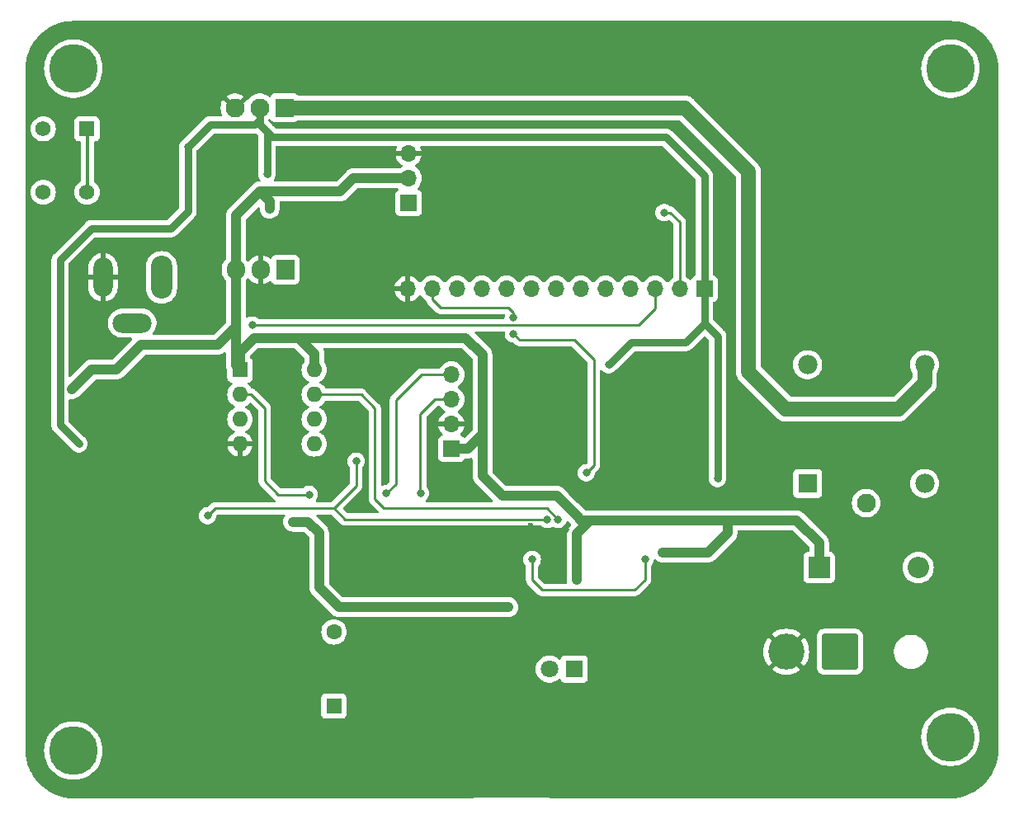
<source format=gbr>
%TF.GenerationSoftware,KiCad,Pcbnew,7.0.6*%
%TF.CreationDate,2023-11-14T23:27:57+05:30*%
%TF.ProjectId,Prometheus v2.0,50726f6d-6574-4686-9575-732076322e30,2.3*%
%TF.SameCoordinates,Original*%
%TF.FileFunction,Copper,L2,Bot*%
%TF.FilePolarity,Positive*%
%FSLAX46Y46*%
G04 Gerber Fmt 4.6, Leading zero omitted, Abs format (unit mm)*
G04 Created by KiCad (PCBNEW 7.0.6) date 2023-11-14 23:27:57*
%MOMM*%
%LPD*%
G01*
G04 APERTURE LIST*
G04 Aperture macros list*
%AMRoundRect*
0 Rectangle with rounded corners*
0 $1 Rounding radius*
0 $2 $3 $4 $5 $6 $7 $8 $9 X,Y pos of 4 corners*
0 Add a 4 corners polygon primitive as box body*
4,1,4,$2,$3,$4,$5,$6,$7,$8,$9,$2,$3,0*
0 Add four circle primitives for the rounded corners*
1,1,$1+$1,$2,$3*
1,1,$1+$1,$4,$5*
1,1,$1+$1,$6,$7*
1,1,$1+$1,$8,$9*
0 Add four rect primitives between the rounded corners*
20,1,$1+$1,$2,$3,$4,$5,0*
20,1,$1+$1,$4,$5,$6,$7,0*
20,1,$1+$1,$6,$7,$8,$9,0*
20,1,$1+$1,$8,$9,$2,$3,0*%
G04 Aperture macros list end*
%TA.AperFunction,ComponentPad*%
%ADD10O,2.200000X4.400000*%
%TD*%
%TA.AperFunction,ComponentPad*%
%ADD11O,2.000000X4.000000*%
%TD*%
%TA.AperFunction,ComponentPad*%
%ADD12O,4.000000X2.000000*%
%TD*%
%TA.AperFunction,ComponentPad*%
%ADD13R,1.980000X1.980000*%
%TD*%
%TA.AperFunction,ComponentPad*%
%ADD14C,1.980000*%
%TD*%
%TA.AperFunction,ComponentPad*%
%ADD15C,1.935000*%
%TD*%
%TA.AperFunction,ComponentPad*%
%ADD16C,2.900000*%
%TD*%
%TA.AperFunction,ConnectorPad*%
%ADD17C,5.000000*%
%TD*%
%TA.AperFunction,ComponentPad*%
%ADD18R,1.935000X1.935000*%
%TD*%
%TA.AperFunction,ComponentPad*%
%ADD19R,1.700000X1.700000*%
%TD*%
%TA.AperFunction,ComponentPad*%
%ADD20O,1.700000X1.700000*%
%TD*%
%TA.AperFunction,ComponentPad*%
%ADD21RoundRect,0.250002X-1.599998X1.599998X-1.599998X-1.599998X1.599998X-1.599998X1.599998X1.599998X0*%
%TD*%
%TA.AperFunction,ComponentPad*%
%ADD22C,3.700000*%
%TD*%
%TA.AperFunction,ComponentPad*%
%ADD23R,1.600000X1.600000*%
%TD*%
%TA.AperFunction,ComponentPad*%
%ADD24O,1.600000X1.600000*%
%TD*%
%TA.AperFunction,ComponentPad*%
%ADD25R,1.905000X2.000000*%
%TD*%
%TA.AperFunction,ComponentPad*%
%ADD26O,1.905000X2.000000*%
%TD*%
%TA.AperFunction,ComponentPad*%
%ADD27R,2.200000X2.200000*%
%TD*%
%TA.AperFunction,ComponentPad*%
%ADD28O,2.200000X2.200000*%
%TD*%
%TA.AperFunction,ComponentPad*%
%ADD29R,1.575000X1.575000*%
%TD*%
%TA.AperFunction,ComponentPad*%
%ADD30C,1.575000*%
%TD*%
%TA.AperFunction,ComponentPad*%
%ADD31R,1.800000X1.800000*%
%TD*%
%TA.AperFunction,ComponentPad*%
%ADD32C,1.800000*%
%TD*%
%TA.AperFunction,ComponentPad*%
%ADD33R,1.600200X1.600200*%
%TD*%
%TA.AperFunction,ComponentPad*%
%ADD34C,1.600200*%
%TD*%
%TA.AperFunction,ViaPad*%
%ADD35C,0.600000*%
%TD*%
%TA.AperFunction,ViaPad*%
%ADD36C,1.000000*%
%TD*%
%TA.AperFunction,ViaPad*%
%ADD37C,0.800000*%
%TD*%
%TA.AperFunction,ViaPad*%
%ADD38C,2.000000*%
%TD*%
%TA.AperFunction,Conductor*%
%ADD39C,0.300000*%
%TD*%
%TA.AperFunction,Conductor*%
%ADD40C,1.520000*%
%TD*%
%TA.AperFunction,Conductor*%
%ADD41C,0.250000*%
%TD*%
%TA.AperFunction,Conductor*%
%ADD42C,1.020000*%
%TD*%
%TA.AperFunction,Conductor*%
%ADD43C,0.760000*%
%TD*%
G04 APERTURE END LIST*
D10*
%TO.P,J1,1*%
%TO.N,+12V*%
X101090000Y-82450000D03*
D11*
%TO.P,J1,2*%
%TO.N,GND*%
X95090000Y-82450000D03*
D12*
%TO.P,J1,3*%
%TO.N,unconnected-(J1-Pad3)*%
X98090000Y-87150000D03*
%TD*%
D13*
%TO.P,K1,A1*%
%TO.N,+5V*%
X167394000Y-103617500D03*
D14*
%TO.P,K1,A2*%
%TO.N,Net-(D1-A)*%
X179394000Y-103617500D03*
D15*
%TO.P,K1,COM*%
%TO.N,/To_Solenoid*%
X173394000Y-105617500D03*
D14*
%TO.P,K1,NC*%
%TO.N,unconnected-(K1-PadNC)*%
X167394000Y-91417500D03*
%TO.P,K1,NO*%
%TO.N,+12V*%
X179394000Y-91417500D03*
%TD*%
D16*
%TO.P,H4,1*%
%TO.N,N/C*%
X92046000Y-131030000D03*
D17*
X92046000Y-131030000D03*
%TD*%
D16*
%TO.P,H3,1*%
%TO.N,N/C*%
X182046000Y-129633000D03*
D17*
X182046000Y-129633000D03*
%TD*%
D18*
%TO.P,U1,1,VI*%
%TO.N,+12V*%
X113710000Y-65053500D03*
D15*
%TO.P,U1,2,VO*%
%TO.N,+3.3V*%
X111170000Y-65053500D03*
%TO.P,U1,3,GND*%
%TO.N,GND*%
X108630000Y-65053500D03*
%TD*%
D19*
%TO.P,J3,1,Pin_1*%
%TO.N,+3.3V*%
X156810000Y-83613500D03*
D20*
%TO.P,J3,2,Pin_2*%
%TO.N,/To_Reset*%
X154270000Y-83613500D03*
%TO.P,J3,3,Pin_3*%
%TO.N,/MQ_135_A_3V3*%
X151730000Y-83613500D03*
%TO.P,J3,4,Pin_4*%
%TO.N,/DHT_11_3V3*%
X149190000Y-83613500D03*
%TO.P,J3,5,Pin_5*%
%TO.N,/Solenoid_Control_3V3*%
X146650000Y-83613500D03*
%TO.P,J3,6,Pin_6*%
%TO.N,/Indicator_Buzzer_3V3*%
X144110000Y-83613500D03*
%TO.P,J3,7,Pin_7*%
%TO.N,/Indicator_LED_3V3*%
X141570000Y-83613500D03*
%TO.P,J3,8,Pin_8*%
%TO.N,/MQ_135_SDA_3V3*%
X139030000Y-83613500D03*
%TO.P,J3,9,Pin_9*%
%TO.N,/MQ_135_SCL_3V3*%
X136490000Y-83613500D03*
%TO.P,J3,10,Pin_10*%
%TO.N,/MQ_135_CS_3V3*%
X133950000Y-83613500D03*
%TO.P,J3,11,Pin_11*%
%TO.N,/MQ_135_D_3V3*%
X131410000Y-83613500D03*
%TO.P,J3,12,Pin_12*%
%TO.N,/LS_EN*%
X128870000Y-83613500D03*
%TO.P,J3,13,Pin_13*%
%TO.N,GND*%
X126330000Y-83613500D03*
%TD*%
D16*
%TO.P,H2,1*%
%TO.N,N/C*%
X182046000Y-61030000D03*
D17*
X182046000Y-61030000D03*
%TD*%
D21*
%TO.P,J2,1,Pin_1*%
%TO.N,/To_Solenoid*%
X170700000Y-120885500D03*
D22*
%TO.P,J2,2,Pin_2*%
%TO.N,GND*%
X165200000Y-120885500D03*
%TD*%
D23*
%TO.P,U3,1,REF+*%
%TO.N,+5V*%
X109142000Y-91939500D03*
D24*
%TO.P,U3,2,A0*%
%TO.N,/MQ_135_A*%
X109142000Y-94479500D03*
%TO.P,U3,3,REF-*%
%TO.N,Net-(U3-REF-)*%
X109142000Y-97019500D03*
%TO.P,U3,4,GND*%
%TO.N,GND*%
X109142000Y-99559500D03*
%TO.P,U3,5,CS*%
%TO.N,/MQ_135_CS*%
X116762000Y-99559500D03*
%TO.P,U3,6,SDA*%
%TO.N,Net-(U3-SDA)*%
X116762000Y-97019500D03*
%TO.P,U3,7,CLK*%
%TO.N,/MQ_135_SCL*%
X116762000Y-94479500D03*
%TO.P,U3,8,VCC*%
%TO.N,+5V*%
X116762000Y-91939500D03*
%TD*%
D16*
%TO.P,H1,1*%
%TO.N,N/C*%
X92046000Y-61030000D03*
D17*
X92046000Y-61030000D03*
%TD*%
D25*
%TO.P,U2,1,VI*%
%TO.N,+12V*%
X113790000Y-81673500D03*
D26*
%TO.P,U2,2,GND*%
%TO.N,GND*%
X111250000Y-81673500D03*
%TO.P,U2,3,VO*%
%TO.N,+5V*%
X108710000Y-81673500D03*
%TD*%
D27*
%TO.P,D1,1,K*%
%TO.N,+5V*%
X168568000Y-112249500D03*
D28*
%TO.P,D1,2,A*%
%TO.N,Net-(D1-A)*%
X178728000Y-112249500D03*
%TD*%
D29*
%TO.P,S1,1,COM_1*%
%TO.N,Net-(S1-COM_1)*%
X93450000Y-67210000D03*
D30*
%TO.P,S1,2,COM_2*%
X93450000Y-73710000D03*
%TO.P,S1,3,N.O._1*%
%TO.N,/To_Reset*%
X88950000Y-67210000D03*
%TO.P,S1,4,N.O._2*%
X88950000Y-73710000D03*
%TD*%
D31*
%TO.P,D2,1,K*%
%TO.N,Net-(D2-K)*%
X143427000Y-122663500D03*
D32*
%TO.P,D2,2,A*%
%TO.N,Net-(D2-A)*%
X140887000Y-122663500D03*
%TD*%
D33*
%TO.P,LS1,1*%
%TO.N,Net-(LS1-Pad1)*%
X118784000Y-126463500D03*
D34*
%TO.P,LS1,2*%
%TO.N,Net-(Q3-D)*%
X118784000Y-118853500D03*
%TD*%
D19*
%TO.P,U5,1,SIG*%
%TO.N,/DHT_11_5V*%
X126450000Y-74808500D03*
D20*
%TO.P,U5,2,VCC*%
%TO.N,+5V*%
X126450000Y-72268500D03*
%TO.P,U5,3,GND*%
%TO.N,GND*%
X126450000Y-69728500D03*
%TD*%
D19*
%TO.P,U4,1,VCC*%
%TO.N,+5V*%
X130849000Y-100057500D03*
D20*
%TO.P,U4,2,GND*%
%TO.N,GND*%
X130849000Y-97517500D03*
%TO.P,U4,3,D0*%
%TO.N,/MQ_135_D*%
X130849000Y-94977500D03*
%TO.P,U4,4,A0*%
%TO.N,/MQ_135_A*%
X130849000Y-92437500D03*
%TD*%
D35*
%TO.N,GND*%
X138944000Y-107908000D03*
D36*
X114250000Y-91250000D03*
D37*
X152312000Y-92564500D03*
D36*
X108624000Y-128251500D03*
X139104000Y-69831500D03*
X130750000Y-102851500D03*
X159000000Y-76500000D03*
D38*
X134151000Y-71482500D03*
D36*
X103544000Y-123171500D03*
X122500000Y-78000000D03*
X106084000Y-120631500D03*
X169584000Y-100311500D03*
X95924000Y-123171500D03*
X98464000Y-125711500D03*
X139104000Y-72371500D03*
X106084000Y-125711500D03*
X144184000Y-72371500D03*
X108624000Y-125711500D03*
X106084000Y-123171500D03*
X144184000Y-118091500D03*
X149264000Y-118091500D03*
X101004000Y-130791500D03*
X159000000Y-73750000D03*
X108624000Y-123171500D03*
X108624000Y-130791500D03*
X174664000Y-90151500D03*
X108624000Y-120631500D03*
X177204000Y-100311500D03*
X106250000Y-86750000D03*
X101004000Y-123171500D03*
X93384000Y-123171500D03*
D37*
X118403000Y-93199500D03*
D36*
X126404000Y-78000000D03*
X119250000Y-70750000D03*
X144184000Y-69831500D03*
X103750000Y-86750000D03*
X103544000Y-120631500D03*
X106084000Y-128251500D03*
D37*
X142533000Y-108312500D03*
D36*
X149264000Y-72371500D03*
D37*
X152312000Y-93961500D03*
D36*
X125250000Y-110500000D03*
D37*
X154725000Y-118980500D03*
X156249000Y-118980500D03*
D36*
X126404000Y-80750000D03*
X125250000Y-113011500D03*
D35*
X142444000Y-109711500D03*
D36*
X174664000Y-100311500D03*
D37*
X157646000Y-118980500D03*
D36*
X139104000Y-102851500D03*
X120170000Y-113011500D03*
X103544000Y-130791500D03*
D37*
X118530000Y-90278500D03*
D36*
X122710000Y-113011500D03*
X111750000Y-91250000D03*
X149264000Y-69831500D03*
X114250000Y-93750000D03*
X106084000Y-130791500D03*
D38*
X126023000Y-91421500D03*
D36*
X101004000Y-120631500D03*
D37*
X153709000Y-93961500D03*
D35*
X142444000Y-110711500D03*
D37*
X153709000Y-92564500D03*
D36*
X172124000Y-90151500D03*
X111750000Y-93750000D03*
X122500000Y-80750000D03*
X169250000Y-85250000D03*
X172124000Y-100311500D03*
X136564000Y-102851500D03*
X146724000Y-118091500D03*
%TO.N,+5V*%
X143676000Y-113519500D03*
D37*
X152542010Y-110719000D03*
D36*
X114593000Y-107550500D03*
X136691000Y-116313500D03*
D37*
X91860000Y-93961500D03*
X112180000Y-75419500D03*
%TO.N,+3.3V*%
X92622000Y-99549500D03*
X158154000Y-103105500D03*
X103798000Y-69069500D03*
X111926000Y-71863500D03*
X146978000Y-91421500D03*
%TO.N,/LS_EN*%
X137199000Y-88246500D03*
X144692000Y-102513500D03*
X137199000Y-86595500D03*
%TO.N,/MQ_135_D*%
X127660000Y-104603500D03*
%TO.N,/MQ_135_SCL*%
X141770000Y-107283500D03*
%TO.N,/MQ_135_SDA*%
X121070000Y-101327500D03*
X140680000Y-107283500D03*
X105830000Y-106915500D03*
%TO.N,/Indicator_Buzzer*%
X150700000Y-111423500D03*
X139120000Y-111423500D03*
%TO.N,/To_Reset*%
X152670000Y-75800500D03*
%TO.N,/MQ_135_A_3V3*%
X110402000Y-87357500D03*
%TO.N,/MQ_135_A*%
X124160000Y-104653500D03*
X116244000Y-104753500D03*
%TD*%
D39*
%TO.N,Net-(S1-COM_1)*%
X93480000Y-73680000D02*
X93450000Y-73710000D01*
X93480000Y-67260000D02*
X93480000Y-73680000D01*
D40*
%TO.N,+12V*%
X154773000Y-65053500D02*
X161329000Y-71609500D01*
X176696000Y-95993500D02*
X179394000Y-93295500D01*
X161329000Y-71609500D02*
X161329000Y-92183500D01*
X161329000Y-92183500D02*
X165139000Y-95993500D01*
X179394000Y-93295500D02*
X179394000Y-91417500D01*
X113710000Y-65053500D02*
X154773000Y-65053500D01*
X165139000Y-95993500D02*
X176696000Y-95993500D01*
D41*
%TO.N,GND*%
X142533000Y-108312500D02*
X139348500Y-108312500D01*
X139348500Y-108312500D02*
X138944000Y-107908000D01*
D42*
%TO.N,+5V*%
X108710000Y-87525500D02*
X106846000Y-89389500D01*
X134024000Y-98533500D02*
X134024000Y-102851500D01*
X117260000Y-108693500D02*
X117260000Y-114281500D01*
X112180000Y-74657500D02*
X111164000Y-73641500D01*
X116762000Y-90285500D02*
X116762000Y-91939500D01*
X114593000Y-107550500D02*
X116117000Y-107550500D01*
X168568000Y-109709500D02*
X168568000Y-112249500D01*
X159170000Y-108693500D02*
X159170000Y-107395000D01*
X143676000Y-113519500D02*
X143676000Y-108792000D01*
X134024000Y-102851500D02*
X136056000Y-104883500D01*
X157646000Y-107395000D02*
X166253500Y-107395000D01*
X106846000Y-89389500D02*
X98972000Y-89389500D01*
X119419000Y-73641500D02*
X120792000Y-72268500D01*
X98972000Y-89389500D02*
X96432000Y-91929500D01*
X157138000Y-110725500D02*
X159170000Y-108693500D01*
X109142000Y-91939500D02*
X109142000Y-90101500D01*
X93892000Y-91929500D02*
X91860000Y-93961500D01*
X108710000Y-81673500D02*
X108710000Y-87525500D01*
X117260000Y-114281500D02*
X119292000Y-116313500D01*
X132302000Y-88683500D02*
X134024000Y-90405500D01*
X108710000Y-81673500D02*
X108710000Y-91507500D01*
X141644000Y-104883500D02*
X143676000Y-106915500D01*
X115160000Y-88683500D02*
X132302000Y-88683500D01*
X152548510Y-110725500D02*
X157138000Y-110725500D01*
X108710000Y-81673500D02*
X108710000Y-76095500D01*
X108710000Y-91507500D02*
X109142000Y-91939500D01*
X108710000Y-76095500D02*
X111164000Y-73641500D01*
X132500000Y-100057500D02*
X130849000Y-100057500D01*
X115160000Y-88683500D02*
X116762000Y-90285500D01*
X111164000Y-73641500D02*
X119419000Y-73641500D01*
X136056000Y-104883500D02*
X141644000Y-104883500D01*
X116117000Y-107550500D02*
X117260000Y-108693500D01*
X144155500Y-107395000D02*
X157646000Y-107395000D01*
X109142000Y-90101500D02*
X110560000Y-88683500D01*
X96432000Y-91929500D02*
X93892000Y-91929500D01*
X134024000Y-98533500D02*
X132500000Y-100057500D01*
X112180000Y-75419500D02*
X112180000Y-74657500D01*
X166253500Y-107395000D02*
X168568000Y-109709500D01*
X152542010Y-110719000D02*
X152548510Y-110725500D01*
X134024000Y-90405500D02*
X134024000Y-98533500D01*
X120792000Y-72268500D02*
X126450000Y-72268500D01*
X143676000Y-106915500D02*
X144155500Y-107395000D01*
X143676000Y-108792000D02*
X145073000Y-107395000D01*
X119292000Y-116313500D02*
X136691000Y-116313500D01*
X110560000Y-88683500D02*
X115160000Y-88683500D01*
D43*
%TO.N,+3.3V*%
X93892000Y-77451500D02*
X90670000Y-80673500D01*
X90670000Y-97597500D02*
X92622000Y-99549500D01*
X90670000Y-80673500D02*
X90670000Y-97597500D01*
X152820000Y-68053500D02*
X156810000Y-72043500D01*
X156810000Y-87177500D02*
X154852000Y-89135500D01*
X149264000Y-89135500D02*
X146978000Y-91421500D01*
X111926000Y-67545500D02*
X111170000Y-66789500D01*
X156810000Y-72043500D02*
X156810000Y-83613500D01*
X158154000Y-88521500D02*
X158154000Y-103105500D01*
X156810000Y-83613500D02*
X156810000Y-87177500D01*
X103798000Y-75673500D02*
X102020000Y-77451500D01*
X111170000Y-66789500D02*
X112434000Y-68053500D01*
X110656000Y-66783500D02*
X106084000Y-66783500D01*
X106084000Y-66783500D02*
X103798000Y-69069500D01*
X111170000Y-65053500D02*
X111170000Y-66269500D01*
X156810000Y-87177500D02*
X158154000Y-88521500D01*
X111926000Y-71863500D02*
X111926000Y-67545500D01*
X103798000Y-69069500D02*
X103798000Y-75673500D01*
X111170000Y-66269500D02*
X110656000Y-66783500D01*
X111170000Y-65053500D02*
X111170000Y-66789500D01*
X102020000Y-77451500D02*
X93892000Y-77451500D01*
X112434000Y-68053500D02*
X152820000Y-68053500D01*
X154852000Y-89135500D02*
X149264000Y-89135500D01*
D41*
%TO.N,/LS_EN*%
X129706000Y-85579500D02*
X136691000Y-85579500D01*
X145454000Y-90913500D02*
X143422000Y-88881500D01*
X137199000Y-86087500D02*
X137199000Y-86595500D01*
X128870000Y-83613500D02*
X128870000Y-84743500D01*
X136691000Y-85579500D02*
X137199000Y-86087500D01*
X143422000Y-88881500D02*
X137834000Y-88881500D01*
X144692000Y-102513500D02*
X145454000Y-101751500D01*
X145454000Y-101751500D02*
X145454000Y-90913500D01*
X137834000Y-88881500D02*
X137199000Y-88246500D01*
X128870000Y-84743500D02*
X129706000Y-85579500D01*
%TO.N,/MQ_135_D*%
X127650000Y-104593500D02*
X127650000Y-96483500D01*
X127650000Y-96483500D02*
X129156000Y-94977500D01*
X129156000Y-94977500D02*
X130849000Y-94977500D01*
X127660000Y-104603500D02*
X127650000Y-104593500D01*
%TO.N,/MQ_135_SCL*%
X121566000Y-94479500D02*
X116762000Y-94479500D01*
X122980000Y-105203500D02*
X122980000Y-95893500D01*
X141770000Y-107283500D02*
X140640000Y-106153500D01*
X123930000Y-106153500D02*
X122980000Y-105203500D01*
X140640000Y-106153500D02*
X123930000Y-106153500D01*
X122980000Y-95893500D02*
X121566000Y-94479500D01*
%TO.N,/MQ_135_SDA*%
X119914000Y-107283500D02*
X118784000Y-106153500D01*
X105830000Y-106915500D02*
X106592000Y-106153500D01*
X140680000Y-107283500D02*
X119914000Y-107283500D01*
X106592000Y-106153500D02*
X118784000Y-106153500D01*
X118784000Y-106153500D02*
X121070000Y-103867500D01*
X121070000Y-103867500D02*
X121070000Y-101327500D01*
%TO.N,/Indicator_Buzzer*%
X140120000Y-114535500D02*
X149645000Y-114535500D01*
X150700000Y-113480500D02*
X150700000Y-111423500D01*
X139120000Y-111423500D02*
X139120000Y-113535500D01*
X139120000Y-113535500D02*
X140120000Y-114535500D01*
X149645000Y-114535500D02*
X150700000Y-113480500D01*
%TO.N,/To_Reset*%
X154270000Y-76783500D02*
X154270000Y-83613500D01*
X152670000Y-75800500D02*
X153287000Y-75800500D01*
X153287000Y-75800500D02*
X154270000Y-76783500D01*
%TO.N,/MQ_135_A_3V3*%
X150026000Y-87357500D02*
X151730000Y-85653500D01*
X110402000Y-87357500D02*
X150026000Y-87357500D01*
X151730000Y-85653500D02*
X151730000Y-83613500D01*
%TO.N,/MQ_135_A*%
X125140000Y-95043500D02*
X127750000Y-92433500D01*
X116241000Y-104756500D02*
X116244000Y-104753500D01*
X124160000Y-104653500D02*
X125140000Y-103673500D01*
X110285000Y-94479500D02*
X111672000Y-95866500D01*
X125140000Y-103673500D02*
X125140000Y-95043500D01*
X111672000Y-103359500D02*
X113069000Y-104756500D01*
X109142000Y-94479500D02*
X110285000Y-94479500D01*
X127754000Y-92437500D02*
X130849000Y-92437500D01*
X113069000Y-104756500D02*
X116241000Y-104756500D01*
X127750000Y-92433500D02*
X127754000Y-92437500D01*
X111672000Y-95866500D02*
X111672000Y-103359500D01*
%TD*%
%TA.AperFunction,Conductor*%
%TO.N,GND*%
G36*
X114757114Y-89713685D02*
G01*
X114777756Y-89730319D01*
X115715181Y-90667744D01*
X115748666Y-90729067D01*
X115751500Y-90755425D01*
X115751500Y-91076192D01*
X115731815Y-91143231D01*
X115729088Y-91147295D01*
X115631432Y-91286766D01*
X115631430Y-91286769D01*
X115631430Y-91286770D01*
X115535261Y-91493002D01*
X115535258Y-91493011D01*
X115476366Y-91712802D01*
X115476364Y-91712813D01*
X115456532Y-91939498D01*
X115456532Y-91939501D01*
X115476364Y-92166186D01*
X115476366Y-92166197D01*
X115535258Y-92385988D01*
X115535261Y-92385997D01*
X115631431Y-92592232D01*
X115631432Y-92592234D01*
X115761954Y-92778641D01*
X115922858Y-92939545D01*
X115923508Y-92940000D01*
X116109266Y-93070068D01*
X116167275Y-93097118D01*
X116219714Y-93143291D01*
X116238866Y-93210484D01*
X116218650Y-93277365D01*
X116167275Y-93321882D01*
X116109267Y-93348931D01*
X116109265Y-93348932D01*
X115922858Y-93479454D01*
X115761954Y-93640358D01*
X115631432Y-93826765D01*
X115631431Y-93826767D01*
X115535261Y-94033002D01*
X115535258Y-94033011D01*
X115476366Y-94252802D01*
X115476364Y-94252813D01*
X115456532Y-94479498D01*
X115456532Y-94479501D01*
X115476364Y-94706186D01*
X115476366Y-94706197D01*
X115535258Y-94925988D01*
X115535261Y-94925997D01*
X115631431Y-95132232D01*
X115631432Y-95132234D01*
X115761954Y-95318641D01*
X115922858Y-95479545D01*
X115922861Y-95479547D01*
X116109266Y-95610068D01*
X116167275Y-95637118D01*
X116219714Y-95683291D01*
X116238866Y-95750484D01*
X116218650Y-95817365D01*
X116167275Y-95861882D01*
X116109267Y-95888931D01*
X116109265Y-95888932D01*
X115922858Y-96019454D01*
X115761954Y-96180358D01*
X115631432Y-96366765D01*
X115631431Y-96366767D01*
X115535261Y-96573002D01*
X115535258Y-96573011D01*
X115476366Y-96792802D01*
X115476364Y-96792813D01*
X115456532Y-97019498D01*
X115456532Y-97019501D01*
X115476364Y-97246186D01*
X115476366Y-97246197D01*
X115535258Y-97465988D01*
X115535261Y-97465997D01*
X115631431Y-97672232D01*
X115631432Y-97672234D01*
X115761954Y-97858641D01*
X115922858Y-98019545D01*
X115922861Y-98019547D01*
X116109266Y-98150068D01*
X116167275Y-98177118D01*
X116219714Y-98223291D01*
X116238866Y-98290484D01*
X116218650Y-98357365D01*
X116167275Y-98401882D01*
X116109267Y-98428931D01*
X116109265Y-98428932D01*
X115922858Y-98559454D01*
X115761954Y-98720358D01*
X115631432Y-98906765D01*
X115631431Y-98906767D01*
X115535261Y-99113002D01*
X115535258Y-99113011D01*
X115476366Y-99332802D01*
X115476364Y-99332813D01*
X115456532Y-99559498D01*
X115456532Y-99559501D01*
X115476364Y-99786186D01*
X115476366Y-99786197D01*
X115535258Y-100005988D01*
X115535261Y-100005997D01*
X115631431Y-100212232D01*
X115631432Y-100212234D01*
X115761954Y-100398641D01*
X115922858Y-100559545D01*
X115922861Y-100559547D01*
X116109266Y-100690068D01*
X116315504Y-100786239D01*
X116315509Y-100786240D01*
X116315511Y-100786241D01*
X116349264Y-100795285D01*
X116535308Y-100845135D01*
X116697230Y-100859301D01*
X116761998Y-100864968D01*
X116762000Y-100864968D01*
X116762002Y-100864968D01*
X116818673Y-100860009D01*
X116988692Y-100845135D01*
X117208496Y-100786239D01*
X117414734Y-100690068D01*
X117601139Y-100559547D01*
X117762047Y-100398639D01*
X117892568Y-100212234D01*
X117988739Y-100005996D01*
X118047635Y-99786192D01*
X118067468Y-99559500D01*
X118047635Y-99332808D01*
X117988739Y-99113004D01*
X117892568Y-98906766D01*
X117762047Y-98720361D01*
X117762045Y-98720358D01*
X117601141Y-98559454D01*
X117414734Y-98428932D01*
X117414728Y-98428929D01*
X117356725Y-98401882D01*
X117304285Y-98355710D01*
X117285133Y-98288517D01*
X117305348Y-98221635D01*
X117356725Y-98177118D01*
X117414734Y-98150068D01*
X117601139Y-98019547D01*
X117762047Y-97858639D01*
X117892568Y-97672234D01*
X117988739Y-97465996D01*
X118047635Y-97246192D01*
X118067468Y-97019500D01*
X118062702Y-96965030D01*
X118058190Y-96913449D01*
X118047635Y-96792808D01*
X117988739Y-96573004D01*
X117892568Y-96366766D01*
X117762047Y-96180361D01*
X117762045Y-96180358D01*
X117601141Y-96019454D01*
X117414734Y-95888932D01*
X117414728Y-95888929D01*
X117356725Y-95861882D01*
X117304285Y-95815710D01*
X117285133Y-95748517D01*
X117305348Y-95681635D01*
X117356725Y-95637118D01*
X117414734Y-95610068D01*
X117601139Y-95479547D01*
X117762047Y-95318639D01*
X117874612Y-95157877D01*
X117929189Y-95114252D01*
X117976188Y-95105000D01*
X121255548Y-95105000D01*
X121322587Y-95124685D01*
X121343229Y-95141319D01*
X122318181Y-96116271D01*
X122351666Y-96177594D01*
X122354500Y-96203952D01*
X122354500Y-105120755D01*
X122352775Y-105136372D01*
X122353061Y-105136399D01*
X122352326Y-105144165D01*
X122354500Y-105213314D01*
X122354500Y-105242843D01*
X122354501Y-105242860D01*
X122355368Y-105249731D01*
X122355826Y-105255550D01*
X122357290Y-105302124D01*
X122357291Y-105302127D01*
X122362880Y-105321367D01*
X122366824Y-105340411D01*
X122369336Y-105360292D01*
X122373054Y-105369683D01*
X122386490Y-105403619D01*
X122388382Y-105409147D01*
X122401381Y-105453888D01*
X122411580Y-105471134D01*
X122420136Y-105488600D01*
X122425944Y-105503267D01*
X122427514Y-105507232D01*
X122454898Y-105544923D01*
X122458106Y-105549807D01*
X122481827Y-105589916D01*
X122481833Y-105589924D01*
X122495990Y-105604080D01*
X122508628Y-105618876D01*
X122520405Y-105635086D01*
X122520406Y-105635087D01*
X122556309Y-105664788D01*
X122560620Y-105668710D01*
X123210494Y-106318585D01*
X123338228Y-106446319D01*
X123371713Y-106507642D01*
X123366729Y-106577334D01*
X123324857Y-106633267D01*
X123259393Y-106657684D01*
X123250547Y-106658000D01*
X120224453Y-106658000D01*
X120157414Y-106638315D01*
X120136772Y-106621681D01*
X119756271Y-106241180D01*
X119722786Y-106179857D01*
X119727770Y-106110165D01*
X119756271Y-106065818D01*
X120555530Y-105266559D01*
X121453787Y-104368301D01*
X121466042Y-104358486D01*
X121465859Y-104358264D01*
X121471866Y-104353292D01*
X121471877Y-104353286D01*
X121502775Y-104320382D01*
X121519227Y-104302864D01*
X121529671Y-104292418D01*
X121540120Y-104281971D01*
X121544379Y-104276478D01*
X121548152Y-104272061D01*
X121580062Y-104238082D01*
X121589713Y-104220524D01*
X121600396Y-104204261D01*
X121612673Y-104188436D01*
X121631185Y-104145653D01*
X121633738Y-104140441D01*
X121656197Y-104099592D01*
X121661180Y-104080180D01*
X121667481Y-104061780D01*
X121675437Y-104043396D01*
X121682729Y-103997352D01*
X121683906Y-103991671D01*
X121695500Y-103946519D01*
X121695500Y-103926483D01*
X121697027Y-103907083D01*
X121697263Y-103905592D01*
X121700160Y-103887304D01*
X121695773Y-103840906D01*
X121695499Y-103835085D01*
X121695499Y-102910720D01*
X121695499Y-102026183D01*
X121715184Y-101959148D01*
X121727350Y-101943214D01*
X121741594Y-101927395D01*
X121802533Y-101859716D01*
X121897179Y-101695784D01*
X121955674Y-101515756D01*
X121975460Y-101327500D01*
X121955674Y-101139244D01*
X121897179Y-100959216D01*
X121802533Y-100795284D01*
X121675871Y-100654612D01*
X121675870Y-100654611D01*
X121522734Y-100543351D01*
X121522729Y-100543348D01*
X121349807Y-100466357D01*
X121349802Y-100466355D01*
X121204000Y-100435365D01*
X121164646Y-100427000D01*
X120975354Y-100427000D01*
X120942897Y-100433898D01*
X120790197Y-100466355D01*
X120790192Y-100466357D01*
X120617270Y-100543348D01*
X120617265Y-100543351D01*
X120464129Y-100654611D01*
X120337466Y-100795285D01*
X120242821Y-100959215D01*
X120242818Y-100959222D01*
X120199439Y-101092730D01*
X120184326Y-101139244D01*
X120164540Y-101327500D01*
X120184326Y-101515756D01*
X120184327Y-101515759D01*
X120242818Y-101695777D01*
X120242821Y-101695784D01*
X120337467Y-101859716D01*
X120380772Y-101907810D01*
X120412650Y-101943215D01*
X120442880Y-102006206D01*
X120444500Y-102026187D01*
X120444500Y-103557047D01*
X120424815Y-103624086D01*
X120408181Y-103644728D01*
X118561228Y-105491681D01*
X118499905Y-105525166D01*
X118473547Y-105528000D01*
X117036888Y-105528000D01*
X116969849Y-105508315D01*
X116924094Y-105455511D01*
X116914150Y-105386353D01*
X116943175Y-105322797D01*
X116944738Y-105321028D01*
X116948978Y-105316319D01*
X116976533Y-105285716D01*
X117071179Y-105121784D01*
X117129674Y-104941756D01*
X117149460Y-104753500D01*
X117129674Y-104565244D01*
X117071179Y-104385216D01*
X116976533Y-104221284D01*
X116849871Y-104080612D01*
X116849289Y-104080189D01*
X116696734Y-103969351D01*
X116696729Y-103969348D01*
X116523807Y-103892357D01*
X116523802Y-103892355D01*
X116378001Y-103861365D01*
X116338646Y-103853000D01*
X116149354Y-103853000D01*
X116116897Y-103859898D01*
X115964197Y-103892355D01*
X115964192Y-103892357D01*
X115791270Y-103969348D01*
X115791265Y-103969351D01*
X115638135Y-104080606D01*
X115638128Y-104080612D01*
X115629700Y-104089973D01*
X115570213Y-104126621D01*
X115537551Y-104131000D01*
X113379453Y-104131000D01*
X113312414Y-104111315D01*
X113291772Y-104094681D01*
X112333819Y-103136728D01*
X112300334Y-103075405D01*
X112297500Y-103049047D01*
X112297500Y-95949237D01*
X112299224Y-95933623D01*
X112298938Y-95933596D01*
X112299672Y-95925833D01*
X112297500Y-95856703D01*
X112297500Y-95827151D01*
X112297500Y-95827150D01*
X112296629Y-95820259D01*
X112296172Y-95814445D01*
X112294709Y-95767872D01*
X112289122Y-95748644D01*
X112285174Y-95729584D01*
X112282664Y-95709708D01*
X112265507Y-95666375D01*
X112263619Y-95660859D01*
X112250619Y-95616112D01*
X112240418Y-95598863D01*
X112231860Y-95581394D01*
X112224486Y-95562768D01*
X112224483Y-95562764D01*
X112224483Y-95562763D01*
X112197098Y-95525071D01*
X112193890Y-95520187D01*
X112170172Y-95480082D01*
X112170163Y-95480071D01*
X112156005Y-95465913D01*
X112143370Y-95451120D01*
X112131593Y-95434912D01*
X112095693Y-95405213D01*
X112091381Y-95401290D01*
X110785803Y-94095711D01*
X110775980Y-94083450D01*
X110775759Y-94083634D01*
X110770786Y-94077623D01*
X110720364Y-94030273D01*
X110706324Y-94016233D01*
X110699475Y-94009383D01*
X110693986Y-94005125D01*
X110689561Y-94001347D01*
X110655582Y-93969438D01*
X110655580Y-93969436D01*
X110655577Y-93969435D01*
X110638029Y-93959788D01*
X110621763Y-93949104D01*
X110608745Y-93939006D01*
X110605936Y-93936827D01*
X110605935Y-93936826D01*
X110605933Y-93936825D01*
X110563168Y-93918318D01*
X110557922Y-93915748D01*
X110517093Y-93893303D01*
X110517092Y-93893302D01*
X110497693Y-93888322D01*
X110479281Y-93882018D01*
X110460898Y-93874062D01*
X110460892Y-93874060D01*
X110414874Y-93866772D01*
X110409152Y-93865587D01*
X110364021Y-93854000D01*
X110364019Y-93854000D01*
X110356188Y-93854000D01*
X110289149Y-93834315D01*
X110254613Y-93801123D01*
X110142045Y-93640358D01*
X109981143Y-93479456D01*
X109976204Y-93475998D01*
X109956535Y-93462225D01*
X109912912Y-93407649D01*
X109905719Y-93338150D01*
X109937241Y-93275796D01*
X109997471Y-93240382D01*
X110014404Y-93237361D01*
X110049483Y-93233591D01*
X110184331Y-93183296D01*
X110299546Y-93097046D01*
X110385796Y-92981831D01*
X110436091Y-92846983D01*
X110442500Y-92787373D01*
X110442499Y-91091628D01*
X110436091Y-91032017D01*
X110425450Y-91003488D01*
X110385797Y-90897171D01*
X110385793Y-90897164D01*
X110299547Y-90781955D01*
X110299544Y-90781952D01*
X110202188Y-90709071D01*
X110160317Y-90653138D01*
X110152499Y-90609808D01*
X110152499Y-90571422D01*
X110172184Y-90504385D01*
X110188813Y-90483748D01*
X110942243Y-89730319D01*
X111003567Y-89696834D01*
X111029925Y-89694000D01*
X114690075Y-89694000D01*
X114757114Y-89713685D01*
G37*
%TD.AperFunction*%
%TA.AperFunction,Conductor*%
G36*
X129640812Y-95622685D02*
G01*
X129675348Y-95655877D01*
X129810501Y-95848896D01*
X129810506Y-95848902D01*
X129977597Y-96015993D01*
X129977603Y-96015998D01*
X130163594Y-96146230D01*
X130207219Y-96200807D01*
X130214413Y-96270305D01*
X130182890Y-96332660D01*
X130163595Y-96349380D01*
X129977922Y-96479390D01*
X129977920Y-96479391D01*
X129810891Y-96646420D01*
X129810886Y-96646426D01*
X129675400Y-96839920D01*
X129675399Y-96839922D01*
X129575570Y-97054007D01*
X129575567Y-97054013D01*
X129518364Y-97267499D01*
X129518364Y-97267500D01*
X130415314Y-97267500D01*
X130389507Y-97307656D01*
X130349000Y-97445611D01*
X130349000Y-97589389D01*
X130389507Y-97727344D01*
X130415314Y-97767500D01*
X129518364Y-97767500D01*
X129575567Y-97980986D01*
X129575570Y-97980992D01*
X129675399Y-98195078D01*
X129810894Y-98388582D01*
X129932946Y-98510634D01*
X129966431Y-98571957D01*
X129961447Y-98641649D01*
X129919575Y-98697582D01*
X129888598Y-98714497D01*
X129756671Y-98763702D01*
X129756664Y-98763706D01*
X129641455Y-98849952D01*
X129641452Y-98849955D01*
X129555206Y-98965164D01*
X129555202Y-98965171D01*
X129504908Y-99100017D01*
X129498501Y-99159616D01*
X129498500Y-99159635D01*
X129498500Y-100955370D01*
X129498501Y-100955376D01*
X129504908Y-101014983D01*
X129555202Y-101149828D01*
X129555206Y-101149835D01*
X129641452Y-101265044D01*
X129641455Y-101265047D01*
X129756664Y-101351293D01*
X129756671Y-101351297D01*
X129891517Y-101401591D01*
X129891516Y-101401591D01*
X129898444Y-101402335D01*
X129951127Y-101408000D01*
X131746872Y-101407999D01*
X131806483Y-101401591D01*
X131941331Y-101351296D01*
X132056546Y-101265046D01*
X132142796Y-101149831D01*
X132142796Y-101149828D01*
X132142799Y-101149825D01*
X132143233Y-101148662D01*
X132143976Y-101147668D01*
X132147047Y-101142046D01*
X132147855Y-101142487D01*
X132185106Y-101092730D01*
X132250571Y-101068316D01*
X132259413Y-101068000D01*
X132447321Y-101068000D01*
X132453401Y-101068299D01*
X132465933Y-101069533D01*
X132500000Y-101072888D01*
X132549632Y-101068000D01*
X132549640Y-101068000D01*
X132698093Y-101053379D01*
X132853504Y-101006234D01*
X132923370Y-101005611D01*
X132982483Y-101042858D01*
X133012074Y-101106152D01*
X133013499Y-101124895D01*
X133013499Y-102798821D01*
X133013200Y-102804900D01*
X133008612Y-102851497D01*
X133008612Y-102851502D01*
X133013582Y-102901977D01*
X133013583Y-102901985D01*
X133028121Y-103049595D01*
X133085901Y-103240069D01*
X133085903Y-103240073D01*
X133104236Y-103274372D01*
X133179086Y-103414408D01*
X133179736Y-103415623D01*
X133274748Y-103531395D01*
X133274756Y-103531403D01*
X133302449Y-103565147D01*
X133306013Y-103569489D01*
X133342209Y-103599194D01*
X133346710Y-103603273D01*
X134277191Y-104533754D01*
X135059756Y-105316319D01*
X135093241Y-105377642D01*
X135088257Y-105447334D01*
X135046385Y-105503267D01*
X134980921Y-105527684D01*
X134972075Y-105528000D01*
X128301189Y-105528000D01*
X128234150Y-105508315D01*
X128188395Y-105455511D01*
X128178451Y-105386353D01*
X128207476Y-105322797D01*
X128228304Y-105303682D01*
X128234510Y-105299173D01*
X128265871Y-105276388D01*
X128392533Y-105135716D01*
X128487179Y-104971784D01*
X128545674Y-104791756D01*
X128565460Y-104603500D01*
X128545674Y-104415244D01*
X128487179Y-104235216D01*
X128392533Y-104071284D01*
X128368040Y-104044082D01*
X128307350Y-103976678D01*
X128277120Y-103913686D01*
X128275500Y-103893706D01*
X128275500Y-96793951D01*
X128295185Y-96726912D01*
X128311814Y-96706275D01*
X129378770Y-95639319D01*
X129440094Y-95605834D01*
X129466452Y-95603000D01*
X129573773Y-95603000D01*
X129640812Y-95622685D01*
G37*
%TD.AperFunction*%
%TA.AperFunction,Conductor*%
G36*
X131899114Y-89713685D02*
G01*
X131919756Y-89730319D01*
X132977181Y-90787743D01*
X133010666Y-90849066D01*
X133013500Y-90875424D01*
X133013500Y-98063574D01*
X132993815Y-98130613D01*
X132977181Y-98151255D01*
X132252748Y-98875687D01*
X132191425Y-98909172D01*
X132121733Y-98904188D01*
X132065800Y-98862316D01*
X132056546Y-98849954D01*
X132056545Y-98849953D01*
X132056544Y-98849952D01*
X131941335Y-98763706D01*
X131941328Y-98763702D01*
X131809401Y-98714497D01*
X131753467Y-98672626D01*
X131729050Y-98607162D01*
X131743902Y-98538889D01*
X131765053Y-98510633D01*
X131887108Y-98388578D01*
X132022600Y-98195078D01*
X132122429Y-97980992D01*
X132122432Y-97980986D01*
X132179636Y-97767500D01*
X131282686Y-97767500D01*
X131308493Y-97727344D01*
X131349000Y-97589389D01*
X131349000Y-97445611D01*
X131308493Y-97307656D01*
X131282686Y-97267500D01*
X132179636Y-97267500D01*
X132179635Y-97267499D01*
X132122432Y-97054013D01*
X132122429Y-97054007D01*
X132022600Y-96839922D01*
X132022599Y-96839920D01*
X131887113Y-96646426D01*
X131887108Y-96646420D01*
X131720078Y-96479390D01*
X131534405Y-96349379D01*
X131490780Y-96294802D01*
X131483588Y-96225304D01*
X131515110Y-96162949D01*
X131534406Y-96146230D01*
X131577192Y-96116271D01*
X131720401Y-96015995D01*
X131887495Y-95848901D01*
X132023035Y-95655330D01*
X132122903Y-95441163D01*
X132184063Y-95212908D01*
X132204659Y-94977500D01*
X132204605Y-94976888D01*
X132191825Y-94830807D01*
X132184063Y-94742092D01*
X132133230Y-94552378D01*
X132122905Y-94513844D01*
X132122904Y-94513843D01*
X132122903Y-94513837D01*
X132023035Y-94299671D01*
X132022652Y-94299123D01*
X131887494Y-94106097D01*
X131720402Y-93939006D01*
X131720396Y-93939001D01*
X131534842Y-93809075D01*
X131491217Y-93754498D01*
X131484023Y-93685000D01*
X131515546Y-93622645D01*
X131534842Y-93605925D01*
X131676625Y-93506647D01*
X131720401Y-93475995D01*
X131887495Y-93308901D01*
X132023035Y-93115330D01*
X132122903Y-92901163D01*
X132184063Y-92672908D01*
X132204659Y-92437500D01*
X132184063Y-92202092D01*
X132131280Y-92005100D01*
X132122905Y-91973844D01*
X132122904Y-91973843D01*
X132122903Y-91973837D01*
X132023035Y-91759671D01*
X132022652Y-91759123D01*
X131887494Y-91566097D01*
X131720402Y-91399006D01*
X131720395Y-91399001D01*
X131526834Y-91263467D01*
X131526830Y-91263465D01*
X131502726Y-91252225D01*
X131312663Y-91163597D01*
X131312659Y-91163596D01*
X131312655Y-91163594D01*
X131084413Y-91102438D01*
X131084403Y-91102436D01*
X130849001Y-91081841D01*
X130848999Y-91081841D01*
X130613596Y-91102436D01*
X130613586Y-91102438D01*
X130385344Y-91163594D01*
X130385335Y-91163598D01*
X130171171Y-91263464D01*
X130171169Y-91263465D01*
X129977597Y-91399005D01*
X129810505Y-91566097D01*
X129675348Y-91759123D01*
X129620771Y-91802748D01*
X129573773Y-91812000D01*
X127850634Y-91812000D01*
X127823586Y-91809014D01*
X127809330Y-91805827D01*
X127801166Y-91806084D01*
X127777882Y-91804619D01*
X127769805Y-91803340D01*
X127769802Y-91803339D01*
X127712641Y-91808742D01*
X127708754Y-91808987D01*
X127651371Y-91810790D01*
X127651366Y-91810791D01*
X127643516Y-91813072D01*
X127620607Y-91817443D01*
X127612465Y-91818213D01*
X127612463Y-91818213D01*
X127558441Y-91837662D01*
X127554739Y-91838864D01*
X127499615Y-91854880D01*
X127499604Y-91854885D01*
X127492572Y-91859044D01*
X127471473Y-91868973D01*
X127463771Y-91871746D01*
X127416286Y-91904016D01*
X127412999Y-91906102D01*
X127363577Y-91935330D01*
X127357797Y-91941111D01*
X127339823Y-91955981D01*
X127333063Y-91960575D01*
X127333060Y-91960577D01*
X127295088Y-92003647D01*
X127292422Y-92006485D01*
X124756208Y-94542699D01*
X124743951Y-94552520D01*
X124744134Y-94552741D01*
X124738123Y-94557713D01*
X124690772Y-94608136D01*
X124669889Y-94629019D01*
X124669877Y-94629032D01*
X124665621Y-94634517D01*
X124661837Y-94638947D01*
X124629937Y-94672918D01*
X124629936Y-94672920D01*
X124620284Y-94690476D01*
X124609610Y-94706726D01*
X124597329Y-94722561D01*
X124597324Y-94722568D01*
X124578815Y-94765338D01*
X124576245Y-94770584D01*
X124553803Y-94811406D01*
X124548822Y-94830807D01*
X124542521Y-94849210D01*
X124534562Y-94867602D01*
X124534561Y-94867605D01*
X124527271Y-94913627D01*
X124526087Y-94919346D01*
X124514501Y-94964472D01*
X124514500Y-94964482D01*
X124514500Y-94984516D01*
X124512973Y-95003915D01*
X124509840Y-95023694D01*
X124509840Y-95023695D01*
X124514225Y-95070083D01*
X124514500Y-95075921D01*
X124514500Y-103363046D01*
X124494815Y-103430085D01*
X124478181Y-103450727D01*
X124212228Y-103716681D01*
X124150905Y-103750166D01*
X124124547Y-103753000D01*
X124065354Y-103753000D01*
X124044103Y-103757517D01*
X123880197Y-103792355D01*
X123779934Y-103836996D01*
X123710684Y-103846280D01*
X123647408Y-103816652D01*
X123610195Y-103757517D01*
X123605499Y-103723722D01*
X123605499Y-95976249D01*
X123607224Y-95960629D01*
X123606938Y-95960602D01*
X123607671Y-95952840D01*
X123607673Y-95952833D01*
X123605499Y-95883685D01*
X123605500Y-95854150D01*
X123604631Y-95847270D01*
X123604172Y-95841443D01*
X123602709Y-95794872D01*
X123597122Y-95775644D01*
X123593174Y-95756584D01*
X123592404Y-95750484D01*
X123590664Y-95736708D01*
X123590663Y-95736706D01*
X123590663Y-95736704D01*
X123573512Y-95693387D01*
X123571619Y-95687858D01*
X123558618Y-95643109D01*
X123558616Y-95643106D01*
X123548423Y-95625871D01*
X123539861Y-95608394D01*
X123532487Y-95589770D01*
X123532486Y-95589768D01*
X123505079Y-95552045D01*
X123501888Y-95547186D01*
X123478172Y-95507083D01*
X123478165Y-95507074D01*
X123464006Y-95492915D01*
X123451368Y-95478119D01*
X123442500Y-95465913D01*
X123439594Y-95461913D01*
X123426547Y-95451120D01*
X123403688Y-95432209D01*
X123399376Y-95428286D01*
X122066803Y-94095712D01*
X122056980Y-94083450D01*
X122056759Y-94083634D01*
X122051786Y-94077623D01*
X122001364Y-94030273D01*
X121987324Y-94016233D01*
X121980475Y-94009383D01*
X121974986Y-94005125D01*
X121970561Y-94001347D01*
X121936582Y-93969438D01*
X121936580Y-93969436D01*
X121936577Y-93969435D01*
X121919029Y-93959788D01*
X121902763Y-93949104D01*
X121889745Y-93939006D01*
X121886936Y-93936827D01*
X121886935Y-93936826D01*
X121886933Y-93936825D01*
X121844168Y-93918318D01*
X121838922Y-93915748D01*
X121798093Y-93893303D01*
X121798092Y-93893302D01*
X121778693Y-93888322D01*
X121760281Y-93882018D01*
X121741898Y-93874062D01*
X121741892Y-93874060D01*
X121695874Y-93866772D01*
X121690152Y-93865587D01*
X121645021Y-93854000D01*
X121645019Y-93854000D01*
X121624984Y-93854000D01*
X121605586Y-93852473D01*
X121598162Y-93851297D01*
X121585805Y-93849340D01*
X121585804Y-93849340D01*
X121539416Y-93853725D01*
X121533578Y-93854000D01*
X117976188Y-93854000D01*
X117909149Y-93834315D01*
X117874613Y-93801123D01*
X117762045Y-93640358D01*
X117601141Y-93479454D01*
X117414734Y-93348932D01*
X117414728Y-93348929D01*
X117356725Y-93321882D01*
X117304285Y-93275710D01*
X117285133Y-93208517D01*
X117305348Y-93141635D01*
X117356725Y-93097118D01*
X117414734Y-93070068D01*
X117601139Y-92939547D01*
X117762047Y-92778639D01*
X117892568Y-92592234D01*
X117988739Y-92385996D01*
X118047635Y-92166192D01*
X118067468Y-91939500D01*
X118047635Y-91712808D01*
X118002916Y-91545915D01*
X117988741Y-91493011D01*
X117988740Y-91493010D01*
X117988739Y-91493004D01*
X117892568Y-91286766D01*
X117868382Y-91252225D01*
X117794924Y-91147315D01*
X117772597Y-91081109D01*
X117772499Y-91076192D01*
X117772499Y-90729067D01*
X117772499Y-90338155D01*
X117772797Y-90332112D01*
X117777388Y-90285500D01*
X117772500Y-90235870D01*
X117772500Y-90235860D01*
X117757879Y-90087407D01*
X117700097Y-89896927D01*
X117689154Y-89876453D01*
X117674912Y-89808051D01*
X117699912Y-89742807D01*
X117756217Y-89701436D01*
X117798512Y-89694000D01*
X131832075Y-89694000D01*
X131899114Y-89713685D01*
G37*
%TD.AperFunction*%
%TA.AperFunction,Conductor*%
G36*
X110797408Y-67672732D02*
G01*
X110832748Y-67697463D01*
X111009180Y-67873895D01*
X111042665Y-67935218D01*
X111045499Y-67961576D01*
X111045499Y-71639681D01*
X111040904Y-71668721D01*
X111041678Y-71668886D01*
X111040326Y-71675243D01*
X111040326Y-71675244D01*
X111020540Y-71863500D01*
X111040326Y-72051756D01*
X111040327Y-72051759D01*
X111098818Y-72231777D01*
X111098821Y-72231784D01*
X111193466Y-72395715D01*
X111217449Y-72422351D01*
X111247679Y-72485343D01*
X111239053Y-72554678D01*
X111194312Y-72608344D01*
X111137453Y-72628726D01*
X111116936Y-72630747D01*
X111116925Y-72630748D01*
X111114366Y-72631000D01*
X111114360Y-72631000D01*
X111014407Y-72640844D01*
X110965904Y-72645621D01*
X110775427Y-72703402D01*
X110735688Y-72724644D01*
X110599878Y-72797234D01*
X110507737Y-72872854D01*
X110484569Y-72891868D01*
X110484565Y-72891871D01*
X110466549Y-72906656D01*
X110446010Y-72923513D01*
X110416298Y-72959715D01*
X110412211Y-72964225D01*
X108032725Y-75343711D01*
X108028215Y-75347798D01*
X107992010Y-75377512D01*
X107960372Y-75416064D01*
X107960368Y-75416069D01*
X107865734Y-75531378D01*
X107865732Y-75531381D01*
X107836039Y-75586935D01*
X107771903Y-75706925D01*
X107714121Y-75897405D01*
X107714120Y-75897407D01*
X107714121Y-75897407D01*
X107699500Y-76045860D01*
X107699500Y-76045867D01*
X107694612Y-76095500D01*
X107699201Y-76142099D01*
X107699500Y-76148179D01*
X107699500Y-80529968D01*
X107679815Y-80597007D01*
X107666730Y-80613951D01*
X107559449Y-80730489D01*
X107427743Y-80932081D01*
X107331017Y-81152594D01*
X107271904Y-81386027D01*
X107257000Y-81565902D01*
X107257000Y-81781098D01*
X107271904Y-81960972D01*
X107331017Y-82194405D01*
X107423811Y-82405955D01*
X107427745Y-82414922D01*
X107559449Y-82616510D01*
X107666624Y-82732933D01*
X107666730Y-82733048D01*
X107697652Y-82795703D01*
X107699500Y-82817031D01*
X107699500Y-87055575D01*
X107679815Y-87122614D01*
X107663181Y-87143256D01*
X106463756Y-88342681D01*
X106402433Y-88376166D01*
X106376075Y-88379000D01*
X100287796Y-88379000D01*
X100220757Y-88359315D01*
X100175002Y-88306511D01*
X100165058Y-88237353D01*
X100194083Y-88173797D01*
X100196565Y-88171019D01*
X100197732Y-88169751D01*
X100197736Y-88169745D01*
X100197738Y-88169744D01*
X100350474Y-87973509D01*
X100468828Y-87754810D01*
X100549571Y-87519614D01*
X100590500Y-87274335D01*
X100590500Y-87025665D01*
X100549571Y-86780386D01*
X100468828Y-86545190D01*
X100350474Y-86326491D01*
X100197738Y-86130256D01*
X100028469Y-85974433D01*
X100014782Y-85961833D01*
X99806606Y-85825826D01*
X99578881Y-85725936D01*
X99337824Y-85664892D01*
X99337813Y-85664890D01*
X99172548Y-85651197D01*
X99152067Y-85649500D01*
X97027933Y-85649500D01*
X97008521Y-85651108D01*
X96842186Y-85664890D01*
X96842175Y-85664892D01*
X96601118Y-85725936D01*
X96373393Y-85825826D01*
X96165217Y-85961833D01*
X96026472Y-86089558D01*
X95991043Y-86122173D01*
X95982261Y-86130257D01*
X95829524Y-86326493D01*
X95711172Y-86545188D01*
X95711169Y-86545197D01*
X95630429Y-86780383D01*
X95589500Y-87025665D01*
X95589500Y-87274334D01*
X95630429Y-87519616D01*
X95711169Y-87754802D01*
X95711172Y-87754811D01*
X95829524Y-87973506D01*
X95829526Y-87973509D01*
X95982262Y-88169744D01*
X96132179Y-88307752D01*
X96165217Y-88338166D01*
X96373393Y-88474173D01*
X96601118Y-88574063D01*
X96842175Y-88635107D01*
X96842179Y-88635108D01*
X96842181Y-88635108D01*
X96842186Y-88635109D01*
X96975376Y-88646145D01*
X97027933Y-88650500D01*
X97982574Y-88650500D01*
X98049613Y-88670185D01*
X98095368Y-88722989D01*
X98105312Y-88792147D01*
X98076287Y-88855703D01*
X98070255Y-88862181D01*
X96049756Y-90882681D01*
X95988433Y-90916166D01*
X95962075Y-90919000D01*
X93944679Y-90919000D01*
X93938599Y-90918701D01*
X93892000Y-90914112D01*
X93891999Y-90914112D01*
X93844935Y-90918747D01*
X93844925Y-90918748D01*
X93842366Y-90919000D01*
X93842360Y-90919000D01*
X93742407Y-90928844D01*
X93693904Y-90933621D01*
X93503428Y-90991402D01*
X93503421Y-90991405D01*
X93480820Y-91003487D01*
X93327878Y-91085235D01*
X93212569Y-91179868D01*
X93212564Y-91179872D01*
X93174012Y-91211510D01*
X93144298Y-91247715D01*
X93140211Y-91252225D01*
X91762181Y-92630255D01*
X91700858Y-92663740D01*
X91631166Y-92658756D01*
X91575233Y-92616884D01*
X91550816Y-92551420D01*
X91550500Y-92542574D01*
X91550500Y-83512041D01*
X93590000Y-83512041D01*
X93605385Y-83697730D01*
X93605387Y-83697738D01*
X93666412Y-83938717D01*
X93766267Y-84166367D01*
X93902232Y-84374478D01*
X94070592Y-84557364D01*
X94070602Y-84557373D01*
X94266762Y-84710051D01*
X94266771Y-84710057D01*
X94485385Y-84828364D01*
X94485396Y-84828369D01*
X94720507Y-84909083D01*
X94839999Y-84929023D01*
X94839999Y-84929022D01*
X94839999Y-83883686D01*
X94880156Y-83909493D01*
X95018111Y-83950000D01*
X95161889Y-83950000D01*
X95299844Y-83909493D01*
X95340000Y-83883686D01*
X95340000Y-84929023D01*
X95459492Y-84909083D01*
X95694603Y-84828369D01*
X95694614Y-84828364D01*
X95913228Y-84710057D01*
X95913237Y-84710051D01*
X96109397Y-84557373D01*
X96109407Y-84557364D01*
X96277767Y-84374478D01*
X96413732Y-84166367D01*
X96513587Y-83938717D01*
X96574612Y-83697738D01*
X96574614Y-83697730D01*
X96581644Y-83612884D01*
X99489500Y-83612884D01*
X99504317Y-83801150D01*
X99563126Y-84046110D01*
X99659533Y-84278859D01*
X99791160Y-84493653D01*
X99791161Y-84493656D01*
X99822261Y-84530069D01*
X99954776Y-84685224D01*
X100103066Y-84811875D01*
X100146343Y-84848838D01*
X100146346Y-84848839D01*
X100361140Y-84980466D01*
X100477354Y-85028603D01*
X100593889Y-85076873D01*
X100838852Y-85135683D01*
X101090000Y-85155449D01*
X101341148Y-85135683D01*
X101586111Y-85076873D01*
X101818859Y-84980466D01*
X102033659Y-84848836D01*
X102225224Y-84685224D01*
X102388836Y-84493659D01*
X102520466Y-84278859D01*
X102616873Y-84046111D01*
X102675683Y-83801148D01*
X102688167Y-83642517D01*
X102690500Y-83612884D01*
X102690500Y-81287116D01*
X102683822Y-81202269D01*
X102675683Y-81098852D01*
X102616873Y-80853889D01*
X102576828Y-80757212D01*
X102520466Y-80621140D01*
X102388839Y-80406346D01*
X102388838Y-80406343D01*
X102290568Y-80291284D01*
X102225224Y-80214776D01*
X102098571Y-80106604D01*
X102033656Y-80051161D01*
X102033653Y-80051160D01*
X101818859Y-79919533D01*
X101586110Y-79823126D01*
X101341151Y-79764317D01*
X101152786Y-79749492D01*
X101090000Y-79744551D01*
X101089999Y-79744551D01*
X100838848Y-79764317D01*
X100593889Y-79823126D01*
X100361140Y-79919533D01*
X100146346Y-80051160D01*
X100146343Y-80051161D01*
X99954776Y-80214776D01*
X99791161Y-80406343D01*
X99791160Y-80406346D01*
X99659533Y-80621140D01*
X99563126Y-80853889D01*
X99504317Y-81098849D01*
X99489500Y-81287116D01*
X99489500Y-83612884D01*
X96581644Y-83612884D01*
X96590000Y-83512041D01*
X96590000Y-82700000D01*
X95590000Y-82700000D01*
X95590000Y-82200000D01*
X96590000Y-82200000D01*
X96590000Y-81387959D01*
X96574614Y-81202269D01*
X96574612Y-81202261D01*
X96513587Y-80961282D01*
X96413732Y-80733632D01*
X96277767Y-80525521D01*
X96109407Y-80342635D01*
X96109397Y-80342626D01*
X95913237Y-80189948D01*
X95913228Y-80189942D01*
X95694614Y-80071635D01*
X95694603Y-80071630D01*
X95459492Y-79990916D01*
X95340000Y-79970976D01*
X95340000Y-81016313D01*
X95299844Y-80990507D01*
X95161889Y-80950000D01*
X95018111Y-80950000D01*
X94880156Y-80990507D01*
X94840000Y-81016313D01*
X94840000Y-79970976D01*
X94839999Y-79970976D01*
X94720507Y-79990916D01*
X94485396Y-80071630D01*
X94485385Y-80071635D01*
X94266771Y-80189942D01*
X94266762Y-80189948D01*
X94070602Y-80342626D01*
X94070592Y-80342635D01*
X93902232Y-80525521D01*
X93766267Y-80733632D01*
X93666412Y-80961282D01*
X93605387Y-81202261D01*
X93605385Y-81202269D01*
X93590000Y-81387959D01*
X93590000Y-82200000D01*
X94590000Y-82200000D01*
X94590000Y-82700000D01*
X93590000Y-82700000D01*
X93590000Y-83512041D01*
X91550500Y-83512041D01*
X91550500Y-81089576D01*
X91570185Y-81022537D01*
X91586814Y-81001900D01*
X94220396Y-78368318D01*
X94281719Y-78334834D01*
X94308077Y-78332000D01*
X101981690Y-78332000D01*
X101986724Y-78332205D01*
X102043980Y-78336867D01*
X102043981Y-78336866D01*
X102043984Y-78336867D01*
X102127047Y-78325549D01*
X102210398Y-78316485D01*
X102210634Y-78316405D01*
X102233503Y-78311045D01*
X102233751Y-78311012D01*
X102312451Y-78282098D01*
X102391892Y-78255332D01*
X102392097Y-78255208D01*
X102413292Y-78245051D01*
X102413523Y-78244967D01*
X102484169Y-78199810D01*
X102484168Y-78199809D01*
X102555997Y-78156594D01*
X102556176Y-78156425D01*
X102574690Y-78141951D01*
X102574895Y-78141820D01*
X102634172Y-78082542D01*
X102695041Y-78024885D01*
X102695179Y-78024680D01*
X102710138Y-78006575D01*
X104393538Y-76323175D01*
X104397206Y-76319795D01*
X104441008Y-76282590D01*
X104455319Y-76263764D01*
X104491740Y-76215854D01*
X104509249Y-76194070D01*
X104544269Y-76150505D01*
X104544380Y-76150280D01*
X104556762Y-76130318D01*
X104556912Y-76130122D01*
X104592113Y-76054035D01*
X104629363Y-75978928D01*
X104629423Y-75978684D01*
X104637224Y-75956530D01*
X104637227Y-75956522D01*
X104637329Y-75956303D01*
X104655351Y-75874423D01*
X104675584Y-75793068D01*
X104675590Y-75792821D01*
X104678447Y-75769497D01*
X104678500Y-75769260D01*
X104678500Y-75685439D01*
X104680771Y-75601618D01*
X104680720Y-75601352D01*
X104678500Y-75577994D01*
X104678500Y-69485577D01*
X104698185Y-69418538D01*
X104714819Y-69397896D01*
X106412396Y-67700319D01*
X106473719Y-67666834D01*
X106500077Y-67664000D01*
X110617690Y-67664000D01*
X110622724Y-67664205D01*
X110647117Y-67666190D01*
X110679984Y-67668867D01*
X110728329Y-67662279D01*
X110797408Y-67672732D01*
G37*
%TD.AperFunction*%
%TA.AperFunction,Conductor*%
G36*
X152470962Y-68953685D02*
G01*
X152491604Y-68970319D01*
X155893181Y-72371896D01*
X155926666Y-72433219D01*
X155929500Y-72459577D01*
X155929500Y-82154600D01*
X155909815Y-82221639D01*
X155857011Y-82267394D01*
X155848833Y-82270782D01*
X155717671Y-82319702D01*
X155717664Y-82319706D01*
X155602455Y-82405952D01*
X155602452Y-82405955D01*
X155516206Y-82521164D01*
X155516203Y-82521169D01*
X155467189Y-82652583D01*
X155425317Y-82708516D01*
X155359853Y-82732933D01*
X155291580Y-82718081D01*
X155263326Y-82696930D01*
X155141402Y-82575006D01*
X155141401Y-82575005D01*
X155008093Y-82481661D01*
X154948376Y-82439847D01*
X154904751Y-82385270D01*
X154895500Y-82338272D01*
X154895500Y-76866242D01*
X154897224Y-76850622D01*
X154896939Y-76850596D01*
X154897671Y-76842840D01*
X154897673Y-76842833D01*
X154895500Y-76773685D01*
X154895500Y-76744150D01*
X154894631Y-76737272D01*
X154894172Y-76731443D01*
X154892709Y-76684872D01*
X154887122Y-76665644D01*
X154883174Y-76646584D01*
X154880663Y-76626704D01*
X154863512Y-76583387D01*
X154861619Y-76577858D01*
X154848618Y-76533109D01*
X154848616Y-76533106D01*
X154838423Y-76515871D01*
X154829861Y-76498394D01*
X154822487Y-76479770D01*
X154821015Y-76477744D01*
X154795079Y-76442045D01*
X154791888Y-76437186D01*
X154768172Y-76397083D01*
X154768165Y-76397074D01*
X154754006Y-76382915D01*
X154741368Y-76368119D01*
X154729594Y-76351913D01*
X154706386Y-76332714D01*
X154693688Y-76322209D01*
X154689376Y-76318286D01*
X153787803Y-75416712D01*
X153777980Y-75404450D01*
X153777759Y-75404634D01*
X153772786Y-75398623D01*
X153750305Y-75377512D01*
X153722364Y-75351273D01*
X153711919Y-75340828D01*
X153701475Y-75330383D01*
X153695986Y-75326125D01*
X153691561Y-75322347D01*
X153657582Y-75290438D01*
X153657580Y-75290436D01*
X153657577Y-75290435D01*
X153640029Y-75280788D01*
X153623763Y-75270104D01*
X153607933Y-75257825D01*
X153565168Y-75239318D01*
X153559922Y-75236748D01*
X153519093Y-75214303D01*
X153519092Y-75214302D01*
X153499693Y-75209322D01*
X153481281Y-75203018D01*
X153462898Y-75195062D01*
X153462892Y-75195060D01*
X153416874Y-75187772D01*
X153411152Y-75186587D01*
X153366021Y-75175000D01*
X153358282Y-75174023D01*
X153358716Y-75170586D01*
X153306709Y-75155315D01*
X153281600Y-75133974D01*
X153275872Y-75127613D01*
X153275864Y-75127606D01*
X153122734Y-75016351D01*
X153122729Y-75016348D01*
X152949807Y-74939357D01*
X152949802Y-74939355D01*
X152804000Y-74908365D01*
X152764646Y-74900000D01*
X152575354Y-74900000D01*
X152542897Y-74906898D01*
X152390197Y-74939355D01*
X152390192Y-74939357D01*
X152217270Y-75016348D01*
X152217265Y-75016351D01*
X152064129Y-75127611D01*
X151937466Y-75268285D01*
X151842821Y-75432215D01*
X151842818Y-75432222D01*
X151787778Y-75601620D01*
X151784326Y-75612244D01*
X151764540Y-75800500D01*
X151784326Y-75988756D01*
X151784327Y-75988759D01*
X151842818Y-76168777D01*
X151842821Y-76168784D01*
X151937467Y-76332716D01*
X152033799Y-76439703D01*
X152064129Y-76473388D01*
X152217265Y-76584648D01*
X152217270Y-76584651D01*
X152390192Y-76661642D01*
X152390197Y-76661644D01*
X152575354Y-76701000D01*
X152575355Y-76701000D01*
X152764644Y-76701000D01*
X152764646Y-76701000D01*
X152949803Y-76661644D01*
X153089043Y-76599649D01*
X153158290Y-76590364D01*
X153221567Y-76619992D01*
X153227158Y-76625248D01*
X153608181Y-77006271D01*
X153641666Y-77067594D01*
X153644500Y-77093952D01*
X153644500Y-82338273D01*
X153624815Y-82405312D01*
X153591623Y-82439848D01*
X153398597Y-82575005D01*
X153231505Y-82742097D01*
X153101575Y-82927658D01*
X153046998Y-82971283D01*
X152977500Y-82978477D01*
X152915145Y-82946954D01*
X152898425Y-82927658D01*
X152768494Y-82742097D01*
X152601402Y-82575006D01*
X152601395Y-82575001D01*
X152407834Y-82439467D01*
X152407830Y-82439465D01*
X152355500Y-82415063D01*
X152193663Y-82339597D01*
X152193659Y-82339596D01*
X152193655Y-82339594D01*
X151965413Y-82278438D01*
X151965403Y-82278436D01*
X151730001Y-82257841D01*
X151729999Y-82257841D01*
X151494596Y-82278436D01*
X151494586Y-82278438D01*
X151266344Y-82339594D01*
X151266335Y-82339598D01*
X151052171Y-82439464D01*
X151052169Y-82439465D01*
X150858597Y-82575005D01*
X150691505Y-82742097D01*
X150561575Y-82927658D01*
X150506998Y-82971283D01*
X150437500Y-82978477D01*
X150375145Y-82946954D01*
X150358425Y-82927658D01*
X150228494Y-82742097D01*
X150061402Y-82575006D01*
X150061395Y-82575001D01*
X149867834Y-82439467D01*
X149867830Y-82439465D01*
X149815500Y-82415063D01*
X149653663Y-82339597D01*
X149653659Y-82339596D01*
X149653655Y-82339594D01*
X149425413Y-82278438D01*
X149425403Y-82278436D01*
X149190001Y-82257841D01*
X149189999Y-82257841D01*
X148954596Y-82278436D01*
X148954586Y-82278438D01*
X148726344Y-82339594D01*
X148726335Y-82339598D01*
X148512171Y-82439464D01*
X148512169Y-82439465D01*
X148318597Y-82575005D01*
X148151505Y-82742097D01*
X148021575Y-82927658D01*
X147966998Y-82971283D01*
X147897500Y-82978477D01*
X147835145Y-82946954D01*
X147818425Y-82927658D01*
X147688494Y-82742097D01*
X147521402Y-82575006D01*
X147521395Y-82575001D01*
X147327834Y-82439467D01*
X147327830Y-82439465D01*
X147275500Y-82415063D01*
X147113663Y-82339597D01*
X147113659Y-82339596D01*
X147113655Y-82339594D01*
X146885413Y-82278438D01*
X146885403Y-82278436D01*
X146650001Y-82257841D01*
X146649999Y-82257841D01*
X146414596Y-82278436D01*
X146414586Y-82278438D01*
X146186344Y-82339594D01*
X146186335Y-82339598D01*
X145972171Y-82439464D01*
X145972169Y-82439465D01*
X145778597Y-82575005D01*
X145611505Y-82742097D01*
X145481575Y-82927658D01*
X145426998Y-82971283D01*
X145357500Y-82978477D01*
X145295145Y-82946954D01*
X145278425Y-82927658D01*
X145148494Y-82742097D01*
X144981402Y-82575006D01*
X144981395Y-82575001D01*
X144787834Y-82439467D01*
X144787830Y-82439465D01*
X144735500Y-82415063D01*
X144573663Y-82339597D01*
X144573659Y-82339596D01*
X144573655Y-82339594D01*
X144345413Y-82278438D01*
X144345403Y-82278436D01*
X144110001Y-82257841D01*
X144109999Y-82257841D01*
X143874596Y-82278436D01*
X143874586Y-82278438D01*
X143646344Y-82339594D01*
X143646335Y-82339598D01*
X143432171Y-82439464D01*
X143432169Y-82439465D01*
X143238597Y-82575005D01*
X143071505Y-82742097D01*
X142941575Y-82927658D01*
X142886998Y-82971283D01*
X142817500Y-82978477D01*
X142755145Y-82946954D01*
X142738425Y-82927658D01*
X142608494Y-82742097D01*
X142441402Y-82575006D01*
X142441395Y-82575001D01*
X142247834Y-82439467D01*
X142247830Y-82439465D01*
X142195500Y-82415063D01*
X142033663Y-82339597D01*
X142033659Y-82339596D01*
X142033655Y-82339594D01*
X141805413Y-82278438D01*
X141805403Y-82278436D01*
X141570001Y-82257841D01*
X141569999Y-82257841D01*
X141334596Y-82278436D01*
X141334586Y-82278438D01*
X141106344Y-82339594D01*
X141106335Y-82339598D01*
X140892171Y-82439464D01*
X140892169Y-82439465D01*
X140698597Y-82575005D01*
X140531505Y-82742097D01*
X140401575Y-82927658D01*
X140346998Y-82971283D01*
X140277500Y-82978477D01*
X140215145Y-82946954D01*
X140198425Y-82927658D01*
X140068494Y-82742097D01*
X139901402Y-82575006D01*
X139901395Y-82575001D01*
X139707834Y-82439467D01*
X139707830Y-82439465D01*
X139655500Y-82415063D01*
X139493663Y-82339597D01*
X139493659Y-82339596D01*
X139493655Y-82339594D01*
X139265413Y-82278438D01*
X139265403Y-82278436D01*
X139030001Y-82257841D01*
X139029999Y-82257841D01*
X138794596Y-82278436D01*
X138794586Y-82278438D01*
X138566344Y-82339594D01*
X138566335Y-82339598D01*
X138352171Y-82439464D01*
X138352169Y-82439465D01*
X138158597Y-82575005D01*
X137991505Y-82742097D01*
X137861575Y-82927658D01*
X137806998Y-82971283D01*
X137737500Y-82978477D01*
X137675145Y-82946954D01*
X137658425Y-82927658D01*
X137528494Y-82742097D01*
X137361402Y-82575006D01*
X137361395Y-82575001D01*
X137167834Y-82439467D01*
X137167830Y-82439465D01*
X137115500Y-82415063D01*
X136953663Y-82339597D01*
X136953659Y-82339596D01*
X136953655Y-82339594D01*
X136725413Y-82278438D01*
X136725403Y-82278436D01*
X136490001Y-82257841D01*
X136489999Y-82257841D01*
X136254596Y-82278436D01*
X136254586Y-82278438D01*
X136026344Y-82339594D01*
X136026335Y-82339598D01*
X135812171Y-82439464D01*
X135812169Y-82439465D01*
X135618597Y-82575005D01*
X135451505Y-82742097D01*
X135321575Y-82927658D01*
X135266998Y-82971283D01*
X135197500Y-82978477D01*
X135135145Y-82946954D01*
X135118425Y-82927658D01*
X134988494Y-82742097D01*
X134821402Y-82575006D01*
X134821395Y-82575001D01*
X134627834Y-82439467D01*
X134627830Y-82439465D01*
X134575500Y-82415063D01*
X134413663Y-82339597D01*
X134413659Y-82339596D01*
X134413655Y-82339594D01*
X134185413Y-82278438D01*
X134185403Y-82278436D01*
X133950001Y-82257841D01*
X133949999Y-82257841D01*
X133714596Y-82278436D01*
X133714586Y-82278438D01*
X133486344Y-82339594D01*
X133486335Y-82339598D01*
X133272171Y-82439464D01*
X133272169Y-82439465D01*
X133078597Y-82575005D01*
X132911505Y-82742097D01*
X132781575Y-82927658D01*
X132726998Y-82971283D01*
X132657500Y-82978477D01*
X132595145Y-82946954D01*
X132578425Y-82927658D01*
X132448494Y-82742097D01*
X132281402Y-82575006D01*
X132281395Y-82575001D01*
X132087834Y-82439467D01*
X132087830Y-82439465D01*
X132035500Y-82415063D01*
X131873663Y-82339597D01*
X131873659Y-82339596D01*
X131873655Y-82339594D01*
X131645413Y-82278438D01*
X131645403Y-82278436D01*
X131410001Y-82257841D01*
X131409999Y-82257841D01*
X131174596Y-82278436D01*
X131174586Y-82278438D01*
X130946344Y-82339594D01*
X130946335Y-82339598D01*
X130732171Y-82439464D01*
X130732169Y-82439465D01*
X130538597Y-82575005D01*
X130371505Y-82742097D01*
X130241575Y-82927658D01*
X130186998Y-82971283D01*
X130117500Y-82978477D01*
X130055145Y-82946954D01*
X130038425Y-82927658D01*
X129908494Y-82742097D01*
X129741402Y-82575006D01*
X129741395Y-82575001D01*
X129547834Y-82439467D01*
X129547830Y-82439465D01*
X129495500Y-82415063D01*
X129333663Y-82339597D01*
X129333659Y-82339596D01*
X129333655Y-82339594D01*
X129105413Y-82278438D01*
X129105403Y-82278436D01*
X128870001Y-82257841D01*
X128869999Y-82257841D01*
X128634596Y-82278436D01*
X128634586Y-82278438D01*
X128406344Y-82339594D01*
X128406335Y-82339598D01*
X128192171Y-82439464D01*
X128192169Y-82439465D01*
X127998597Y-82575005D01*
X127831508Y-82742094D01*
X127701269Y-82928095D01*
X127646692Y-82971719D01*
X127577193Y-82978912D01*
X127514839Y-82947390D01*
X127498119Y-82928094D01*
X127368113Y-82742426D01*
X127368108Y-82742420D01*
X127201082Y-82575394D01*
X127007578Y-82439899D01*
X126793492Y-82340070D01*
X126793486Y-82340067D01*
X126579999Y-82282864D01*
X126579999Y-83177998D01*
X126472315Y-83128820D01*
X126365763Y-83113500D01*
X126294237Y-83113500D01*
X126187685Y-83128820D01*
X126080000Y-83177998D01*
X126080000Y-82282864D01*
X126079999Y-82282864D01*
X125866513Y-82340067D01*
X125866507Y-82340070D01*
X125652422Y-82439899D01*
X125652420Y-82439900D01*
X125458926Y-82575386D01*
X125458920Y-82575391D01*
X125291891Y-82742420D01*
X125291886Y-82742426D01*
X125156400Y-82935920D01*
X125156399Y-82935922D01*
X125056570Y-83150007D01*
X125056567Y-83150013D01*
X124999364Y-83363499D01*
X124999364Y-83363500D01*
X125896314Y-83363500D01*
X125870507Y-83403656D01*
X125830000Y-83541611D01*
X125830000Y-83685389D01*
X125870507Y-83823344D01*
X125896314Y-83863500D01*
X124999364Y-83863500D01*
X125056567Y-84076986D01*
X125056570Y-84076992D01*
X125156399Y-84291078D01*
X125291894Y-84484582D01*
X125458917Y-84651605D01*
X125652421Y-84787100D01*
X125866507Y-84886929D01*
X125866516Y-84886933D01*
X126080000Y-84944134D01*
X126080000Y-84049001D01*
X126187685Y-84098180D01*
X126294237Y-84113500D01*
X126365763Y-84113500D01*
X126472315Y-84098180D01*
X126579999Y-84049001D01*
X126579999Y-84944133D01*
X126793483Y-84886933D01*
X126793492Y-84886929D01*
X127007578Y-84787100D01*
X127201082Y-84651605D01*
X127368105Y-84484582D01*
X127498119Y-84298905D01*
X127552696Y-84255281D01*
X127622195Y-84248088D01*
X127684549Y-84279610D01*
X127701269Y-84298905D01*
X127831505Y-84484901D01*
X127998599Y-84651995D01*
X128192170Y-84787535D01*
X128192182Y-84787540D01*
X128195939Y-84789710D01*
X128244158Y-84840274D01*
X128256969Y-84881560D01*
X128259334Y-84900288D01*
X128259335Y-84900290D01*
X128276490Y-84943619D01*
X128278382Y-84949147D01*
X128287481Y-84980466D01*
X128291382Y-84993890D01*
X128298164Y-85005359D01*
X128301580Y-85011134D01*
X128310136Y-85028600D01*
X128317514Y-85047232D01*
X128333647Y-85069438D01*
X128344898Y-85084923D01*
X128348106Y-85089807D01*
X128371827Y-85129916D01*
X128371833Y-85129924D01*
X128385990Y-85144080D01*
X128398628Y-85158876D01*
X128410405Y-85175086D01*
X128410406Y-85175087D01*
X128446309Y-85204788D01*
X128450620Y-85208710D01*
X128862987Y-85621077D01*
X129205194Y-85963284D01*
X129215019Y-85975548D01*
X129215240Y-85975366D01*
X129220210Y-85981373D01*
X129220213Y-85981376D01*
X129220214Y-85981377D01*
X129270651Y-86028741D01*
X129291530Y-86049620D01*
X129297004Y-86053866D01*
X129301442Y-86057656D01*
X129335418Y-86089562D01*
X129335422Y-86089564D01*
X129352973Y-86099213D01*
X129369231Y-86109892D01*
X129385064Y-86122174D01*
X129403744Y-86130257D01*
X129427837Y-86140683D01*
X129433081Y-86143252D01*
X129473908Y-86165697D01*
X129493312Y-86170679D01*
X129511710Y-86176978D01*
X129530105Y-86184938D01*
X129576129Y-86192226D01*
X129581832Y-86193407D01*
X129626981Y-86205000D01*
X129647016Y-86205000D01*
X129666413Y-86206526D01*
X129686196Y-86209660D01*
X129732583Y-86205275D01*
X129738422Y-86205000D01*
X136208368Y-86205000D01*
X136275407Y-86224685D01*
X136321162Y-86277489D01*
X136331106Y-86346647D01*
X136326300Y-86367313D01*
X136320645Y-86384717D01*
X136313326Y-86407242D01*
X136293540Y-86595502D01*
X136293540Y-86601998D01*
X136292218Y-86601998D01*
X136280924Y-86663765D01*
X136233193Y-86714790D01*
X136170171Y-86732000D01*
X111105748Y-86732000D01*
X111038709Y-86712315D01*
X111013600Y-86690974D01*
X111007873Y-86684614D01*
X111007869Y-86684610D01*
X110854734Y-86573351D01*
X110854729Y-86573348D01*
X110681807Y-86496357D01*
X110681802Y-86496355D01*
X110536001Y-86465365D01*
X110496646Y-86457000D01*
X110307354Y-86457000D01*
X110274897Y-86463898D01*
X110122197Y-86496355D01*
X110122192Y-86496357D01*
X109949270Y-86573348D01*
X109949265Y-86573351D01*
X109917385Y-86596514D01*
X109851578Y-86619994D01*
X109783525Y-86604168D01*
X109734830Y-86554062D01*
X109720500Y-86496196D01*
X109720500Y-82817031D01*
X109740185Y-82749992D01*
X109753270Y-82733048D01*
X109753376Y-82732933D01*
X109860551Y-82616510D01*
X109876489Y-82592113D01*
X109929631Y-82546758D01*
X109998862Y-82537331D01*
X110062199Y-82566830D01*
X110084106Y-82592111D01*
X110099847Y-82616204D01*
X110099851Y-82616210D01*
X110262873Y-82793297D01*
X110262883Y-82793306D01*
X110452831Y-82941149D01*
X110452840Y-82941155D01*
X110664531Y-83055715D01*
X110664545Y-83055721D01*
X110892207Y-83133879D01*
X111000000Y-83151866D01*
X110999999Y-82165183D01*
X111028819Y-82182709D01*
X111174404Y-82223500D01*
X111287622Y-82223500D01*
X111399783Y-82208084D01*
X111499999Y-82164553D01*
X111500000Y-83151865D01*
X111607792Y-83133879D01*
X111835454Y-83055721D01*
X111835468Y-83055715D01*
X112047159Y-82941155D01*
X112047162Y-82941153D01*
X112189746Y-82830175D01*
X112254740Y-82804532D01*
X112323280Y-82818098D01*
X112373605Y-82866566D01*
X112382091Y-82884696D01*
X112393701Y-82915826D01*
X112393706Y-82915835D01*
X112479952Y-83031044D01*
X112479955Y-83031047D01*
X112595164Y-83117293D01*
X112595171Y-83117297D01*
X112730017Y-83167591D01*
X112730016Y-83167591D01*
X112736944Y-83168335D01*
X112789627Y-83174000D01*
X114790372Y-83173999D01*
X114849983Y-83167591D01*
X114984831Y-83117296D01*
X115100046Y-83031046D01*
X115186296Y-82915831D01*
X115236591Y-82780983D01*
X115243000Y-82721373D01*
X115242999Y-80625628D01*
X115236591Y-80566017D01*
X115232084Y-80553934D01*
X115186297Y-80431171D01*
X115186293Y-80431164D01*
X115100047Y-80315955D01*
X115100044Y-80315952D01*
X114984835Y-80229706D01*
X114984828Y-80229702D01*
X114849982Y-80179408D01*
X114849983Y-80179408D01*
X114790383Y-80173001D01*
X114790381Y-80173000D01*
X114790373Y-80173000D01*
X114790364Y-80173000D01*
X112789629Y-80173000D01*
X112789623Y-80173001D01*
X112730016Y-80179408D01*
X112595171Y-80229702D01*
X112595164Y-80229706D01*
X112479955Y-80315952D01*
X112479952Y-80315955D01*
X112393706Y-80431164D01*
X112393702Y-80431171D01*
X112382091Y-80462304D01*
X112340220Y-80518238D01*
X112274756Y-80542655D01*
X112206483Y-80527803D01*
X112189747Y-80516824D01*
X112047168Y-80405850D01*
X112047159Y-80405844D01*
X111835468Y-80291284D01*
X111835454Y-80291278D01*
X111607791Y-80213119D01*
X111500000Y-80195133D01*
X111500000Y-81181816D01*
X111471181Y-81164291D01*
X111325596Y-81123500D01*
X111212378Y-81123500D01*
X111100217Y-81138916D01*
X110999999Y-81182446D01*
X111000000Y-80195133D01*
X110999999Y-80195133D01*
X110892208Y-80213119D01*
X110664545Y-80291278D01*
X110664531Y-80291284D01*
X110452840Y-80405844D01*
X110452831Y-80405850D01*
X110262883Y-80553693D01*
X110262873Y-80553702D01*
X110099851Y-80730789D01*
X110099846Y-80730797D01*
X110084104Y-80754890D01*
X110030955Y-80800245D01*
X109961724Y-80809665D01*
X109898389Y-80780160D01*
X109876489Y-80754884D01*
X109860554Y-80730494D01*
X109860552Y-80730492D01*
X109860551Y-80730490D01*
X109753269Y-80613950D01*
X109722348Y-80551296D01*
X109720500Y-80529968D01*
X109720500Y-76565425D01*
X109740185Y-76498386D01*
X109756819Y-76477744D01*
X110337158Y-75897405D01*
X110957821Y-75276741D01*
X111019142Y-75243258D01*
X111088834Y-75248242D01*
X111144767Y-75290114D01*
X111169184Y-75355578D01*
X111169500Y-75364424D01*
X111169500Y-75469136D01*
X111184121Y-75617595D01*
X111241903Y-75808074D01*
X111335731Y-75983614D01*
X111335735Y-75983621D01*
X111462011Y-76137488D01*
X111615878Y-76263764D01*
X111615885Y-76263768D01*
X111720684Y-76319784D01*
X111791427Y-76357597D01*
X111981907Y-76415379D01*
X112180000Y-76434889D01*
X112378093Y-76415379D01*
X112568573Y-76357597D01*
X112744120Y-76263765D01*
X112897988Y-76137488D01*
X113024265Y-75983620D01*
X113118097Y-75808073D01*
X113175879Y-75617593D01*
X113190500Y-75469140D01*
X113190500Y-74776000D01*
X113210185Y-74708961D01*
X113262989Y-74663206D01*
X113314500Y-74652000D01*
X119366321Y-74652000D01*
X119372401Y-74652299D01*
X119384933Y-74653533D01*
X119419000Y-74656888D01*
X119468632Y-74652000D01*
X119468640Y-74652000D01*
X119617093Y-74637379D01*
X119807573Y-74579597D01*
X119879646Y-74541073D01*
X119983120Y-74485766D01*
X120098431Y-74391132D01*
X120098431Y-74391131D01*
X120103440Y-74387021D01*
X120103448Y-74387013D01*
X120136988Y-74359488D01*
X120166705Y-74323276D01*
X120170774Y-74318787D01*
X121174243Y-73315319D01*
X121235567Y-73281834D01*
X121261925Y-73279000D01*
X125303501Y-73279000D01*
X125370540Y-73298685D01*
X125416295Y-73351489D01*
X125426239Y-73420647D01*
X125397214Y-73484203D01*
X125362928Y-73511832D01*
X125357666Y-73514705D01*
X125242455Y-73600952D01*
X125242452Y-73600955D01*
X125156206Y-73716164D01*
X125156202Y-73716171D01*
X125105908Y-73851017D01*
X125099501Y-73910616D01*
X125099501Y-73910623D01*
X125099500Y-73910635D01*
X125099500Y-75706370D01*
X125099501Y-75706376D01*
X125105908Y-75765983D01*
X125156202Y-75900828D01*
X125156206Y-75900835D01*
X125242452Y-76016044D01*
X125242455Y-76016047D01*
X125357664Y-76102293D01*
X125357671Y-76102297D01*
X125492517Y-76152591D01*
X125492516Y-76152591D01*
X125499444Y-76153335D01*
X125552127Y-76159000D01*
X127347872Y-76158999D01*
X127407483Y-76152591D01*
X127542331Y-76102296D01*
X127657546Y-76016046D01*
X127743796Y-75900831D01*
X127794091Y-75765983D01*
X127800500Y-75706373D01*
X127800499Y-73910628D01*
X127794091Y-73851017D01*
X127743796Y-73716169D01*
X127743795Y-73716168D01*
X127743793Y-73716164D01*
X127657547Y-73600955D01*
X127657544Y-73600952D01*
X127542335Y-73514706D01*
X127542328Y-73514702D01*
X127410917Y-73465689D01*
X127354983Y-73423818D01*
X127330566Y-73358353D01*
X127345418Y-73290080D01*
X127366563Y-73261832D01*
X127488495Y-73139901D01*
X127624035Y-72946330D01*
X127723903Y-72732163D01*
X127785063Y-72503908D01*
X127805659Y-72268500D01*
X127785063Y-72033092D01*
X127723903Y-71804837D01*
X127624035Y-71590671D01*
X127608963Y-71569145D01*
X127488494Y-71397097D01*
X127321402Y-71230006D01*
X127321401Y-71230005D01*
X127135405Y-71099769D01*
X127091781Y-71045192D01*
X127084588Y-70975693D01*
X127116110Y-70913339D01*
X127135405Y-70896619D01*
X127321082Y-70766605D01*
X127488105Y-70599582D01*
X127623600Y-70406078D01*
X127723429Y-70191992D01*
X127723432Y-70191986D01*
X127780636Y-69978500D01*
X126883686Y-69978500D01*
X126909493Y-69938344D01*
X126950000Y-69800389D01*
X126950000Y-69656611D01*
X126909493Y-69518656D01*
X126883686Y-69478500D01*
X127780636Y-69478500D01*
X127780635Y-69478499D01*
X127723432Y-69265013D01*
X127723429Y-69265007D01*
X127651338Y-69110405D01*
X127640846Y-69041327D01*
X127669366Y-68977543D01*
X127727843Y-68939304D01*
X127763720Y-68934000D01*
X152403923Y-68934000D01*
X152470962Y-68953685D01*
G37*
%TD.AperFunction*%
%TA.AperFunction,Conductor*%
G36*
X125203319Y-68953685D02*
G01*
X125249074Y-69006489D01*
X125259018Y-69075647D01*
X125248662Y-69110405D01*
X125176570Y-69265007D01*
X125176567Y-69265013D01*
X125119364Y-69478499D01*
X125119364Y-69478500D01*
X126016314Y-69478500D01*
X125990507Y-69518656D01*
X125950000Y-69656611D01*
X125950000Y-69800389D01*
X125990507Y-69938344D01*
X126016314Y-69978500D01*
X125119364Y-69978500D01*
X125176567Y-70191986D01*
X125176570Y-70191992D01*
X125276399Y-70406078D01*
X125411894Y-70599582D01*
X125578917Y-70766605D01*
X125764595Y-70896619D01*
X125808219Y-70951196D01*
X125815412Y-71020695D01*
X125783890Y-71083049D01*
X125764595Y-71099769D01*
X125574165Y-71233110D01*
X125573281Y-71231847D01*
X125515794Y-71257003D01*
X125500103Y-71258000D01*
X120844678Y-71258000D01*
X120838597Y-71257701D01*
X120792000Y-71253112D01*
X120791999Y-71253112D01*
X120744081Y-71257831D01*
X120744068Y-71257832D01*
X120742362Y-71258000D01*
X120742360Y-71258000D01*
X120680086Y-71264133D01*
X120593904Y-71272621D01*
X120403426Y-71330402D01*
X120384087Y-71340739D01*
X120377351Y-71344341D01*
X120278647Y-71397099D01*
X120227878Y-71424235D01*
X120112569Y-71518868D01*
X120112564Y-71518872D01*
X120074012Y-71550510D01*
X120044298Y-71586715D01*
X120040211Y-71591224D01*
X119036756Y-72594681D01*
X118975433Y-72628166D01*
X118949075Y-72631000D01*
X112725191Y-72631000D01*
X112658152Y-72611315D01*
X112612397Y-72558511D01*
X112602453Y-72489353D01*
X112631478Y-72425797D01*
X112633041Y-72424028D01*
X112639604Y-72416738D01*
X112658533Y-72395716D01*
X112753179Y-72231784D01*
X112811674Y-72051756D01*
X112831460Y-71863500D01*
X112811674Y-71675244D01*
X112811671Y-71675236D01*
X112810322Y-71668886D01*
X112811098Y-71668720D01*
X112806500Y-71639681D01*
X112806500Y-69058000D01*
X112826185Y-68990961D01*
X112878989Y-68945206D01*
X112930500Y-68934000D01*
X125136280Y-68934000D01*
X125203319Y-68953685D01*
G37*
%TD.AperFunction*%
%TA.AperFunction,Conductor*%
G36*
X182470337Y-56149026D02*
G01*
X182475690Y-56149495D01*
X182894118Y-56204582D01*
X182899426Y-56205518D01*
X183311452Y-56296862D01*
X183316663Y-56298259D01*
X183719151Y-56425163D01*
X183724228Y-56427011D01*
X184114135Y-56588516D01*
X184119005Y-56590787D01*
X184493350Y-56785659D01*
X184498028Y-56788361D01*
X184853957Y-57015112D01*
X184858390Y-57018216D01*
X185193192Y-57275118D01*
X185197337Y-57278597D01*
X185508473Y-57563700D01*
X185512299Y-57567526D01*
X185797402Y-57878662D01*
X185800881Y-57882807D01*
X186057783Y-58217609D01*
X186060887Y-58222042D01*
X186287638Y-58577971D01*
X186290344Y-58582657D01*
X186485203Y-58956976D01*
X186487490Y-58961880D01*
X186648986Y-59351767D01*
X186650837Y-59356852D01*
X186777739Y-59759333D01*
X186779140Y-59764560D01*
X186870480Y-60176571D01*
X186871420Y-60181900D01*
X186926502Y-60600292D01*
X186926974Y-60605683D01*
X186945500Y-61030000D01*
X186945500Y-131030000D01*
X186926974Y-131454316D01*
X186926502Y-131459707D01*
X186871420Y-131878099D01*
X186870480Y-131883428D01*
X186779140Y-132295439D01*
X186777739Y-132300666D01*
X186650837Y-132703147D01*
X186648986Y-132708232D01*
X186487490Y-133098119D01*
X186485203Y-133103023D01*
X186290344Y-133477342D01*
X186287638Y-133482028D01*
X186060887Y-133837957D01*
X186057783Y-133842390D01*
X185800881Y-134177192D01*
X185797402Y-134181337D01*
X185512299Y-134492473D01*
X185508473Y-134496299D01*
X185197337Y-134781402D01*
X185193192Y-134784881D01*
X184858390Y-135041783D01*
X184853957Y-135044887D01*
X184498028Y-135271638D01*
X184493342Y-135274344D01*
X184119023Y-135469203D01*
X184114119Y-135471490D01*
X183724232Y-135632986D01*
X183719147Y-135634837D01*
X183316666Y-135761739D01*
X183311439Y-135763140D01*
X182899428Y-135854480D01*
X182894099Y-135855420D01*
X182475707Y-135910502D01*
X182470316Y-135910974D01*
X182046000Y-135929500D01*
X144834250Y-135929500D01*
X137033000Y-135890000D01*
X129251500Y-135929500D01*
X92046000Y-135929500D01*
X92045999Y-135929500D01*
X91621683Y-135910974D01*
X91616292Y-135910502D01*
X91197900Y-135855420D01*
X91192571Y-135854480D01*
X90780560Y-135763140D01*
X90775333Y-135761739D01*
X90372852Y-135634837D01*
X90367767Y-135632986D01*
X90144302Y-135540424D01*
X89977874Y-135471487D01*
X89972984Y-135469207D01*
X89598657Y-135274344D01*
X89593971Y-135271638D01*
X89238042Y-135044887D01*
X89233609Y-135041783D01*
X88898807Y-134784881D01*
X88894662Y-134781402D01*
X88583526Y-134496299D01*
X88579700Y-134492473D01*
X88294597Y-134181337D01*
X88291118Y-134177192D01*
X88152327Y-133996316D01*
X88034213Y-133842385D01*
X88031112Y-133837957D01*
X87804361Y-133482028D01*
X87801655Y-133477342D01*
X87782657Y-133440847D01*
X87606787Y-133103005D01*
X87604516Y-133098135D01*
X87443011Y-132708228D01*
X87441162Y-132703147D01*
X87434367Y-132681597D01*
X87314259Y-132300663D01*
X87312862Y-132295452D01*
X87221518Y-131883426D01*
X87220582Y-131878118D01*
X87165495Y-131459690D01*
X87165026Y-131454337D01*
X87146500Y-131030000D01*
X89040415Y-131030000D01*
X89060738Y-131378927D01*
X89060739Y-131378938D01*
X89121428Y-131723127D01*
X89121430Y-131723134D01*
X89221674Y-132057972D01*
X89360107Y-132378895D01*
X89360113Y-132378908D01*
X89534870Y-132681597D01*
X89743584Y-132961949D01*
X89743589Y-132961955D01*
X89867463Y-133093253D01*
X89983442Y-133216183D01*
X90050008Y-133272038D01*
X90251186Y-133440847D01*
X90251194Y-133440853D01*
X90543203Y-133632911D01*
X90543207Y-133632913D01*
X90855549Y-133789777D01*
X91183989Y-133909319D01*
X91524086Y-133989923D01*
X91871241Y-134030500D01*
X91871248Y-134030500D01*
X92220752Y-134030500D01*
X92220759Y-134030500D01*
X92567914Y-133989923D01*
X92908011Y-133909319D01*
X93236451Y-133789777D01*
X93548793Y-133632913D01*
X93840811Y-133440849D01*
X94108558Y-133216183D01*
X94348412Y-132961953D01*
X94557130Y-132681596D01*
X94731889Y-132378904D01*
X94870326Y-132057971D01*
X94970569Y-131723136D01*
X94998461Y-131564955D01*
X95031260Y-131378938D01*
X95031259Y-131378938D01*
X95031262Y-131378927D01*
X95051585Y-131030000D01*
X95050016Y-131003070D01*
X95047554Y-130960796D01*
X95031262Y-130681073D01*
X95027718Y-130660972D01*
X94970571Y-130336872D01*
X94970569Y-130336865D01*
X94967357Y-130326136D01*
X94870326Y-130002029D01*
X94731889Y-129681096D01*
X94704123Y-129633003D01*
X179040415Y-129633003D01*
X179060738Y-129981927D01*
X179060739Y-129981938D01*
X179121428Y-130326127D01*
X179121430Y-130326134D01*
X179221674Y-130660972D01*
X179360107Y-130981895D01*
X179360113Y-130981908D01*
X179534870Y-131284597D01*
X179743584Y-131564949D01*
X179743589Y-131564955D01*
X179834613Y-131661434D01*
X179983442Y-131819183D01*
X180159903Y-131967251D01*
X180251186Y-132043847D01*
X180251194Y-132043853D01*
X180543203Y-132235911D01*
X180543207Y-132235913D01*
X180855549Y-132392777D01*
X181183989Y-132512319D01*
X181524086Y-132592923D01*
X181871241Y-132633500D01*
X181871248Y-132633500D01*
X182220752Y-132633500D01*
X182220759Y-132633500D01*
X182567914Y-132592923D01*
X182908011Y-132512319D01*
X183236451Y-132392777D01*
X183548793Y-132235913D01*
X183840811Y-132043849D01*
X184108558Y-131819183D01*
X184348412Y-131564953D01*
X184557130Y-131284596D01*
X184731889Y-130981904D01*
X184870326Y-130660971D01*
X184970569Y-130326136D01*
X185031262Y-129981927D01*
X185051585Y-129633000D01*
X185031262Y-129284073D01*
X185031260Y-129284061D01*
X184970571Y-128939872D01*
X184970569Y-128939865D01*
X184874554Y-128619152D01*
X184870326Y-128605029D01*
X184731889Y-128284096D01*
X184557130Y-127981404D01*
X184557129Y-127981402D01*
X184348415Y-127701050D01*
X184348410Y-127701044D01*
X184164326Y-127505928D01*
X184108558Y-127446817D01*
X183947260Y-127311472D01*
X183840813Y-127222152D01*
X183840805Y-127222146D01*
X183548796Y-127030088D01*
X183236458Y-126873226D01*
X183236452Y-126873223D01*
X182908012Y-126753681D01*
X182908009Y-126753680D01*
X182567915Y-126673077D01*
X182524519Y-126668004D01*
X182220759Y-126632500D01*
X181871241Y-126632500D01*
X181567480Y-126668004D01*
X181524085Y-126673077D01*
X181524083Y-126673077D01*
X181183990Y-126753680D01*
X181183987Y-126753681D01*
X180855547Y-126873223D01*
X180855541Y-126873226D01*
X180543203Y-127030088D01*
X180251194Y-127222146D01*
X180251186Y-127222152D01*
X179983442Y-127446817D01*
X179983440Y-127446819D01*
X179743589Y-127701044D01*
X179743584Y-127701050D01*
X179534870Y-127981402D01*
X179360113Y-128284091D01*
X179360107Y-128284104D01*
X179221674Y-128605027D01*
X179121430Y-128939865D01*
X179121428Y-128939872D01*
X179060739Y-129284061D01*
X179060738Y-129284072D01*
X179040415Y-129632996D01*
X179040415Y-129633003D01*
X94704123Y-129633003D01*
X94557130Y-129378404D01*
X94557129Y-129378402D01*
X94348415Y-129098050D01*
X94348410Y-129098044D01*
X94199174Y-128939864D01*
X94108558Y-128843817D01*
X93960488Y-128719572D01*
X93840813Y-128619152D01*
X93840805Y-128619146D01*
X93548796Y-128427088D01*
X93236458Y-128270226D01*
X93236452Y-128270223D01*
X92908012Y-128150681D01*
X92908009Y-128150680D01*
X92567915Y-128070077D01*
X92524519Y-128065004D01*
X92220759Y-128029500D01*
X91871241Y-128029500D01*
X91567480Y-128065004D01*
X91524085Y-128070077D01*
X91524083Y-128070077D01*
X91183990Y-128150680D01*
X91183987Y-128150681D01*
X90855547Y-128270223D01*
X90855541Y-128270226D01*
X90543203Y-128427088D01*
X90251194Y-128619146D01*
X90251186Y-128619152D01*
X89983442Y-128843817D01*
X89983440Y-128843819D01*
X89743589Y-129098044D01*
X89743584Y-129098050D01*
X89534870Y-129378402D01*
X89360113Y-129681091D01*
X89360107Y-129681104D01*
X89221674Y-130002027D01*
X89121430Y-130336865D01*
X89121428Y-130336872D01*
X89060739Y-130681061D01*
X89060738Y-130681072D01*
X89040415Y-131029996D01*
X89040415Y-131030000D01*
X87146500Y-131030000D01*
X87146500Y-131003071D01*
X87146500Y-127311470D01*
X117483400Y-127311470D01*
X117483401Y-127311476D01*
X117489808Y-127371083D01*
X117540102Y-127505928D01*
X117540106Y-127505935D01*
X117626352Y-127621144D01*
X117626355Y-127621147D01*
X117741564Y-127707393D01*
X117741571Y-127707397D01*
X117876417Y-127757691D01*
X117876416Y-127757691D01*
X117883344Y-127758435D01*
X117936027Y-127764100D01*
X119631972Y-127764099D01*
X119691583Y-127757691D01*
X119826431Y-127707396D01*
X119941646Y-127621146D01*
X120027896Y-127505931D01*
X120078191Y-127371083D01*
X120084600Y-127311473D01*
X120084599Y-125615528D01*
X120078191Y-125555917D01*
X120027896Y-125421069D01*
X120027895Y-125421068D01*
X120027893Y-125421064D01*
X119941647Y-125305855D01*
X119941644Y-125305852D01*
X119826435Y-125219606D01*
X119826428Y-125219602D01*
X119691582Y-125169308D01*
X119691583Y-125169308D01*
X119631983Y-125162901D01*
X119631981Y-125162900D01*
X119631973Y-125162900D01*
X119631964Y-125162900D01*
X117936029Y-125162900D01*
X117936023Y-125162901D01*
X117876416Y-125169308D01*
X117741571Y-125219602D01*
X117741564Y-125219606D01*
X117626355Y-125305852D01*
X117626352Y-125305855D01*
X117540106Y-125421064D01*
X117540102Y-125421071D01*
X117489808Y-125555917D01*
X117483401Y-125615516D01*
X117483401Y-125615523D01*
X117483400Y-125615535D01*
X117483400Y-127311470D01*
X87146500Y-127311470D01*
X87146500Y-122663506D01*
X139481700Y-122663506D01*
X139500864Y-122894797D01*
X139500866Y-122894808D01*
X139557842Y-123119800D01*
X139651075Y-123332348D01*
X139778016Y-123526647D01*
X139778019Y-123526651D01*
X139778021Y-123526653D01*
X139935216Y-123697413D01*
X139935219Y-123697415D01*
X139935222Y-123697418D01*
X140118365Y-123839964D01*
X140118371Y-123839968D01*
X140118374Y-123839970D01*
X140322497Y-123950436D01*
X140436487Y-123989568D01*
X140542015Y-124025797D01*
X140542017Y-124025797D01*
X140542019Y-124025798D01*
X140770951Y-124064000D01*
X140770952Y-124064000D01*
X141003048Y-124064000D01*
X141003049Y-124064000D01*
X141231981Y-124025798D01*
X141451503Y-123950436D01*
X141655626Y-123839970D01*
X141838784Y-123697413D01*
X141847130Y-123688346D01*
X141907010Y-123652354D01*
X141976849Y-123654449D01*
X142034468Y-123693969D01*
X142054544Y-123728991D01*
X142083203Y-123805830D01*
X142083206Y-123805835D01*
X142169452Y-123921044D01*
X142169455Y-123921047D01*
X142284664Y-124007293D01*
X142284671Y-124007297D01*
X142419517Y-124057591D01*
X142419516Y-124057591D01*
X142426444Y-124058335D01*
X142479127Y-124064000D01*
X144374872Y-124063999D01*
X144434483Y-124057591D01*
X144569331Y-124007296D01*
X144684546Y-123921046D01*
X144770796Y-123805831D01*
X144821091Y-123670983D01*
X144827500Y-123611373D01*
X144827499Y-121715628D01*
X144821091Y-121656017D01*
X144811233Y-121629587D01*
X144770797Y-121521171D01*
X144770793Y-121521164D01*
X144684547Y-121405955D01*
X144684544Y-121405952D01*
X144569335Y-121319706D01*
X144569328Y-121319702D01*
X144434482Y-121269408D01*
X144434483Y-121269408D01*
X144374883Y-121263001D01*
X144374881Y-121263000D01*
X144374873Y-121263000D01*
X144374864Y-121263000D01*
X142479129Y-121263000D01*
X142479123Y-121263001D01*
X142419516Y-121269408D01*
X142284671Y-121319702D01*
X142284664Y-121319706D01*
X142169455Y-121405952D01*
X142169452Y-121405955D01*
X142083206Y-121521164D01*
X142083203Y-121521170D01*
X142054544Y-121598008D01*
X142012672Y-121653941D01*
X141947208Y-121678358D01*
X141878935Y-121663506D01*
X141847135Y-121638658D01*
X141838784Y-121629587D01*
X141838778Y-121629582D01*
X141838777Y-121629581D01*
X141655634Y-121487035D01*
X141655628Y-121487031D01*
X141451504Y-121376564D01*
X141451495Y-121376561D01*
X141231984Y-121301202D01*
X141041450Y-121269408D01*
X141003049Y-121263000D01*
X140770951Y-121263000D01*
X140732550Y-121269408D01*
X140542015Y-121301202D01*
X140322504Y-121376561D01*
X140322495Y-121376564D01*
X140118371Y-121487031D01*
X140118365Y-121487035D01*
X139935222Y-121629581D01*
X139935219Y-121629584D01*
X139935216Y-121629586D01*
X139935216Y-121629587D01*
X139890319Y-121678358D01*
X139778016Y-121800352D01*
X139651075Y-121994651D01*
X139557842Y-122207199D01*
X139500866Y-122432191D01*
X139500864Y-122432202D01*
X139481700Y-122663493D01*
X139481700Y-122663506D01*
X87146500Y-122663506D01*
X87146500Y-120885499D01*
X162844958Y-120885499D01*
X162865106Y-121192893D01*
X162865108Y-121192905D01*
X162925203Y-121495024D01*
X162925206Y-121495038D01*
X163024223Y-121786731D01*
X163024232Y-121786752D01*
X163160471Y-122063017D01*
X163331618Y-122319157D01*
X163331623Y-122319163D01*
X163369541Y-122362402D01*
X163369544Y-122362402D01*
X164409409Y-121322537D01*
X164416284Y-121337978D01*
X164527486Y-121491034D01*
X164668080Y-121617626D01*
X164765297Y-121673754D01*
X163723096Y-122715954D01*
X163723096Y-122715955D01*
X163766343Y-122753881D01*
X164022482Y-122925028D01*
X164298747Y-123061267D01*
X164298768Y-123061276D01*
X164590461Y-123160293D01*
X164590475Y-123160296D01*
X164892594Y-123220391D01*
X164892606Y-123220393D01*
X165200000Y-123240541D01*
X165507393Y-123220393D01*
X165507405Y-123220391D01*
X165809524Y-123160296D01*
X165809538Y-123160293D01*
X166101231Y-123061276D01*
X166101252Y-123061267D01*
X166377517Y-122925028D01*
X166633660Y-122753878D01*
X166676902Y-122715956D01*
X166676902Y-122715955D01*
X166496446Y-122535499D01*
X168349500Y-122535499D01*
X168349501Y-122535516D01*
X168360000Y-122638295D01*
X168360001Y-122638298D01*
X168385735Y-122715956D01*
X168415186Y-122804833D01*
X168507289Y-122954155D01*
X168631345Y-123078211D01*
X168780667Y-123170314D01*
X168947204Y-123225499D01*
X169049993Y-123236000D01*
X172350006Y-123235999D01*
X172452796Y-123225499D01*
X172619333Y-123170314D01*
X172768655Y-123078211D01*
X172892711Y-122954155D01*
X172984814Y-122804833D01*
X173039999Y-122638296D01*
X173050500Y-122535507D01*
X173050500Y-121016687D01*
X176249500Y-121016687D01*
X176269794Y-121151323D01*
X176288604Y-121276115D01*
X176288605Y-121276117D01*
X176288606Y-121276123D01*
X176365938Y-121526826D01*
X176479767Y-121763196D01*
X176479768Y-121763197D01*
X176479770Y-121763200D01*
X176479772Y-121763204D01*
X176627566Y-121979978D01*
X176627567Y-121979979D01*
X176806014Y-122172301D01*
X176806018Y-122172304D01*
X176806019Y-122172305D01*
X177011143Y-122335886D01*
X177238357Y-122467068D01*
X177482584Y-122562920D01*
X177738370Y-122621302D01*
X177738376Y-122621302D01*
X177738379Y-122621303D01*
X177934500Y-122636000D01*
X177934506Y-122636000D01*
X178065500Y-122636000D01*
X178261620Y-122621303D01*
X178261622Y-122621302D01*
X178261630Y-122621302D01*
X178517416Y-122562920D01*
X178761643Y-122467068D01*
X178988857Y-122335886D01*
X179193981Y-122172305D01*
X179372433Y-121979979D01*
X179520228Y-121763204D01*
X179634063Y-121526823D01*
X179711396Y-121276115D01*
X179750500Y-121016682D01*
X179750500Y-120754318D01*
X179711396Y-120494885D01*
X179634063Y-120244177D01*
X179555159Y-120080331D01*
X179520232Y-120007803D01*
X179520231Y-120007802D01*
X179520230Y-120007801D01*
X179520228Y-120007796D01*
X179372433Y-119791021D01*
X179362441Y-119780253D01*
X179193985Y-119598698D01*
X179154533Y-119567236D01*
X178988857Y-119435114D01*
X178761643Y-119303932D01*
X178517416Y-119208080D01*
X178517411Y-119208078D01*
X178517402Y-119208076D01*
X178299818Y-119158414D01*
X178261630Y-119149698D01*
X178261629Y-119149697D01*
X178261625Y-119149697D01*
X178261620Y-119149696D01*
X178065500Y-119135000D01*
X178065494Y-119135000D01*
X177934506Y-119135000D01*
X177934500Y-119135000D01*
X177738379Y-119149696D01*
X177738374Y-119149697D01*
X177482597Y-119208076D01*
X177482578Y-119208082D01*
X177238356Y-119303932D01*
X177011143Y-119435114D01*
X176806014Y-119598698D01*
X176627567Y-119791020D01*
X176479768Y-120007802D01*
X176479767Y-120007803D01*
X176365938Y-120244173D01*
X176288606Y-120494876D01*
X176288605Y-120494881D01*
X176288604Y-120494885D01*
X176283018Y-120531946D01*
X176249500Y-120754312D01*
X176249500Y-121016687D01*
X173050500Y-121016687D01*
X173050499Y-119235494D01*
X173039999Y-119132704D01*
X172984814Y-118966167D01*
X172892711Y-118816845D01*
X172768655Y-118692789D01*
X172619333Y-118600686D01*
X172452796Y-118545501D01*
X172452794Y-118545500D01*
X172350008Y-118535000D01*
X169050000Y-118535000D01*
X169049983Y-118535001D01*
X168947204Y-118545500D01*
X168947201Y-118545501D01*
X168780669Y-118600685D01*
X168780664Y-118600687D01*
X168631343Y-118692790D01*
X168507290Y-118816843D01*
X168415187Y-118966164D01*
X168415185Y-118966167D01*
X168415186Y-118966167D01*
X168360001Y-119132704D01*
X168360001Y-119132705D01*
X168360000Y-119132705D01*
X168349500Y-119235485D01*
X168349500Y-122535499D01*
X166496446Y-122535499D01*
X165634701Y-121673754D01*
X165731920Y-121617626D01*
X165872514Y-121491034D01*
X165983716Y-121337979D01*
X165990590Y-121322537D01*
X167030455Y-122362402D01*
X167030456Y-122362402D01*
X167068378Y-122319160D01*
X167239528Y-122063017D01*
X167375767Y-121786752D01*
X167375776Y-121786731D01*
X167474793Y-121495038D01*
X167474796Y-121495024D01*
X167534891Y-121192905D01*
X167534893Y-121192893D01*
X167555041Y-120885499D01*
X167534893Y-120578106D01*
X167534891Y-120578094D01*
X167474796Y-120275975D01*
X167474793Y-120275961D01*
X167375776Y-119984268D01*
X167375767Y-119984247D01*
X167239528Y-119707982D01*
X167068381Y-119451843D01*
X167030455Y-119408596D01*
X167030454Y-119408596D01*
X165990590Y-120448461D01*
X165983716Y-120433022D01*
X165872514Y-120279966D01*
X165731920Y-120153374D01*
X165634701Y-120097244D01*
X166676902Y-119055044D01*
X166676902Y-119055041D01*
X166633663Y-119017123D01*
X166633657Y-119017118D01*
X166377517Y-118845971D01*
X166101252Y-118709732D01*
X166101231Y-118709723D01*
X165809538Y-118610706D01*
X165809524Y-118610703D01*
X165507405Y-118550608D01*
X165507393Y-118550606D01*
X165199999Y-118530458D01*
X164892606Y-118550606D01*
X164892594Y-118550608D01*
X164590475Y-118610703D01*
X164590461Y-118610706D01*
X164298768Y-118709723D01*
X164298747Y-118709732D01*
X164022482Y-118845971D01*
X163766339Y-119017121D01*
X163766332Y-119017126D01*
X163723096Y-119055041D01*
X163723096Y-119055043D01*
X164765298Y-120097245D01*
X164668080Y-120153374D01*
X164527486Y-120279966D01*
X164416284Y-120433021D01*
X164409409Y-120448462D01*
X163369543Y-119408596D01*
X163369541Y-119408596D01*
X163331626Y-119451832D01*
X163331621Y-119451839D01*
X163160471Y-119707982D01*
X163024232Y-119984247D01*
X163024223Y-119984268D01*
X162925206Y-120275961D01*
X162925203Y-120275975D01*
X162865108Y-120578094D01*
X162865106Y-120578106D01*
X162844958Y-120885499D01*
X87146500Y-120885499D01*
X87146500Y-118853500D01*
X117478432Y-118853500D01*
X117498266Y-119080205D01*
X117498268Y-119080215D01*
X117557164Y-119300023D01*
X117557166Y-119300027D01*
X117557167Y-119300031D01*
X117605256Y-119403157D01*
X117653344Y-119506283D01*
X117653345Y-119506285D01*
X117783873Y-119692698D01*
X117783878Y-119692704D01*
X117944795Y-119853621D01*
X117944801Y-119853626D01*
X118131214Y-119984154D01*
X118131216Y-119984155D01*
X118337469Y-120080333D01*
X118557290Y-120139233D01*
X118718919Y-120153374D01*
X118783999Y-120159068D01*
X118784000Y-120159068D01*
X118784001Y-120159068D01*
X118849081Y-120153374D01*
X119010710Y-120139233D01*
X119230531Y-120080333D01*
X119436784Y-119984155D01*
X119623203Y-119853623D01*
X119784123Y-119692703D01*
X119914655Y-119506284D01*
X120010833Y-119300031D01*
X120069733Y-119080210D01*
X120089568Y-118853500D01*
X120069733Y-118626790D01*
X120010833Y-118406969D01*
X119914655Y-118200716D01*
X119784123Y-118014297D01*
X119623203Y-117853377D01*
X119623201Y-117853376D01*
X119623198Y-117853373D01*
X119436785Y-117722845D01*
X119436783Y-117722844D01*
X119333657Y-117674756D01*
X119230531Y-117626667D01*
X119230527Y-117626666D01*
X119230523Y-117626664D01*
X119010715Y-117567768D01*
X119010705Y-117567766D01*
X118784001Y-117547932D01*
X118783999Y-117547932D01*
X118557294Y-117567766D01*
X118557284Y-117567768D01*
X118337476Y-117626664D01*
X118337467Y-117626668D01*
X118131216Y-117722844D01*
X118131214Y-117722845D01*
X117944801Y-117853373D01*
X117944795Y-117853378D01*
X117783878Y-118014295D01*
X117783873Y-118014301D01*
X117653345Y-118200714D01*
X117653344Y-118200716D01*
X117557168Y-118406967D01*
X117557164Y-118406976D01*
X117498268Y-118626784D01*
X117498266Y-118626794D01*
X117478432Y-118853499D01*
X117478432Y-118853500D01*
X87146500Y-118853500D01*
X87146500Y-97621480D01*
X89784632Y-97621480D01*
X89795950Y-97704547D01*
X89805015Y-97787902D01*
X89805099Y-97788149D01*
X89810453Y-97810991D01*
X89810488Y-97811252D01*
X89810489Y-97811254D01*
X89827898Y-97858641D01*
X89839401Y-97889951D01*
X89866168Y-97969392D01*
X89866170Y-97969395D01*
X89866307Y-97969623D01*
X89876436Y-97990762D01*
X89876530Y-97991018D01*
X89876531Y-97991021D01*
X89921689Y-98061669D01*
X89964906Y-98133497D01*
X89965082Y-98133683D01*
X89979537Y-98152172D01*
X89979680Y-98152395D01*
X90004403Y-98177118D01*
X90038957Y-98211673D01*
X90071700Y-98246239D01*
X90096615Y-98272541D01*
X90096831Y-98272688D01*
X90114924Y-98287639D01*
X91851238Y-100023953D01*
X91870944Y-100049634D01*
X91889466Y-100081714D01*
X91889465Y-100081714D01*
X92016129Y-100222388D01*
X92169265Y-100333648D01*
X92169270Y-100333651D01*
X92342192Y-100410642D01*
X92342197Y-100410644D01*
X92527354Y-100450000D01*
X92527355Y-100450000D01*
X92716644Y-100450000D01*
X92716646Y-100450000D01*
X92901803Y-100410644D01*
X93074730Y-100333651D01*
X93227871Y-100222388D01*
X93354533Y-100081716D01*
X93449179Y-99917784D01*
X93507674Y-99737756D01*
X93527460Y-99549500D01*
X93507674Y-99361244D01*
X93449179Y-99181216D01*
X93354533Y-99017284D01*
X93227871Y-98876612D01*
X93191179Y-98849954D01*
X93113101Y-98793227D01*
X93098305Y-98780590D01*
X92379384Y-98061669D01*
X91586816Y-97269101D01*
X91553333Y-97207781D01*
X91550500Y-97181432D01*
X91550500Y-95083218D01*
X91570185Y-95016179D01*
X91622989Y-94970425D01*
X91686653Y-94959816D01*
X91860000Y-94976888D01*
X92058092Y-94957379D01*
X92248572Y-94899597D01*
X92424120Y-94805766D01*
X92539431Y-94711132D01*
X94274244Y-92976318D01*
X94335567Y-92942834D01*
X94361925Y-92940000D01*
X96379321Y-92940000D01*
X96385401Y-92940299D01*
X96397933Y-92941533D01*
X96432000Y-92944888D01*
X96481632Y-92940000D01*
X96481640Y-92940000D01*
X96630093Y-92925379D01*
X96820573Y-92867597D01*
X96899941Y-92825174D01*
X96996120Y-92773766D01*
X97111431Y-92679132D01*
X97111431Y-92679131D01*
X97116440Y-92675021D01*
X97116448Y-92675013D01*
X97130184Y-92663740D01*
X97149988Y-92647488D01*
X97179705Y-92611276D01*
X97183774Y-92606787D01*
X99354243Y-90436319D01*
X99415567Y-90402834D01*
X99441925Y-90400000D01*
X106793321Y-90400000D01*
X106799401Y-90400299D01*
X106811933Y-90401533D01*
X106846000Y-90404888D01*
X106895632Y-90400000D01*
X106895640Y-90400000D01*
X107044093Y-90385379D01*
X107234573Y-90327597D01*
X107313331Y-90285500D01*
X107410120Y-90233766D01*
X107496836Y-90162598D01*
X107561144Y-90135287D01*
X107630012Y-90147078D01*
X107681572Y-90194229D01*
X107699500Y-90258453D01*
X107699500Y-91454819D01*
X107699201Y-91460899D01*
X107694612Y-91507499D01*
X107694612Y-91507501D01*
X107699292Y-91555027D01*
X107699293Y-91555039D01*
X107714121Y-91705595D01*
X107771902Y-91896073D01*
X107785568Y-91921639D01*
X107793777Y-91936996D01*
X107826860Y-91998891D01*
X107841500Y-92057340D01*
X107841500Y-92787370D01*
X107841501Y-92787376D01*
X107847908Y-92846983D01*
X107898202Y-92981828D01*
X107898206Y-92981835D01*
X107984452Y-93097044D01*
X107984455Y-93097047D01*
X108099664Y-93183293D01*
X108099671Y-93183297D01*
X108144618Y-93200060D01*
X108234517Y-93233591D01*
X108269596Y-93237362D01*
X108334144Y-93264099D01*
X108373993Y-93321491D01*
X108376488Y-93391316D01*
X108340836Y-93451405D01*
X108327464Y-93462225D01*
X108302858Y-93479454D01*
X108141954Y-93640358D01*
X108011432Y-93826765D01*
X108011431Y-93826767D01*
X107915261Y-94033002D01*
X107915258Y-94033011D01*
X107856366Y-94252802D01*
X107856364Y-94252813D01*
X107836532Y-94479498D01*
X107836532Y-94479501D01*
X107856364Y-94706186D01*
X107856366Y-94706197D01*
X107915258Y-94925988D01*
X107915261Y-94925997D01*
X108011431Y-95132232D01*
X108011432Y-95132234D01*
X108141954Y-95318641D01*
X108302858Y-95479545D01*
X108461273Y-95590467D01*
X108489266Y-95610068D01*
X108547278Y-95637119D01*
X108599713Y-95683288D01*
X108618866Y-95750482D01*
X108598651Y-95817363D01*
X108547277Y-95861880D01*
X108489268Y-95888930D01*
X108489265Y-95888932D01*
X108302858Y-96019454D01*
X108141954Y-96180358D01*
X108011432Y-96366765D01*
X108011431Y-96366767D01*
X107915261Y-96573002D01*
X107915258Y-96573011D01*
X107856366Y-96792802D01*
X107856364Y-96792813D01*
X107836532Y-97019498D01*
X107836532Y-97019501D01*
X107856364Y-97246186D01*
X107856366Y-97246197D01*
X107915258Y-97465988D01*
X107915261Y-97465997D01*
X108011431Y-97672232D01*
X108011432Y-97672234D01*
X108141954Y-97858641D01*
X108302858Y-98019545D01*
X108302861Y-98019547D01*
X108489266Y-98150068D01*
X108547865Y-98177393D01*
X108600305Y-98223565D01*
X108619457Y-98290758D01*
X108599242Y-98357639D01*
X108547867Y-98402157D01*
X108489515Y-98429367D01*
X108303179Y-98559842D01*
X108142342Y-98720679D01*
X108011865Y-98907017D01*
X107915734Y-99113173D01*
X107915730Y-99113182D01*
X107863127Y-99309499D01*
X107863128Y-99309500D01*
X108826314Y-99309500D01*
X108814359Y-99321455D01*
X108756835Y-99434352D01*
X108737014Y-99559500D01*
X108756835Y-99684648D01*
X108814359Y-99797545D01*
X108826314Y-99809500D01*
X107863128Y-99809500D01*
X107915730Y-100005817D01*
X107915734Y-100005826D01*
X108011865Y-100211982D01*
X108142342Y-100398320D01*
X108303179Y-100559157D01*
X108489517Y-100689634D01*
X108695673Y-100785765D01*
X108695679Y-100785768D01*
X108891998Y-100838371D01*
X108891999Y-100838371D01*
X108891999Y-99875185D01*
X108903955Y-99887141D01*
X109016852Y-99944665D01*
X109110519Y-99959500D01*
X109173481Y-99959500D01*
X109267148Y-99944665D01*
X109380045Y-99887141D01*
X109392000Y-99875186D01*
X109392000Y-100838372D01*
X109588317Y-100785769D01*
X109588326Y-100785765D01*
X109794482Y-100689634D01*
X109980820Y-100559157D01*
X110141657Y-100398320D01*
X110272134Y-100211982D01*
X110368265Y-100005826D01*
X110368269Y-100005817D01*
X110420872Y-99809500D01*
X109457686Y-99809500D01*
X109469641Y-99797545D01*
X109527165Y-99684648D01*
X109546986Y-99559500D01*
X109527165Y-99434352D01*
X109469641Y-99321455D01*
X109457686Y-99309500D01*
X110420872Y-99309500D01*
X110420872Y-99309499D01*
X110368269Y-99113182D01*
X110368265Y-99113173D01*
X110272134Y-98907017D01*
X110141657Y-98720679D01*
X109980820Y-98559842D01*
X109794482Y-98429365D01*
X109736133Y-98402157D01*
X109683694Y-98355984D01*
X109664542Y-98288791D01*
X109684758Y-98221910D01*
X109736129Y-98177395D01*
X109794734Y-98150068D01*
X109981139Y-98019547D01*
X110142047Y-97858639D01*
X110272568Y-97672234D01*
X110368739Y-97465996D01*
X110427635Y-97246192D01*
X110447468Y-97019500D01*
X110442702Y-96965030D01*
X110438190Y-96913449D01*
X110427635Y-96792808D01*
X110368739Y-96573004D01*
X110272568Y-96366766D01*
X110142047Y-96180361D01*
X110142045Y-96180358D01*
X109981141Y-96019454D01*
X109794734Y-95888932D01*
X109794728Y-95888929D01*
X109736725Y-95861882D01*
X109684285Y-95815710D01*
X109665133Y-95748517D01*
X109685348Y-95681635D01*
X109736725Y-95637118D01*
X109794734Y-95610068D01*
X109981139Y-95479547D01*
X110103118Y-95357567D01*
X110164439Y-95324084D01*
X110234131Y-95329068D01*
X110278479Y-95357569D01*
X111010181Y-96089271D01*
X111043666Y-96150594D01*
X111046500Y-96176952D01*
X111046500Y-103276755D01*
X111044775Y-103292372D01*
X111045061Y-103292399D01*
X111044326Y-103300165D01*
X111046500Y-103369314D01*
X111046500Y-103398843D01*
X111046501Y-103398860D01*
X111047368Y-103405731D01*
X111047826Y-103411550D01*
X111049290Y-103458124D01*
X111049291Y-103458127D01*
X111054880Y-103477367D01*
X111058824Y-103496411D01*
X111061336Y-103516292D01*
X111067316Y-103531395D01*
X111078490Y-103559619D01*
X111080382Y-103565147D01*
X111092951Y-103608409D01*
X111093382Y-103609890D01*
X111097885Y-103617505D01*
X111103580Y-103627134D01*
X111112138Y-103644603D01*
X111119514Y-103663232D01*
X111146898Y-103700923D01*
X111150106Y-103705807D01*
X111173827Y-103745916D01*
X111173833Y-103745924D01*
X111187990Y-103760080D01*
X111200627Y-103774875D01*
X111212406Y-103791087D01*
X111227269Y-103803383D01*
X111248309Y-103820788D01*
X111252620Y-103824710D01*
X112269665Y-104841756D01*
X112568197Y-105140288D01*
X112578022Y-105152551D01*
X112578243Y-105152369D01*
X112583214Y-105158378D01*
X112609217Y-105182795D01*
X112633635Y-105205726D01*
X112654529Y-105226620D01*
X112660011Y-105230873D01*
X112664443Y-105234657D01*
X112698418Y-105266562D01*
X112715976Y-105276214D01*
X112732237Y-105286896D01*
X112754230Y-105303956D01*
X112752804Y-105305793D01*
X112792528Y-105348343D01*
X112805029Y-105417085D01*
X112778380Y-105481673D01*
X112721042Y-105521600D01*
X112681721Y-105528000D01*
X106674743Y-105528000D01*
X106659122Y-105526275D01*
X106659095Y-105526561D01*
X106651333Y-105525826D01*
X106582172Y-105528000D01*
X106552649Y-105528000D01*
X106545778Y-105528867D01*
X106539959Y-105529325D01*
X106493374Y-105530789D01*
X106493368Y-105530790D01*
X106474126Y-105536380D01*
X106455087Y-105540323D01*
X106435217Y-105542834D01*
X106435203Y-105542837D01*
X106391883Y-105559988D01*
X106386358Y-105561880D01*
X106341613Y-105574880D01*
X106341610Y-105574881D01*
X106324366Y-105585079D01*
X106306905Y-105593633D01*
X106288274Y-105601010D01*
X106288262Y-105601017D01*
X106250570Y-105628402D01*
X106245687Y-105631609D01*
X106205580Y-105655329D01*
X106191414Y-105669495D01*
X106176624Y-105682127D01*
X106160414Y-105693904D01*
X106160411Y-105693907D01*
X106130710Y-105729809D01*
X106126777Y-105734131D01*
X105882227Y-105978682D01*
X105820907Y-106012166D01*
X105794548Y-106015000D01*
X105735354Y-106015000D01*
X105702897Y-106021898D01*
X105550197Y-106054355D01*
X105550192Y-106054357D01*
X105377270Y-106131348D01*
X105377265Y-106131351D01*
X105224129Y-106242611D01*
X105097466Y-106383285D01*
X105002821Y-106547215D01*
X105002818Y-106547222D01*
X104948886Y-106713209D01*
X104944326Y-106727244D01*
X104924540Y-106915500D01*
X104944326Y-107103756D01*
X104944327Y-107103759D01*
X105002818Y-107283777D01*
X105002821Y-107283784D01*
X105097467Y-107447716D01*
X105224128Y-107588388D01*
X105224129Y-107588388D01*
X105377265Y-107699648D01*
X105377270Y-107699651D01*
X105550192Y-107776642D01*
X105550197Y-107776644D01*
X105735354Y-107816000D01*
X105735355Y-107816000D01*
X105924644Y-107816000D01*
X105924646Y-107816000D01*
X106109803Y-107776644D01*
X106282730Y-107699651D01*
X106435871Y-107588388D01*
X106562533Y-107447716D01*
X106657179Y-107283784D01*
X106715674Y-107103756D01*
X106733321Y-106935844D01*
X106759904Y-106871234D01*
X106768962Y-106861127D01*
X106814774Y-106815317D01*
X106876098Y-106781833D01*
X106902453Y-106779000D01*
X113656751Y-106779000D01*
X113723790Y-106798685D01*
X113769545Y-106851489D01*
X113779489Y-106920647D01*
X113752605Y-106981664D01*
X113748735Y-106986379D01*
X113748731Y-106986385D01*
X113654903Y-107161925D01*
X113597121Y-107352404D01*
X113597121Y-107352407D01*
X113577611Y-107550500D01*
X113581343Y-107588388D01*
X113597121Y-107748595D01*
X113654903Y-107939074D01*
X113748731Y-108114614D01*
X113748735Y-108114621D01*
X113875011Y-108268488D01*
X114028878Y-108394764D01*
X114028885Y-108394768D01*
X114155530Y-108462461D01*
X114204427Y-108488597D01*
X114394907Y-108546379D01*
X114543360Y-108561000D01*
X115647075Y-108561000D01*
X115714114Y-108580685D01*
X115734756Y-108597319D01*
X116213180Y-109075743D01*
X116246665Y-109137066D01*
X116249499Y-109163424D01*
X116249499Y-114228821D01*
X116249200Y-114234900D01*
X116244612Y-114281497D01*
X116244612Y-114281502D01*
X116249582Y-114331977D01*
X116249583Y-114331985D01*
X116264121Y-114479595D01*
X116321902Y-114670072D01*
X116354109Y-114730326D01*
X116415735Y-114845621D01*
X116510748Y-114961395D01*
X116510756Y-114961403D01*
X116542012Y-114999488D01*
X116566412Y-115019513D01*
X116578209Y-115029194D01*
X116582710Y-115033273D01*
X117664841Y-116115404D01*
X118540215Y-116990778D01*
X118544303Y-116995288D01*
X118574012Y-117031488D01*
X118612564Y-117063127D01*
X118612569Y-117063132D01*
X118727880Y-117157766D01*
X118842279Y-117218913D01*
X118903427Y-117251597D01*
X119093907Y-117309379D01*
X119242360Y-117324000D01*
X119242368Y-117324000D01*
X119292000Y-117328888D01*
X119327971Y-117325345D01*
X119338599Y-117324299D01*
X119344679Y-117324000D01*
X136740637Y-117324000D01*
X136740640Y-117324000D01*
X136889093Y-117309379D01*
X137079573Y-117251597D01*
X137255120Y-117157765D01*
X137408988Y-117031488D01*
X137535265Y-116877620D01*
X137629097Y-116702073D01*
X137686879Y-116511593D01*
X137706389Y-116313500D01*
X137686879Y-116115407D01*
X137629097Y-115924927D01*
X137535265Y-115749380D01*
X137535264Y-115749378D01*
X137408988Y-115595511D01*
X137255121Y-115469235D01*
X137255114Y-115469231D01*
X137079574Y-115375403D01*
X136889095Y-115317621D01*
X136829711Y-115311772D01*
X136740640Y-115303000D01*
X136740637Y-115303000D01*
X119761925Y-115303000D01*
X119694886Y-115283315D01*
X119674244Y-115266681D01*
X118306819Y-113899255D01*
X118273334Y-113837932D01*
X118270500Y-113811574D01*
X118270500Y-108746179D01*
X118270799Y-108740099D01*
X118275388Y-108693500D01*
X118270500Y-108643867D01*
X118270500Y-108643860D01*
X118255879Y-108495407D01*
X118198097Y-108304927D01*
X118158011Y-108229931D01*
X118104266Y-108129380D01*
X118009632Y-108014069D01*
X118009627Y-108014064D01*
X117977988Y-107975512D01*
X117941788Y-107945803D01*
X117937278Y-107941715D01*
X116986244Y-106990681D01*
X116952759Y-106929358D01*
X116957743Y-106859666D01*
X116999615Y-106803733D01*
X117065079Y-106779316D01*
X117073925Y-106779000D01*
X118473548Y-106779000D01*
X118540587Y-106798685D01*
X118561229Y-106815319D01*
X119413197Y-107667288D01*
X119423022Y-107679551D01*
X119423243Y-107679369D01*
X119428214Y-107685378D01*
X119443414Y-107699651D01*
X119478635Y-107732726D01*
X119499529Y-107753620D01*
X119505011Y-107757873D01*
X119509443Y-107761657D01*
X119543418Y-107793562D01*
X119560976Y-107803214D01*
X119577235Y-107813895D01*
X119593064Y-107826173D01*
X119635838Y-107844682D01*
X119641056Y-107847238D01*
X119681908Y-107869697D01*
X119701316Y-107874680D01*
X119719717Y-107880980D01*
X119738104Y-107888937D01*
X119781488Y-107895808D01*
X119784119Y-107896225D01*
X119789839Y-107897409D01*
X119834981Y-107909000D01*
X119855016Y-107909000D01*
X119874414Y-107910526D01*
X119894194Y-107913659D01*
X119894195Y-107913660D01*
X119894195Y-107913659D01*
X119894196Y-107913660D01*
X119940583Y-107909275D01*
X119946422Y-107909000D01*
X139976252Y-107909000D01*
X140043291Y-107928685D01*
X140068400Y-107950026D01*
X140074126Y-107956385D01*
X140074130Y-107956389D01*
X140227265Y-108067648D01*
X140227270Y-108067651D01*
X140400192Y-108144642D01*
X140400197Y-108144644D01*
X140585354Y-108184000D01*
X140585355Y-108184000D01*
X140774644Y-108184000D01*
X140774646Y-108184000D01*
X140959803Y-108144644D01*
X141132730Y-108067651D01*
X141152114Y-108053567D01*
X141217919Y-108030087D01*
X141285973Y-108045912D01*
X141297881Y-108053564D01*
X141317266Y-108067648D01*
X141317269Y-108067650D01*
X141317270Y-108067651D01*
X141490192Y-108144642D01*
X141490197Y-108144644D01*
X141675354Y-108184000D01*
X141675355Y-108184000D01*
X141864644Y-108184000D01*
X141864646Y-108184000D01*
X142049803Y-108144644D01*
X142222730Y-108067651D01*
X142375871Y-107956388D01*
X142502533Y-107815716D01*
X142597179Y-107651784D01*
X142629322Y-107552858D01*
X142668758Y-107495184D01*
X142733116Y-107467985D01*
X142801962Y-107479899D01*
X142834933Y-107503496D01*
X143097505Y-107766068D01*
X143130990Y-107827391D01*
X143126006Y-107897083D01*
X143097505Y-107941430D01*
X142998725Y-108040211D01*
X142994215Y-108044298D01*
X142958010Y-108074012D01*
X142926372Y-108112564D01*
X142926368Y-108112569D01*
X142831734Y-108227878D01*
X142790552Y-108304927D01*
X142737903Y-108403425D01*
X142680121Y-108593905D01*
X142680120Y-108593907D01*
X142680121Y-108593907D01*
X142665500Y-108742360D01*
X142665500Y-108742367D01*
X142660612Y-108792000D01*
X142665201Y-108838599D01*
X142665500Y-108844679D01*
X142665500Y-113569140D01*
X142666740Y-113581731D01*
X142680120Y-113717592D01*
X142689953Y-113750005D01*
X142690576Y-113819872D01*
X142653327Y-113878985D01*
X142590033Y-113908576D01*
X142571292Y-113910000D01*
X140430452Y-113910000D01*
X140363413Y-113890315D01*
X140342771Y-113873681D01*
X139781819Y-113312728D01*
X139748334Y-113251405D01*
X139745500Y-113225047D01*
X139745500Y-112122187D01*
X139765185Y-112055148D01*
X139777350Y-112039215D01*
X139795891Y-112018622D01*
X139852533Y-111955716D01*
X139947179Y-111791784D01*
X140005674Y-111611756D01*
X140025460Y-111423500D01*
X140005674Y-111235244D01*
X139947179Y-111055216D01*
X139852533Y-110891284D01*
X139725871Y-110750612D01*
X139687353Y-110722627D01*
X139572734Y-110639351D01*
X139572729Y-110639348D01*
X139399807Y-110562357D01*
X139399802Y-110562355D01*
X139224055Y-110525000D01*
X139214646Y-110523000D01*
X139025354Y-110523000D01*
X139015945Y-110525000D01*
X138840197Y-110562355D01*
X138840192Y-110562357D01*
X138667270Y-110639348D01*
X138667265Y-110639351D01*
X138514129Y-110750611D01*
X138387466Y-110891285D01*
X138292821Y-111055215D01*
X138292818Y-111055222D01*
X138234327Y-111235240D01*
X138234326Y-111235244D01*
X138214540Y-111423500D01*
X138234326Y-111611756D01*
X138234327Y-111611759D01*
X138292818Y-111791777D01*
X138292821Y-111791784D01*
X138387467Y-111955716D01*
X138425857Y-111998352D01*
X138462650Y-112039215D01*
X138492880Y-112102206D01*
X138494500Y-112122187D01*
X138494500Y-113452755D01*
X138492775Y-113468372D01*
X138493061Y-113468399D01*
X138492326Y-113476165D01*
X138494500Y-113545314D01*
X138494500Y-113574843D01*
X138494501Y-113574860D01*
X138495368Y-113581731D01*
X138495826Y-113587550D01*
X138497290Y-113634124D01*
X138497291Y-113634127D01*
X138502880Y-113653367D01*
X138506824Y-113672411D01*
X138509336Y-113692292D01*
X138519353Y-113717592D01*
X138526490Y-113735619D01*
X138528382Y-113741147D01*
X138536286Y-113768353D01*
X138541382Y-113785890D01*
X138550575Y-113801436D01*
X138551580Y-113803134D01*
X138560136Y-113820600D01*
X138567514Y-113839232D01*
X138592542Y-113873681D01*
X138594898Y-113876923D01*
X138598106Y-113881807D01*
X138621827Y-113921916D01*
X138621833Y-113921924D01*
X138635990Y-113936080D01*
X138648628Y-113950876D01*
X138660405Y-113967086D01*
X138660406Y-113967087D01*
X138696309Y-113996788D01*
X138700620Y-114000710D01*
X139179503Y-114479593D01*
X139619194Y-114919284D01*
X139629019Y-114931548D01*
X139629240Y-114931366D01*
X139634210Y-114937373D01*
X139634213Y-114937376D01*
X139634214Y-114937377D01*
X139684651Y-114984741D01*
X139705530Y-115005620D01*
X139711004Y-115009866D01*
X139715442Y-115013656D01*
X139749418Y-115045562D01*
X139749422Y-115045564D01*
X139766973Y-115055213D01*
X139783231Y-115065892D01*
X139799064Y-115078174D01*
X139821015Y-115087672D01*
X139841837Y-115096683D01*
X139847081Y-115099252D01*
X139887908Y-115121697D01*
X139907312Y-115126679D01*
X139925710Y-115132978D01*
X139944105Y-115140938D01*
X139990129Y-115148226D01*
X139995832Y-115149407D01*
X140040981Y-115161000D01*
X140061016Y-115161000D01*
X140080413Y-115162526D01*
X140100196Y-115165660D01*
X140146583Y-115161275D01*
X140152422Y-115161000D01*
X149562257Y-115161000D01*
X149577877Y-115162724D01*
X149577904Y-115162439D01*
X149585660Y-115163171D01*
X149585667Y-115163173D01*
X149654814Y-115161000D01*
X149684350Y-115161000D01*
X149691228Y-115160130D01*
X149697041Y-115159672D01*
X149743627Y-115158209D01*
X149762869Y-115152617D01*
X149781912Y-115148674D01*
X149801792Y-115146164D01*
X149845122Y-115129007D01*
X149850646Y-115127117D01*
X149854396Y-115126027D01*
X149895390Y-115114118D01*
X149912629Y-115103922D01*
X149930103Y-115095362D01*
X149948727Y-115087988D01*
X149948727Y-115087987D01*
X149948732Y-115087986D01*
X149986449Y-115060582D01*
X149991305Y-115057392D01*
X150031420Y-115033670D01*
X150045589Y-115019499D01*
X150060379Y-115006868D01*
X150076587Y-114995094D01*
X150106299Y-114959176D01*
X150110212Y-114954876D01*
X151083787Y-113981302D01*
X151096042Y-113971486D01*
X151095859Y-113971264D01*
X151101866Y-113966292D01*
X151101877Y-113966286D01*
X151132775Y-113933382D01*
X151149227Y-113915864D01*
X151159671Y-113905418D01*
X151170120Y-113894971D01*
X151174379Y-113889478D01*
X151178152Y-113885061D01*
X151210062Y-113851082D01*
X151219713Y-113833524D01*
X151230396Y-113817261D01*
X151242673Y-113801436D01*
X151261185Y-113758653D01*
X151263738Y-113753441D01*
X151286197Y-113712592D01*
X151291180Y-113693180D01*
X151297481Y-113674780D01*
X151305437Y-113656396D01*
X151312729Y-113610352D01*
X151313906Y-113604671D01*
X151325500Y-113559519D01*
X151325500Y-113539482D01*
X151327027Y-113520082D01*
X151330160Y-113500304D01*
X151325775Y-113453915D01*
X151325500Y-113448077D01*
X151325500Y-112122187D01*
X151345185Y-112055148D01*
X151357350Y-112039215D01*
X151375891Y-112018622D01*
X151432533Y-111955716D01*
X151527179Y-111791784D01*
X151585674Y-111611756D01*
X151598144Y-111493100D01*
X151624728Y-111428488D01*
X151682026Y-111388503D01*
X151751845Y-111385843D01*
X151812018Y-111421352D01*
X151817317Y-111427398D01*
X151830522Y-111443488D01*
X151867942Y-111474198D01*
X151867964Y-111474217D01*
X151984388Y-111569764D01*
X151984395Y-111569768D01*
X152062949Y-111611756D01*
X152159937Y-111663597D01*
X152350417Y-111721379D01*
X152498870Y-111736000D01*
X152498880Y-111736000D01*
X152548510Y-111740888D01*
X152584816Y-111737312D01*
X152595107Y-111736299D01*
X152601188Y-111736000D01*
X157085321Y-111736000D01*
X157091401Y-111736299D01*
X157103933Y-111737533D01*
X157138000Y-111740888D01*
X157187632Y-111736000D01*
X157187640Y-111736000D01*
X157336093Y-111721379D01*
X157526573Y-111663597D01*
X157623561Y-111611756D01*
X157702120Y-111569766D01*
X157817431Y-111475132D01*
X157817431Y-111475131D01*
X157822440Y-111471021D01*
X157822448Y-111471013D01*
X157855988Y-111443488D01*
X157885705Y-111407276D01*
X157889774Y-111402787D01*
X159847287Y-109445274D01*
X159851776Y-109441205D01*
X159887988Y-109411488D01*
X159919627Y-109372935D01*
X159919632Y-109372931D01*
X160014266Y-109257620D01*
X160075413Y-109143220D01*
X160108097Y-109082073D01*
X160165879Y-108891593D01*
X160180500Y-108743140D01*
X160180500Y-108743132D01*
X160185388Y-108693500D01*
X160180799Y-108646899D01*
X160180500Y-108640819D01*
X160180500Y-108529500D01*
X160200185Y-108462461D01*
X160252989Y-108416706D01*
X160304500Y-108405500D01*
X165783575Y-108405500D01*
X165850614Y-108425185D01*
X165871256Y-108441819D01*
X167521181Y-110091744D01*
X167554666Y-110153067D01*
X167557500Y-110179425D01*
X167557500Y-110525000D01*
X167537815Y-110592039D01*
X167485011Y-110637794D01*
X167433507Y-110649000D01*
X167420133Y-110649000D01*
X167420123Y-110649001D01*
X167360516Y-110655408D01*
X167225671Y-110705702D01*
X167225664Y-110705706D01*
X167110455Y-110791952D01*
X167110452Y-110791955D01*
X167024206Y-110907164D01*
X167024202Y-110907171D01*
X166973908Y-111042017D01*
X166967501Y-111101616D01*
X166967501Y-111101623D01*
X166967500Y-111101635D01*
X166967500Y-113397370D01*
X166967501Y-113397376D01*
X166973908Y-113456983D01*
X167024202Y-113591828D01*
X167024206Y-113591835D01*
X167110452Y-113707044D01*
X167110455Y-113707047D01*
X167225664Y-113793293D01*
X167225671Y-113793297D01*
X167360517Y-113843591D01*
X167360516Y-113843591D01*
X167367444Y-113844335D01*
X167420127Y-113850000D01*
X169715872Y-113849999D01*
X169775483Y-113843591D01*
X169910331Y-113793296D01*
X170025546Y-113707046D01*
X170111796Y-113591831D01*
X170162091Y-113456983D01*
X170168500Y-113397373D01*
X170168499Y-112249500D01*
X177122551Y-112249500D01*
X177142317Y-112500651D01*
X177201126Y-112745610D01*
X177297533Y-112978359D01*
X177429160Y-113193153D01*
X177429161Y-113193156D01*
X177429164Y-113193159D01*
X177592776Y-113384724D01*
X177690747Y-113468399D01*
X177784343Y-113548338D01*
X177784346Y-113548339D01*
X177999140Y-113679966D01*
X178212527Y-113768353D01*
X178231889Y-113776373D01*
X178476852Y-113835183D01*
X178728000Y-113854949D01*
X178979148Y-113835183D01*
X179224111Y-113776373D01*
X179456859Y-113679966D01*
X179671659Y-113548336D01*
X179863224Y-113384724D01*
X180026836Y-113193159D01*
X180158466Y-112978359D01*
X180254873Y-112745611D01*
X180313683Y-112500648D01*
X180333449Y-112249500D01*
X180313683Y-111998352D01*
X180254873Y-111753389D01*
X180178814Y-111569765D01*
X180158466Y-111520640D01*
X180026839Y-111305846D01*
X180026838Y-111305843D01*
X179966537Y-111235240D01*
X179863224Y-111114276D01*
X179736571Y-111006104D01*
X179671656Y-110950661D01*
X179671653Y-110950660D01*
X179456859Y-110819033D01*
X179224110Y-110722626D01*
X178979151Y-110663817D01*
X178790786Y-110648992D01*
X178728000Y-110644051D01*
X178727999Y-110644051D01*
X178476848Y-110663817D01*
X178231889Y-110722626D01*
X177999140Y-110819033D01*
X177784346Y-110950660D01*
X177784343Y-110950661D01*
X177592776Y-111114276D01*
X177429161Y-111305843D01*
X177429160Y-111305846D01*
X177297533Y-111520640D01*
X177201126Y-111753389D01*
X177142317Y-111998348D01*
X177122551Y-112249500D01*
X170168499Y-112249500D01*
X170168499Y-111101628D01*
X170162091Y-111042017D01*
X170128017Y-110950661D01*
X170111797Y-110907171D01*
X170111793Y-110907164D01*
X170025547Y-110791955D01*
X170025544Y-110791952D01*
X169910335Y-110705706D01*
X169910328Y-110705702D01*
X169775482Y-110655408D01*
X169775483Y-110655408D01*
X169715883Y-110649001D01*
X169715881Y-110649000D01*
X169715873Y-110649000D01*
X169715865Y-110649000D01*
X169702500Y-110649000D01*
X169635461Y-110629315D01*
X169589706Y-110576511D01*
X169578500Y-110525000D01*
X169578500Y-109762177D01*
X169578799Y-109756096D01*
X169582046Y-109723121D01*
X169583388Y-109709500D01*
X169578500Y-109659870D01*
X169578500Y-109659860D01*
X169563879Y-109511407D01*
X169506097Y-109320927D01*
X169412265Y-109145380D01*
X169412264Y-109145378D01*
X169360310Y-109082073D01*
X169316854Y-109029121D01*
X169316834Y-109029098D01*
X169285989Y-108991513D01*
X169249788Y-108961803D01*
X169245278Y-108957715D01*
X168132237Y-107844674D01*
X167005273Y-106717710D01*
X167001194Y-106713209D01*
X166991375Y-106701245D01*
X166971488Y-106677012D01*
X166933403Y-106645756D01*
X166933395Y-106645748D01*
X166817621Y-106550734D01*
X166817614Y-106550730D01*
X166703221Y-106489586D01*
X166642076Y-106456904D01*
X166642069Y-106456901D01*
X166451595Y-106399121D01*
X166301039Y-106384293D01*
X166301027Y-106384292D01*
X166253502Y-106379612D01*
X166253500Y-106379612D01*
X166206901Y-106384201D01*
X166200821Y-106384500D01*
X159222688Y-106384500D01*
X159216607Y-106384201D01*
X159170000Y-106379611D01*
X159123393Y-106384201D01*
X159117312Y-106384500D01*
X145125678Y-106384500D01*
X145119597Y-106384201D01*
X145073000Y-106379612D01*
X145026403Y-106384201D01*
X145020322Y-106384500D01*
X144625425Y-106384500D01*
X144558386Y-106364815D01*
X144537744Y-106348181D01*
X143807068Y-105617505D01*
X171920969Y-105617505D01*
X171941057Y-105859945D01*
X171941059Y-105859956D01*
X172000781Y-106095792D01*
X172098508Y-106318586D01*
X172222025Y-106507642D01*
X172231572Y-106522254D01*
X172396343Y-106701244D01*
X172588328Y-106850672D01*
X172802290Y-106966462D01*
X172872837Y-106990681D01*
X173032388Y-107045456D01*
X173032390Y-107045456D01*
X173032392Y-107045457D01*
X173272358Y-107085500D01*
X173272359Y-107085500D01*
X173515641Y-107085500D01*
X173515642Y-107085500D01*
X173755608Y-107045457D01*
X173985710Y-106966462D01*
X174199672Y-106850672D01*
X174391657Y-106701244D01*
X174556428Y-106522254D01*
X174689492Y-106318585D01*
X174787218Y-106095792D01*
X174846941Y-105859953D01*
X174857367Y-105734131D01*
X174867031Y-105617505D01*
X174867031Y-105617494D01*
X174846942Y-105375054D01*
X174846940Y-105375043D01*
X174787218Y-105139207D01*
X174689491Y-104916413D01*
X174556430Y-104712749D01*
X174556429Y-104712748D01*
X174556428Y-104712746D01*
X174391657Y-104533756D01*
X174200821Y-104385222D01*
X174199674Y-104384329D01*
X174199669Y-104384326D01*
X173985716Y-104268541D01*
X173985713Y-104268540D01*
X173985710Y-104268538D01*
X173985704Y-104268536D01*
X173985702Y-104268535D01*
X173755611Y-104189543D01*
X173574275Y-104159284D01*
X173515642Y-104149500D01*
X173272358Y-104149500D01*
X173224364Y-104157508D01*
X173032388Y-104189543D01*
X172802297Y-104268535D01*
X172802283Y-104268541D01*
X172588330Y-104384326D01*
X172588325Y-104384329D01*
X172396345Y-104533754D01*
X172396343Y-104533755D01*
X172396343Y-104533756D01*
X172336163Y-104599129D01*
X172231569Y-104712749D01*
X172098508Y-104916413D01*
X172000781Y-105139207D01*
X171941059Y-105375043D01*
X171941057Y-105375054D01*
X171920969Y-105617494D01*
X171920969Y-105617505D01*
X143807068Y-105617505D01*
X143470477Y-105280914D01*
X142844933Y-104655370D01*
X165903500Y-104655370D01*
X165903501Y-104655376D01*
X165909908Y-104714983D01*
X165960202Y-104849828D01*
X165960206Y-104849835D01*
X166046452Y-104965044D01*
X166046455Y-104965047D01*
X166161664Y-105051293D01*
X166161671Y-105051297D01*
X166296517Y-105101591D01*
X166296516Y-105101591D01*
X166303444Y-105102335D01*
X166356127Y-105108000D01*
X168431872Y-105107999D01*
X168491483Y-105101591D01*
X168626331Y-105051296D01*
X168741546Y-104965046D01*
X168827796Y-104849831D01*
X168878091Y-104714983D01*
X168884500Y-104655373D01*
X168884500Y-103617505D01*
X177898392Y-103617505D01*
X177918789Y-103863665D01*
X177918789Y-103863668D01*
X177918790Y-103863669D01*
X177932226Y-103916725D01*
X177979428Y-104103123D01*
X178067042Y-104302864D01*
X178078652Y-104329331D01*
X178114584Y-104384329D01*
X178212209Y-104533756D01*
X178213755Y-104536121D01*
X178381052Y-104717855D01*
X178381055Y-104717857D01*
X178381058Y-104717860D01*
X178575971Y-104869567D01*
X178575977Y-104869571D01*
X178575980Y-104869573D01*
X178793221Y-104987138D01*
X178894121Y-105021777D01*
X179026846Y-105067342D01*
X179026848Y-105067342D01*
X179026850Y-105067343D01*
X179270494Y-105108000D01*
X179270495Y-105108000D01*
X179517505Y-105108000D01*
X179517506Y-105108000D01*
X179761150Y-105067343D01*
X179994779Y-104987138D01*
X180212020Y-104869573D01*
X180237380Y-104849835D01*
X180311996Y-104791759D01*
X180406948Y-104717855D01*
X180574245Y-104536121D01*
X180709348Y-104329331D01*
X180808572Y-104103123D01*
X180869210Y-103863669D01*
X180882499Y-103703296D01*
X180889608Y-103617505D01*
X180889608Y-103617494D01*
X180872746Y-103414000D01*
X180869210Y-103371331D01*
X180808572Y-103131877D01*
X180709348Y-102905669D01*
X180574245Y-102698879D01*
X180406948Y-102517145D01*
X180406943Y-102517141D01*
X180406941Y-102517139D01*
X180212028Y-102365432D01*
X180212022Y-102365428D01*
X179994780Y-102247862D01*
X179994771Y-102247859D01*
X179761153Y-102167657D01*
X179555907Y-102133408D01*
X179517506Y-102127000D01*
X179270494Y-102127000D01*
X179232093Y-102133408D01*
X179026846Y-102167657D01*
X178793228Y-102247859D01*
X178793219Y-102247862D01*
X178575977Y-102365428D01*
X178575971Y-102365432D01*
X178381058Y-102517139D01*
X178381055Y-102517142D01*
X178213752Y-102698882D01*
X178078650Y-102905672D01*
X177979428Y-103131876D01*
X177918789Y-103371334D01*
X177898392Y-103617494D01*
X177898392Y-103617505D01*
X168884500Y-103617505D01*
X168884499Y-102579628D01*
X168878091Y-102520017D01*
X168875660Y-102513500D01*
X168827797Y-102385171D01*
X168827793Y-102385164D01*
X168741547Y-102269955D01*
X168741544Y-102269952D01*
X168626335Y-102183706D01*
X168626328Y-102183702D01*
X168491482Y-102133408D01*
X168491483Y-102133408D01*
X168431883Y-102127001D01*
X168431881Y-102127000D01*
X168431873Y-102127000D01*
X168431864Y-102127000D01*
X166356129Y-102127000D01*
X166356123Y-102127001D01*
X166296516Y-102133408D01*
X166161671Y-102183702D01*
X166161664Y-102183706D01*
X166046455Y-102269952D01*
X166046452Y-102269955D01*
X165960206Y-102385164D01*
X165960202Y-102385171D01*
X165909908Y-102520017D01*
X165903501Y-102579616D01*
X165903501Y-102579623D01*
X165903500Y-102579635D01*
X165903500Y-104655370D01*
X142844933Y-104655370D01*
X142395773Y-104206210D01*
X142391694Y-104201709D01*
X142380800Y-104188435D01*
X142361988Y-104165512D01*
X142323903Y-104134256D01*
X142323895Y-104134248D01*
X142214027Y-104044082D01*
X142208120Y-104039234D01*
X142092121Y-103977232D01*
X142072312Y-103966644D01*
X142032572Y-103945402D01*
X141842095Y-103887621D01*
X141691539Y-103872793D01*
X141691527Y-103872792D01*
X141644002Y-103868112D01*
X141644000Y-103868112D01*
X141597401Y-103872701D01*
X141591321Y-103873000D01*
X136525925Y-103873000D01*
X136458886Y-103853315D01*
X136438244Y-103836681D01*
X135070819Y-102469256D01*
X135037334Y-102407933D01*
X135034500Y-102381575D01*
X135034500Y-98586177D01*
X135034799Y-98580096D01*
X135039388Y-98533499D01*
X135034799Y-98486901D01*
X135034500Y-98480821D01*
X135034500Y-90458188D01*
X135034799Y-90452107D01*
X135036354Y-90436319D01*
X135039389Y-90405500D01*
X135019879Y-90207408D01*
X134962098Y-90016928D01*
X134951253Y-89996638D01*
X134868270Y-89841386D01*
X134868268Y-89841383D01*
X134867620Y-89840594D01*
X134773632Y-89726070D01*
X134773631Y-89726069D01*
X134741988Y-89687512D01*
X134705783Y-89657799D01*
X134701282Y-89653720D01*
X133242244Y-88194681D01*
X133208759Y-88133358D01*
X133213743Y-88063666D01*
X133255615Y-88007733D01*
X133321079Y-87983316D01*
X133329925Y-87983000D01*
X136183519Y-87983000D01*
X136250558Y-88002685D01*
X136296313Y-88055489D01*
X136306839Y-88119958D01*
X136293540Y-88246500D01*
X136313326Y-88434756D01*
X136313327Y-88434759D01*
X136371818Y-88614777D01*
X136371821Y-88614784D01*
X136466467Y-88778716D01*
X136563260Y-88886215D01*
X136593129Y-88919388D01*
X136746265Y-89030648D01*
X136746270Y-89030651D01*
X136919192Y-89107642D01*
X136919197Y-89107644D01*
X137104354Y-89147000D01*
X137163548Y-89147000D01*
X137230587Y-89166685D01*
X137251229Y-89183319D01*
X137333194Y-89265284D01*
X137343019Y-89277548D01*
X137343240Y-89277366D01*
X137348210Y-89283373D01*
X137348213Y-89283376D01*
X137348214Y-89283377D01*
X137398651Y-89330741D01*
X137419530Y-89351620D01*
X137425004Y-89355866D01*
X137429442Y-89359656D01*
X137463418Y-89391562D01*
X137463422Y-89391564D01*
X137480973Y-89401213D01*
X137497231Y-89411892D01*
X137513064Y-89424174D01*
X137535015Y-89433672D01*
X137555837Y-89442683D01*
X137561081Y-89445252D01*
X137601908Y-89467697D01*
X137621312Y-89472679D01*
X137639710Y-89478978D01*
X137658105Y-89486938D01*
X137704129Y-89494226D01*
X137709832Y-89495407D01*
X137754981Y-89507000D01*
X137775016Y-89507000D01*
X137794413Y-89508526D01*
X137814196Y-89511660D01*
X137860583Y-89507275D01*
X137866422Y-89507000D01*
X143111548Y-89507000D01*
X143178587Y-89526685D01*
X143199229Y-89543319D01*
X144792181Y-91136271D01*
X144825666Y-91197594D01*
X144828500Y-91223952D01*
X144828500Y-101441046D01*
X144808815Y-101508085D01*
X144792182Y-101528726D01*
X144744229Y-101576680D01*
X144682906Y-101610166D01*
X144656547Y-101613000D01*
X144597354Y-101613000D01*
X144564897Y-101619898D01*
X144412197Y-101652355D01*
X144412192Y-101652357D01*
X144239270Y-101729348D01*
X144239265Y-101729351D01*
X144086129Y-101840611D01*
X143959466Y-101981285D01*
X143864821Y-102145215D01*
X143864818Y-102145222D01*
X143806327Y-102325240D01*
X143806326Y-102325244D01*
X143786540Y-102513500D01*
X143806326Y-102701756D01*
X143806327Y-102701759D01*
X143864818Y-102881777D01*
X143864821Y-102881784D01*
X143959467Y-103045716D01*
X144008713Y-103100409D01*
X144086129Y-103186388D01*
X144239265Y-103297648D01*
X144239270Y-103297651D01*
X144412192Y-103374642D01*
X144412197Y-103374644D01*
X144597354Y-103414000D01*
X144597355Y-103414000D01*
X144786644Y-103414000D01*
X144786646Y-103414000D01*
X144971803Y-103374644D01*
X145144730Y-103297651D01*
X145297871Y-103186388D01*
X145424533Y-103045716D01*
X145519179Y-102881784D01*
X145577674Y-102701756D01*
X145595321Y-102533845D01*
X145621905Y-102469232D01*
X145630952Y-102459136D01*
X145837786Y-102252302D01*
X145850048Y-102242480D01*
X145849865Y-102242259D01*
X145855867Y-102237292D01*
X145855877Y-102237286D01*
X145903241Y-102186848D01*
X145924120Y-102165970D01*
X145928373Y-102160486D01*
X145932150Y-102156063D01*
X145964062Y-102122082D01*
X145973714Y-102104523D01*
X145984389Y-102088272D01*
X145996674Y-102072436D01*
X146015186Y-102029652D01*
X146017742Y-102024435D01*
X146040197Y-101983592D01*
X146045180Y-101964180D01*
X146051477Y-101945791D01*
X146059438Y-101927395D01*
X146066729Y-101881353D01*
X146067908Y-101875662D01*
X146079500Y-101830519D01*
X146079500Y-101810482D01*
X146081027Y-101791082D01*
X146084160Y-101771304D01*
X146079775Y-101724915D01*
X146079500Y-101719077D01*
X146079500Y-92092421D01*
X146099185Y-92025382D01*
X146151989Y-91979627D01*
X146221147Y-91969683D01*
X146284703Y-91998708D01*
X146295644Y-92009443D01*
X146338771Y-92057340D01*
X146372129Y-92094388D01*
X146525265Y-92205648D01*
X146525270Y-92205651D01*
X146698192Y-92282642D01*
X146698197Y-92282644D01*
X146883354Y-92322000D01*
X146883355Y-92322000D01*
X147072644Y-92322000D01*
X147072646Y-92322000D01*
X147257803Y-92282644D01*
X147430730Y-92205651D01*
X147583871Y-92094388D01*
X147710533Y-91953716D01*
X147729054Y-91921633D01*
X147748756Y-91895957D01*
X149592395Y-90052319D01*
X149653719Y-90018834D01*
X149680077Y-90016000D01*
X154813690Y-90016000D01*
X154818724Y-90016205D01*
X154875980Y-90020867D01*
X154875981Y-90020866D01*
X154875984Y-90020867D01*
X154959047Y-90009549D01*
X155042398Y-90000485D01*
X155042634Y-90000405D01*
X155065503Y-89995045D01*
X155065751Y-89995012D01*
X155144451Y-89966098D01*
X155223892Y-89939332D01*
X155224097Y-89939208D01*
X155245292Y-89929051D01*
X155245523Y-89928967D01*
X155316169Y-89883810D01*
X155328397Y-89876453D01*
X155387997Y-89840594D01*
X155388176Y-89840425D01*
X155406690Y-89825951D01*
X155406895Y-89825820D01*
X155466172Y-89766542D01*
X155527041Y-89708885D01*
X155527179Y-89708680D01*
X155542138Y-89690575D01*
X156722322Y-88510392D01*
X156783641Y-88476910D01*
X156853333Y-88481894D01*
X156897680Y-88510395D01*
X157237181Y-88849896D01*
X157270666Y-88911219D01*
X157273500Y-88937577D01*
X157273500Y-102881681D01*
X157268901Y-102910720D01*
X157269678Y-102910886D01*
X157268326Y-102917243D01*
X157268326Y-102917244D01*
X157248540Y-103105500D01*
X157268326Y-103293756D01*
X157268327Y-103293759D01*
X157326818Y-103473777D01*
X157326821Y-103473784D01*
X157421467Y-103637716D01*
X157529337Y-103757517D01*
X157548129Y-103778388D01*
X157701265Y-103889648D01*
X157701270Y-103889651D01*
X157874192Y-103966642D01*
X157874197Y-103966644D01*
X158059354Y-104006000D01*
X158059355Y-104006000D01*
X158248644Y-104006000D01*
X158248646Y-104006000D01*
X158433803Y-103966644D01*
X158606730Y-103889651D01*
X158759871Y-103778388D01*
X158886533Y-103637716D01*
X158981179Y-103473784D01*
X159039674Y-103293756D01*
X159059460Y-103105500D01*
X159039674Y-102917244D01*
X159039671Y-102917236D01*
X159038322Y-102910886D01*
X159039098Y-102910720D01*
X159034500Y-102881681D01*
X159034500Y-88559810D01*
X159034705Y-88554776D01*
X159038318Y-88510395D01*
X159039367Y-88497516D01*
X159028049Y-88414452D01*
X159018985Y-88331102D01*
X159018902Y-88330858D01*
X159013546Y-88307997D01*
X159013512Y-88307752D01*
X159013512Y-88307749D01*
X158984598Y-88229048D01*
X158957832Y-88149608D01*
X158957699Y-88149387D01*
X158947554Y-88128214D01*
X158947467Y-88127977D01*
X158902310Y-88057330D01*
X158859093Y-87985502D01*
X158859092Y-87985501D01*
X158859091Y-87985499D01*
X158858910Y-87985308D01*
X158844461Y-87966824D01*
X158844324Y-87966610D01*
X158844316Y-87966600D01*
X158785043Y-87907327D01*
X158727384Y-87846458D01*
X158727382Y-87846457D01*
X158727167Y-87846311D01*
X158709074Y-87831359D01*
X157726818Y-86849103D01*
X157693333Y-86787780D01*
X157690500Y-86761431D01*
X157690500Y-85072399D01*
X157710185Y-85005359D01*
X157762989Y-84959605D01*
X157771167Y-84956217D01*
X157844078Y-84929023D01*
X157902331Y-84907296D01*
X158017546Y-84821046D01*
X158103796Y-84705831D01*
X158154091Y-84570983D01*
X158160500Y-84511373D01*
X158160499Y-82715628D01*
X158154091Y-82656017D01*
X158152810Y-82652583D01*
X158103797Y-82521171D01*
X158103793Y-82521164D01*
X158017547Y-82405955D01*
X158017544Y-82405952D01*
X157902335Y-82319706D01*
X157902328Y-82319702D01*
X157771167Y-82270782D01*
X157715233Y-82228911D01*
X157690816Y-82163446D01*
X157690500Y-82154600D01*
X157690500Y-72081810D01*
X157690705Y-72076776D01*
X157694261Y-72033096D01*
X157695367Y-72019516D01*
X157684049Y-71936452D01*
X157674985Y-71853102D01*
X157674902Y-71852858D01*
X157669546Y-71829997D01*
X157669512Y-71829752D01*
X157669512Y-71829749D01*
X157640598Y-71751048D01*
X157613832Y-71671608D01*
X157613699Y-71671387D01*
X157603554Y-71650214D01*
X157603467Y-71649977D01*
X157558310Y-71579330D01*
X157515093Y-71507502D01*
X157515092Y-71507501D01*
X157515091Y-71507499D01*
X157514910Y-71507308D01*
X157500461Y-71488824D01*
X157500324Y-71488610D01*
X157500316Y-71488600D01*
X157441043Y-71429327D01*
X157383384Y-71368458D01*
X157383382Y-71368457D01*
X157383167Y-71368311D01*
X157365074Y-71353359D01*
X155430253Y-69418538D01*
X153469686Y-67457971D01*
X153466295Y-67454293D01*
X153449489Y-67434507D01*
X153429093Y-67410494D01*
X153429091Y-67410492D01*
X153362343Y-67359752D01*
X153297004Y-67307231D01*
X153296766Y-67307113D01*
X153276834Y-67294748D01*
X153276625Y-67294589D01*
X153255347Y-67284745D01*
X153200505Y-67259372D01*
X153149771Y-67234210D01*
X153125433Y-67222140D01*
X153125430Y-67222139D01*
X153125428Y-67222138D01*
X153125179Y-67222076D01*
X153103043Y-67214282D01*
X153102804Y-67214171D01*
X153102800Y-67214170D01*
X153020908Y-67196144D01*
X152939564Y-67175915D01*
X152939295Y-67175908D01*
X152916021Y-67173057D01*
X152915768Y-67173001D01*
X152915762Y-67173000D01*
X152915760Y-67173000D01*
X152915755Y-67173000D01*
X152831919Y-67173000D01*
X152748118Y-67170730D01*
X152748117Y-67170730D01*
X152747868Y-67170778D01*
X152724500Y-67173000D01*
X112850077Y-67173000D01*
X112783038Y-67153315D01*
X112762396Y-67136681D01*
X112557043Y-66931327D01*
X112499384Y-66870458D01*
X112499382Y-66870457D01*
X112499167Y-66870311D01*
X112481074Y-66855359D01*
X112086819Y-66461104D01*
X112053334Y-66399781D01*
X112050500Y-66373423D01*
X112050500Y-66289050D01*
X112070185Y-66222011D01*
X112098312Y-66191216D01*
X112099446Y-66190334D01*
X112164431Y-66164680D01*
X112232974Y-66178233D01*
X112283309Y-66226690D01*
X112291807Y-66244840D01*
X112298703Y-66263329D01*
X112298706Y-66263335D01*
X112384952Y-66378544D01*
X112384955Y-66378547D01*
X112500164Y-66464793D01*
X112500171Y-66464797D01*
X112635017Y-66515091D01*
X112635016Y-66515091D01*
X112641944Y-66515835D01*
X112694627Y-66521500D01*
X114725372Y-66521499D01*
X114784983Y-66515091D01*
X114919831Y-66464796D01*
X115035046Y-66378546D01*
X115046167Y-66363689D01*
X115102100Y-66321818D01*
X115145434Y-66314000D01*
X154199522Y-66314000D01*
X154266561Y-66333685D01*
X154287203Y-66350319D01*
X160032181Y-72095297D01*
X160065666Y-72156620D01*
X160068500Y-72182978D01*
X160068500Y-92109231D01*
X160068110Y-92116169D01*
X160066628Y-92129326D01*
X160063724Y-92155099D01*
X160063723Y-92155105D01*
X160068359Y-92223852D01*
X160068500Y-92228025D01*
X160068500Y-92240113D01*
X160072307Y-92282414D01*
X160078987Y-92381481D01*
X160078988Y-92381489D01*
X160080084Y-92385838D01*
X160083341Y-92405006D01*
X160083744Y-92409484D01*
X160083744Y-92409486D01*
X160110160Y-92505198D01*
X160134422Y-92601490D01*
X160134426Y-92601499D01*
X160136281Y-92605583D01*
X160142911Y-92623869D01*
X160144104Y-92628193D01*
X160144106Y-92628198D01*
X160187190Y-92717665D01*
X160228260Y-92808083D01*
X160230810Y-92811763D01*
X160240603Y-92828579D01*
X160242547Y-92832616D01*
X160242548Y-92832618D01*
X160242551Y-92832623D01*
X160292348Y-92901163D01*
X160300925Y-92912968D01*
X160357469Y-92994584D01*
X160357471Y-92994586D01*
X160357473Y-92994589D01*
X160357479Y-92994595D01*
X160360637Y-92997753D01*
X160373281Y-93012556D01*
X160375914Y-93016181D01*
X160375920Y-93016187D01*
X160447698Y-93084814D01*
X164195168Y-96832284D01*
X164199804Y-96837471D01*
X164224234Y-96868105D01*
X164276142Y-96913456D01*
X164279184Y-96916300D01*
X164287721Y-96924837D01*
X164320311Y-96952045D01*
X164395102Y-97017388D01*
X164398634Y-97019498D01*
X164398952Y-97019688D01*
X164414822Y-97030948D01*
X164418264Y-97033822D01*
X164504621Y-97082822D01*
X164589879Y-97133762D01*
X164594075Y-97135336D01*
X164611706Y-97143584D01*
X164615603Y-97145796D01*
X164709331Y-97178593D01*
X164802305Y-97213487D01*
X164806703Y-97214285D01*
X164825531Y-97219254D01*
X164829758Y-97220733D01*
X164829764Y-97220735D01*
X164905848Y-97232785D01*
X164927852Y-97236270D01*
X165025550Y-97254000D01*
X165025553Y-97254000D01*
X165030041Y-97254000D01*
X165049428Y-97255525D01*
X165053865Y-97256228D01*
X165153156Y-97254000D01*
X176621731Y-97254000D01*
X176628671Y-97254389D01*
X176667602Y-97258776D01*
X176667604Y-97258775D01*
X176667605Y-97258776D01*
X176685525Y-97257567D01*
X176736371Y-97254139D01*
X176740527Y-97254000D01*
X176752605Y-97254000D01*
X176752609Y-97254000D01*
X176794914Y-97250192D01*
X176893983Y-97243513D01*
X176898328Y-97242417D01*
X176917523Y-97239156D01*
X176921981Y-97238756D01*
X177017698Y-97212339D01*
X177114000Y-97188074D01*
X177118077Y-97186221D01*
X177136379Y-97179585D01*
X177140698Y-97178394D01*
X177230165Y-97135309D01*
X177320582Y-97094240D01*
X177324255Y-97091694D01*
X177341090Y-97081890D01*
X177345123Y-97079949D01*
X177425468Y-97021574D01*
X177507089Y-96965027D01*
X177510258Y-96961857D01*
X177525060Y-96949215D01*
X177528684Y-96946583D01*
X177597313Y-96874802D01*
X180232800Y-94239315D01*
X180237969Y-94234695D01*
X180268605Y-94210266D01*
X180313949Y-94158364D01*
X180316783Y-94155332D01*
X180325337Y-94146780D01*
X180352559Y-94114171D01*
X180417888Y-94039398D01*
X180420185Y-94035551D01*
X180431448Y-94019677D01*
X180434322Y-94016236D01*
X180483318Y-93929885D01*
X180534262Y-93844621D01*
X180535838Y-93840422D01*
X180544088Y-93822786D01*
X180546295Y-93818898D01*
X180579088Y-93725182D01*
X180613987Y-93632195D01*
X180614785Y-93627791D01*
X180619756Y-93608958D01*
X180621235Y-93604736D01*
X180636770Y-93506647D01*
X180636770Y-93506646D01*
X180654500Y-93408950D01*
X180654500Y-93404461D01*
X180656028Y-93385056D01*
X180656728Y-93380637D01*
X180654500Y-93281363D01*
X180654500Y-92250197D01*
X180674185Y-92183158D01*
X180674612Y-92182496D01*
X180709348Y-92129331D01*
X180808572Y-91903123D01*
X180869210Y-91663669D01*
X180882150Y-91507501D01*
X180889608Y-91417505D01*
X180889608Y-91417494D01*
X180871386Y-91197594D01*
X180869210Y-91171331D01*
X180808572Y-90931877D01*
X180709348Y-90705669D01*
X180574245Y-90498879D01*
X180406948Y-90317145D01*
X180406943Y-90317141D01*
X180406941Y-90317139D01*
X180212028Y-90165432D01*
X180212022Y-90165428D01*
X179994780Y-90047862D01*
X179994771Y-90047859D01*
X179761153Y-89967657D01*
X179554193Y-89933122D01*
X179517506Y-89927000D01*
X179270494Y-89927000D01*
X179233807Y-89933122D01*
X179026846Y-89967657D01*
X178793228Y-90047859D01*
X178793219Y-90047862D01*
X178575977Y-90165428D01*
X178575971Y-90165432D01*
X178381058Y-90317139D01*
X178381055Y-90317142D01*
X178381052Y-90317144D01*
X178381052Y-90317145D01*
X178318239Y-90385379D01*
X178213752Y-90498882D01*
X178078650Y-90705672D01*
X177979428Y-90931876D01*
X177918789Y-91171334D01*
X177898392Y-91417494D01*
X177898392Y-91417505D01*
X177918789Y-91663665D01*
X177979428Y-91903123D01*
X178078649Y-92129326D01*
X178078650Y-92129328D01*
X178078652Y-92129331D01*
X178113308Y-92182376D01*
X178133496Y-92249264D01*
X178133500Y-92250197D01*
X178133500Y-92722021D01*
X178113815Y-92789060D01*
X178097181Y-92809702D01*
X176210203Y-94696681D01*
X176148880Y-94730166D01*
X176122522Y-94733000D01*
X165712478Y-94733000D01*
X165645439Y-94713315D01*
X165624797Y-94696681D01*
X162625819Y-91697703D01*
X162592334Y-91636380D01*
X162589500Y-91610022D01*
X162589500Y-91417505D01*
X165898392Y-91417505D01*
X165918789Y-91663665D01*
X165979428Y-91903123D01*
X166071362Y-92112713D01*
X166078652Y-92129331D01*
X166213755Y-92336121D01*
X166381052Y-92517855D01*
X166381055Y-92517857D01*
X166381058Y-92517860D01*
X166575971Y-92669567D01*
X166575977Y-92669571D01*
X166575980Y-92669573D01*
X166793221Y-92787138D01*
X166888327Y-92819788D01*
X167026846Y-92867342D01*
X167026848Y-92867342D01*
X167026850Y-92867343D01*
X167270494Y-92908000D01*
X167270495Y-92908000D01*
X167517505Y-92908000D01*
X167517506Y-92908000D01*
X167761150Y-92867343D01*
X167994779Y-92787138D01*
X168212020Y-92669573D01*
X168219515Y-92663740D01*
X168294235Y-92605583D01*
X168406948Y-92517855D01*
X168574245Y-92336121D01*
X168709348Y-92129331D01*
X168808572Y-91903123D01*
X168869210Y-91663669D01*
X168882150Y-91507501D01*
X168889608Y-91417505D01*
X168889608Y-91417494D01*
X168871386Y-91197594D01*
X168869210Y-91171331D01*
X168808572Y-90931877D01*
X168709348Y-90705669D01*
X168574245Y-90498879D01*
X168406948Y-90317145D01*
X168406943Y-90317141D01*
X168406941Y-90317139D01*
X168212028Y-90165432D01*
X168212022Y-90165428D01*
X167994780Y-90047862D01*
X167994771Y-90047859D01*
X167761153Y-89967657D01*
X167554193Y-89933122D01*
X167517506Y-89927000D01*
X167270494Y-89927000D01*
X167233807Y-89933122D01*
X167026846Y-89967657D01*
X166793228Y-90047859D01*
X166793219Y-90047862D01*
X166575977Y-90165428D01*
X166575971Y-90165432D01*
X166381058Y-90317139D01*
X166381055Y-90317142D01*
X166381052Y-90317144D01*
X166381052Y-90317145D01*
X166318239Y-90385379D01*
X166213752Y-90498882D01*
X166078650Y-90705672D01*
X165979428Y-90931876D01*
X165918789Y-91171334D01*
X165898392Y-91417494D01*
X165898392Y-91417505D01*
X162589500Y-91417505D01*
X162589500Y-71683768D01*
X162589889Y-71676830D01*
X162594276Y-71637898D01*
X162589639Y-71569128D01*
X162589500Y-71564973D01*
X162589500Y-71552896D01*
X162589500Y-71552891D01*
X162585692Y-71510585D01*
X162579013Y-71411517D01*
X162577916Y-71407164D01*
X162574657Y-71387987D01*
X162574256Y-71383519D01*
X162570099Y-71368458D01*
X162547839Y-71287801D01*
X162523574Y-71191501D01*
X162523570Y-71191490D01*
X162521721Y-71187420D01*
X162515083Y-71169111D01*
X162513893Y-71164800D01*
X162470809Y-71075334D01*
X162429741Y-70984920D01*
X162429735Y-70984911D01*
X162427188Y-70981234D01*
X162417393Y-70964415D01*
X162415449Y-70960377D01*
X162357074Y-70880031D01*
X162300527Y-70798411D01*
X162300526Y-70798409D01*
X162297357Y-70795240D01*
X162284722Y-70780447D01*
X162282087Y-70776821D01*
X162282081Y-70776813D01*
X162210301Y-70708185D01*
X155716830Y-64214714D01*
X155712193Y-64209526D01*
X155687768Y-64178898D01*
X155687766Y-64178895D01*
X155635857Y-64133543D01*
X155632814Y-64130698D01*
X155624282Y-64122166D01*
X155624271Y-64122156D01*
X155591688Y-64094954D01*
X155516897Y-64029611D01*
X155513045Y-64027310D01*
X155497177Y-64016051D01*
X155493736Y-64013178D01*
X155407370Y-63964172D01*
X155346253Y-63927656D01*
X155322124Y-63913239D01*
X155322121Y-63913238D01*
X155317924Y-63911663D01*
X155300297Y-63903416D01*
X155296405Y-63901207D01*
X155296396Y-63901203D01*
X155202660Y-63868403D01*
X155109694Y-63833512D01*
X155109690Y-63833511D01*
X155105280Y-63832711D01*
X155086472Y-63827747D01*
X155082236Y-63826265D01*
X155082237Y-63826265D01*
X154984147Y-63810729D01*
X154886451Y-63793000D01*
X154886447Y-63793000D01*
X154881962Y-63793000D01*
X154862562Y-63791473D01*
X154861381Y-63791286D01*
X154858134Y-63790771D01*
X154758864Y-63793000D01*
X115145434Y-63793000D01*
X115078395Y-63773315D01*
X115046167Y-63743310D01*
X115035046Y-63728454D01*
X115035045Y-63728453D01*
X115035044Y-63728452D01*
X114919835Y-63642206D01*
X114919828Y-63642202D01*
X114784982Y-63591908D01*
X114784983Y-63591908D01*
X114725383Y-63585501D01*
X114725381Y-63585500D01*
X114725373Y-63585500D01*
X114725364Y-63585500D01*
X112694629Y-63585500D01*
X112694623Y-63585501D01*
X112635016Y-63591908D01*
X112500171Y-63642202D01*
X112500164Y-63642206D01*
X112384955Y-63728452D01*
X112384952Y-63728455D01*
X112298706Y-63843664D01*
X112298701Y-63843674D01*
X112291806Y-63862160D01*
X112249934Y-63918093D01*
X112184469Y-63942509D01*
X112116196Y-63927656D01*
X112099462Y-63916678D01*
X112095042Y-63913238D01*
X112005661Y-63843669D01*
X111975674Y-63820329D01*
X111975669Y-63820326D01*
X111761716Y-63704541D01*
X111761713Y-63704540D01*
X111761710Y-63704538D01*
X111761704Y-63704536D01*
X111761702Y-63704535D01*
X111531611Y-63625543D01*
X111330043Y-63591908D01*
X111291642Y-63585500D01*
X111048358Y-63585500D01*
X111009957Y-63591908D01*
X110808388Y-63625543D01*
X110578297Y-63704535D01*
X110578283Y-63704541D01*
X110364330Y-63820326D01*
X110364325Y-63820329D01*
X110172345Y-63969754D01*
X110007573Y-64148744D01*
X110007571Y-64148747D01*
X110001960Y-64157335D01*
X109948810Y-64202688D01*
X109885365Y-64212844D01*
X109829953Y-64207097D01*
X109228578Y-64808472D01*
X109218252Y-64776690D01*
X109130931Y-64639094D01*
X109012134Y-64527537D01*
X108876806Y-64453139D01*
X109476896Y-63853049D01*
X109435395Y-63820747D01*
X109221509Y-63704997D01*
X109221503Y-63704995D01*
X108991486Y-63626030D01*
X108751599Y-63586000D01*
X108508401Y-63586000D01*
X108268513Y-63626030D01*
X108038496Y-63704995D01*
X108038490Y-63704997D01*
X107824601Y-63820749D01*
X107783102Y-63853048D01*
X107783102Y-63853049D01*
X108386317Y-64456265D01*
X108316799Y-64483790D01*
X108184958Y-64579579D01*
X108081080Y-64705145D01*
X108032125Y-64809178D01*
X107430044Y-64207097D01*
X107334948Y-64352654D01*
X107237257Y-64575371D01*
X107177554Y-64811129D01*
X107177552Y-64811137D01*
X107157471Y-65053493D01*
X107157471Y-65053506D01*
X107177552Y-65295862D01*
X107177554Y-65295870D01*
X107237257Y-65531629D01*
X107237257Y-65531631D01*
X107323914Y-65729191D01*
X107332817Y-65798491D01*
X107302839Y-65861603D01*
X107243500Y-65898489D01*
X107210358Y-65903000D01*
X106122310Y-65903000D01*
X106117276Y-65902795D01*
X106060019Y-65898132D01*
X105976952Y-65909450D01*
X105893602Y-65918515D01*
X105893590Y-65918517D01*
X105893338Y-65918603D01*
X105870520Y-65923951D01*
X105870248Y-65923988D01*
X105791548Y-65952901D01*
X105712103Y-65979669D01*
X105712100Y-65979670D01*
X105711866Y-65979812D01*
X105690741Y-65989935D01*
X105690488Y-65990027D01*
X105690473Y-65990035D01*
X105619830Y-66035189D01*
X105548004Y-66078404D01*
X105547996Y-66078411D01*
X105547800Y-66078597D01*
X105529334Y-66093033D01*
X105529107Y-66093177D01*
X105469827Y-66152457D01*
X105408961Y-66210111D01*
X105408952Y-66210122D01*
X105408799Y-66210349D01*
X105393861Y-66228422D01*
X103321696Y-68300587D01*
X103306901Y-68313223D01*
X103192132Y-68396609D01*
X103192123Y-68396616D01*
X103065466Y-68537285D01*
X102970821Y-68701215D01*
X102970818Y-68701222D01*
X102912327Y-68881240D01*
X102912326Y-68881244D01*
X102902964Y-68970319D01*
X102892540Y-69069500D01*
X102912325Y-69257754D01*
X102913676Y-69264107D01*
X102912899Y-69264272D01*
X102917499Y-69293316D01*
X102917499Y-75257422D01*
X102897814Y-75324461D01*
X102881180Y-75345103D01*
X101691604Y-76534681D01*
X101630281Y-76568166D01*
X101603923Y-76571000D01*
X93930310Y-76571000D01*
X93925276Y-76570795D01*
X93868019Y-76566132D01*
X93784952Y-76577450D01*
X93701602Y-76586515D01*
X93701590Y-76586517D01*
X93701338Y-76586603D01*
X93678520Y-76591951D01*
X93678248Y-76591988D01*
X93599548Y-76620901D01*
X93520103Y-76647669D01*
X93520100Y-76647670D01*
X93519866Y-76647812D01*
X93498741Y-76657935D01*
X93498488Y-76658027D01*
X93498473Y-76658035D01*
X93427830Y-76703189D01*
X93356004Y-76746404D01*
X93355996Y-76746411D01*
X93355800Y-76746597D01*
X93337334Y-76761033D01*
X93337107Y-76761177D01*
X93277827Y-76820457D01*
X93216961Y-76878111D01*
X93216952Y-76878122D01*
X93216799Y-76878349D01*
X93201861Y-76896422D01*
X90074483Y-80023800D01*
X90070780Y-80027214D01*
X90026992Y-80064408D01*
X90026991Y-80064409D01*
X89991555Y-80111024D01*
X89976252Y-80131156D01*
X89953093Y-80159966D01*
X89923735Y-80196490D01*
X89923730Y-80196497D01*
X89923613Y-80196734D01*
X89911249Y-80216666D01*
X89911087Y-80216878D01*
X89875872Y-80292994D01*
X89838635Y-80368077D01*
X89838635Y-80368078D01*
X89838568Y-80368349D01*
X89830794Y-80390429D01*
X89830674Y-80390686D01*
X89830670Y-80390699D01*
X89812644Y-80472591D01*
X89792415Y-80553934D01*
X89792408Y-80554204D01*
X89789560Y-80577465D01*
X89789500Y-80577737D01*
X89789500Y-80577740D01*
X89789500Y-80661581D01*
X89787230Y-80745382D01*
X89787278Y-80745636D01*
X89789500Y-80768999D01*
X89789500Y-97559188D01*
X89789295Y-97564222D01*
X89784632Y-97621480D01*
X87146500Y-97621480D01*
X87146500Y-73710002D01*
X87657080Y-73710002D01*
X87676721Y-73934507D01*
X87676722Y-73934514D01*
X87735051Y-74152200D01*
X87735055Y-74152211D01*
X87830296Y-74356456D01*
X87830302Y-74356466D01*
X87851697Y-74387021D01*
X87959566Y-74541073D01*
X88118927Y-74700434D01*
X88303540Y-74829702D01*
X88426424Y-74887003D01*
X88507788Y-74924944D01*
X88507790Y-74924944D01*
X88507795Y-74924947D01*
X88725487Y-74983278D01*
X88885853Y-74997307D01*
X88949998Y-75002920D01*
X88950000Y-75002920D01*
X88950002Y-75002920D01*
X89006128Y-74998009D01*
X89174513Y-74983278D01*
X89392205Y-74924947D01*
X89596460Y-74829702D01*
X89781073Y-74700434D01*
X89940434Y-74541073D01*
X90069702Y-74356460D01*
X90164947Y-74152205D01*
X90223278Y-73934513D01*
X90242920Y-73710002D01*
X92157080Y-73710002D01*
X92176721Y-73934507D01*
X92176722Y-73934514D01*
X92235051Y-74152200D01*
X92235055Y-74152211D01*
X92330296Y-74356456D01*
X92330302Y-74356466D01*
X92351697Y-74387021D01*
X92459566Y-74541073D01*
X92618927Y-74700434D01*
X92803540Y-74829702D01*
X92926424Y-74887003D01*
X93007788Y-74924944D01*
X93007790Y-74924944D01*
X93007795Y-74924947D01*
X93225487Y-74983278D01*
X93385853Y-74997307D01*
X93449998Y-75002920D01*
X93450000Y-75002920D01*
X93450002Y-75002920D01*
X93506128Y-74998009D01*
X93674513Y-74983278D01*
X93892205Y-74924947D01*
X94096460Y-74829702D01*
X94281073Y-74700434D01*
X94440434Y-74541073D01*
X94569702Y-74356460D01*
X94664947Y-74152205D01*
X94723278Y-73934513D01*
X94742920Y-73710000D01*
X94723278Y-73485487D01*
X94664947Y-73267795D01*
X94569702Y-73063540D01*
X94440434Y-72878927D01*
X94281073Y-72719566D01*
X94281068Y-72719562D01*
X94281065Y-72719560D01*
X94183376Y-72651156D01*
X94139751Y-72596579D01*
X94130500Y-72549582D01*
X94130500Y-68621999D01*
X94150185Y-68554960D01*
X94202989Y-68509205D01*
X94254500Y-68497999D01*
X94285371Y-68497999D01*
X94285372Y-68497999D01*
X94344983Y-68491591D01*
X94479831Y-68441296D01*
X94595046Y-68355046D01*
X94681296Y-68239831D01*
X94731591Y-68104983D01*
X94738000Y-68045373D01*
X94737999Y-66374628D01*
X94731591Y-66315017D01*
X94719067Y-66281439D01*
X94681297Y-66180171D01*
X94681293Y-66180164D01*
X94595047Y-66064955D01*
X94595044Y-66064952D01*
X94479835Y-65978706D01*
X94479828Y-65978702D01*
X94344982Y-65928408D01*
X94344983Y-65928408D01*
X94285383Y-65922001D01*
X94285381Y-65922000D01*
X94285373Y-65922000D01*
X94285364Y-65922000D01*
X92614629Y-65922000D01*
X92614623Y-65922001D01*
X92555016Y-65928408D01*
X92420171Y-65978702D01*
X92420164Y-65978706D01*
X92304955Y-66064952D01*
X92304952Y-66064955D01*
X92218706Y-66180164D01*
X92218702Y-66180171D01*
X92168408Y-66315017D01*
X92164613Y-66350319D01*
X92162001Y-66374623D01*
X92162000Y-66374635D01*
X92162000Y-68045370D01*
X92162001Y-68045376D01*
X92168408Y-68104983D01*
X92218702Y-68239828D01*
X92218706Y-68239835D01*
X92304952Y-68355044D01*
X92304955Y-68355047D01*
X92420164Y-68441293D01*
X92420171Y-68441297D01*
X92465118Y-68458061D01*
X92555017Y-68491591D01*
X92614627Y-68498000D01*
X92705500Y-68497999D01*
X92772538Y-68517683D01*
X92818294Y-68570486D01*
X92829500Y-68621999D01*
X92829500Y-72507570D01*
X92809815Y-72574609D01*
X92776624Y-72609144D01*
X92618926Y-72719566D01*
X92459566Y-72878926D01*
X92330302Y-73063533D01*
X92330296Y-73063543D01*
X92235055Y-73267788D01*
X92235051Y-73267799D01*
X92176722Y-73485485D01*
X92176721Y-73485492D01*
X92157080Y-73709997D01*
X92157080Y-73710002D01*
X90242920Y-73710002D01*
X90242920Y-73710000D01*
X90223278Y-73485487D01*
X90164947Y-73267795D01*
X90069702Y-73063540D01*
X89940434Y-72878927D01*
X89781073Y-72719566D01*
X89654588Y-72631000D01*
X89596466Y-72590302D01*
X89596463Y-72590300D01*
X89596460Y-72590298D01*
X89596456Y-72590296D01*
X89392211Y-72495055D01*
X89392200Y-72495051D01*
X89174514Y-72436722D01*
X89174507Y-72436721D01*
X88950002Y-72417080D01*
X88949998Y-72417080D01*
X88725492Y-72436721D01*
X88725485Y-72436722D01*
X88507799Y-72495051D01*
X88507788Y-72495055D01*
X88303543Y-72590296D01*
X88303533Y-72590302D01*
X88118926Y-72719566D01*
X87959566Y-72878926D01*
X87830302Y-73063533D01*
X87830296Y-73063543D01*
X87735055Y-73267788D01*
X87735051Y-73267799D01*
X87676722Y-73485485D01*
X87676721Y-73485492D01*
X87657080Y-73709997D01*
X87657080Y-73710002D01*
X87146500Y-73710002D01*
X87146500Y-67210002D01*
X87657080Y-67210002D01*
X87676721Y-67434507D01*
X87676722Y-67434514D01*
X87735051Y-67652200D01*
X87735055Y-67652211D01*
X87830296Y-67856456D01*
X87830298Y-67856460D01*
X87959566Y-68041073D01*
X88118927Y-68200434D01*
X88303540Y-68329702D01*
X88357891Y-68355046D01*
X88507788Y-68424944D01*
X88507790Y-68424944D01*
X88507795Y-68424947D01*
X88725487Y-68483278D01*
X88885853Y-68497307D01*
X88949998Y-68502920D01*
X88950000Y-68502920D01*
X88950002Y-68502920D01*
X89006260Y-68497998D01*
X89174513Y-68483278D01*
X89392205Y-68424947D01*
X89596460Y-68329702D01*
X89781073Y-68200434D01*
X89940434Y-68041073D01*
X90069702Y-67856460D01*
X90164947Y-67652205D01*
X90223278Y-67434513D01*
X90238009Y-67266128D01*
X90242920Y-67210002D01*
X90242920Y-67209997D01*
X90223278Y-66985492D01*
X90223278Y-66985487D01*
X90164947Y-66767795D01*
X90069702Y-66563540D01*
X89940434Y-66378927D01*
X89781073Y-66219566D01*
X89767570Y-66210111D01*
X89596466Y-66090302D01*
X89596463Y-66090300D01*
X89596460Y-66090298D01*
X89571367Y-66078597D01*
X89392211Y-65995055D01*
X89392200Y-65995051D01*
X89174514Y-65936722D01*
X89174507Y-65936721D01*
X88950002Y-65917080D01*
X88949998Y-65917080D01*
X88725492Y-65936721D01*
X88725485Y-65936722D01*
X88507799Y-65995051D01*
X88507788Y-65995055D01*
X88303543Y-66090296D01*
X88303533Y-66090302D01*
X88118926Y-66219566D01*
X87959566Y-66378926D01*
X87830302Y-66563533D01*
X87830296Y-66563543D01*
X87735055Y-66767788D01*
X87735051Y-66767799D01*
X87676722Y-66985485D01*
X87676721Y-66985492D01*
X87657080Y-67209997D01*
X87657080Y-67210002D01*
X87146500Y-67210002D01*
X87146500Y-61029999D01*
X89040415Y-61029999D01*
X89060738Y-61378927D01*
X89060739Y-61378938D01*
X89121428Y-61723127D01*
X89121430Y-61723134D01*
X89221674Y-62057972D01*
X89360107Y-62378895D01*
X89360113Y-62378908D01*
X89534870Y-62681597D01*
X89743584Y-62961949D01*
X89743589Y-62961955D01*
X89867463Y-63093253D01*
X89983442Y-63216183D01*
X90159903Y-63364251D01*
X90251186Y-63440847D01*
X90251194Y-63440853D01*
X90543203Y-63632911D01*
X90543207Y-63632913D01*
X90855549Y-63789777D01*
X91183989Y-63909319D01*
X91524086Y-63989923D01*
X91871241Y-64030500D01*
X91871248Y-64030500D01*
X92220752Y-64030500D01*
X92220759Y-64030500D01*
X92567914Y-63989923D01*
X92908011Y-63909319D01*
X93236451Y-63789777D01*
X93548793Y-63632913D01*
X93840811Y-63440849D01*
X94108558Y-63216183D01*
X94348412Y-62961953D01*
X94557130Y-62681596D01*
X94731889Y-62378904D01*
X94870326Y-62057971D01*
X94970569Y-61723136D01*
X95031262Y-61378927D01*
X95051585Y-61030000D01*
X95051585Y-61029999D01*
X179040415Y-61029999D01*
X179060738Y-61378927D01*
X179060739Y-61378938D01*
X179121428Y-61723127D01*
X179121430Y-61723134D01*
X179221674Y-62057972D01*
X179360107Y-62378895D01*
X179360113Y-62378908D01*
X179534870Y-62681597D01*
X179743584Y-62961949D01*
X179743589Y-62961955D01*
X179867463Y-63093253D01*
X179983442Y-63216183D01*
X180159903Y-63364251D01*
X180251186Y-63440847D01*
X180251194Y-63440853D01*
X180543203Y-63632911D01*
X180543207Y-63632913D01*
X180855549Y-63789777D01*
X181183989Y-63909319D01*
X181524086Y-63989923D01*
X181871241Y-64030500D01*
X181871248Y-64030500D01*
X182220752Y-64030500D01*
X182220759Y-64030500D01*
X182567914Y-63989923D01*
X182908011Y-63909319D01*
X183236451Y-63789777D01*
X183548793Y-63632913D01*
X183840811Y-63440849D01*
X184108558Y-63216183D01*
X184348412Y-62961953D01*
X184557130Y-62681596D01*
X184731889Y-62378904D01*
X184870326Y-62057971D01*
X184970569Y-61723136D01*
X185031262Y-61378927D01*
X185051585Y-61030000D01*
X185031262Y-60681073D01*
X184981449Y-60398566D01*
X184970571Y-60336872D01*
X184970569Y-60336865D01*
X184970569Y-60336864D01*
X184870326Y-60002029D01*
X184731889Y-59681096D01*
X184557130Y-59378404D01*
X184557129Y-59378402D01*
X184348415Y-59098050D01*
X184348410Y-59098044D01*
X184215318Y-58956976D01*
X184108558Y-58843817D01*
X183960488Y-58719572D01*
X183840813Y-58619152D01*
X183840805Y-58619146D01*
X183548796Y-58427088D01*
X183236458Y-58270226D01*
X183236452Y-58270223D01*
X182908012Y-58150681D01*
X182908009Y-58150680D01*
X182567915Y-58070077D01*
X182513219Y-58063684D01*
X182220759Y-58029500D01*
X181871241Y-58029500D01*
X181578781Y-58063684D01*
X181524085Y-58070077D01*
X181524083Y-58070077D01*
X181183990Y-58150680D01*
X181183987Y-58150681D01*
X180855547Y-58270223D01*
X180855541Y-58270226D01*
X180543203Y-58427088D01*
X180251194Y-58619146D01*
X180251186Y-58619152D01*
X179983442Y-58843817D01*
X179983440Y-58843819D01*
X179743589Y-59098044D01*
X179743584Y-59098050D01*
X179534870Y-59378402D01*
X179360113Y-59681091D01*
X179360107Y-59681104D01*
X179221674Y-60002027D01*
X179121430Y-60336865D01*
X179121428Y-60336872D01*
X179060739Y-60681061D01*
X179060738Y-60681072D01*
X179040415Y-61029996D01*
X179040415Y-61029999D01*
X95051585Y-61029999D01*
X95031262Y-60681073D01*
X94981449Y-60398566D01*
X94970571Y-60336872D01*
X94970569Y-60336865D01*
X94970569Y-60336864D01*
X94870326Y-60002029D01*
X94731889Y-59681096D01*
X94557130Y-59378404D01*
X94557129Y-59378402D01*
X94348415Y-59098050D01*
X94348410Y-59098044D01*
X94215318Y-58956976D01*
X94108558Y-58843817D01*
X93960488Y-58719572D01*
X93840813Y-58619152D01*
X93840805Y-58619146D01*
X93548796Y-58427088D01*
X93236458Y-58270226D01*
X93236452Y-58270223D01*
X92908012Y-58150681D01*
X92908009Y-58150680D01*
X92567915Y-58070077D01*
X92513219Y-58063684D01*
X92220759Y-58029500D01*
X91871241Y-58029500D01*
X91578781Y-58063684D01*
X91524085Y-58070077D01*
X91524083Y-58070077D01*
X91183990Y-58150680D01*
X91183987Y-58150681D01*
X90855547Y-58270223D01*
X90855541Y-58270226D01*
X90543203Y-58427088D01*
X90251194Y-58619146D01*
X90251186Y-58619152D01*
X89983442Y-58843817D01*
X89983440Y-58843819D01*
X89743589Y-59098044D01*
X89743584Y-59098050D01*
X89534870Y-59378402D01*
X89360113Y-59681091D01*
X89360107Y-59681104D01*
X89221674Y-60002027D01*
X89121430Y-60336865D01*
X89121428Y-60336872D01*
X89060739Y-60681061D01*
X89060738Y-60681072D01*
X89040415Y-61029996D01*
X89040415Y-61029999D01*
X87146500Y-61029999D01*
X87165026Y-60605660D01*
X87165495Y-60600311D01*
X87220582Y-60181877D01*
X87221519Y-60176571D01*
X87260214Y-60002029D01*
X87312863Y-59764541D01*
X87314260Y-59759333D01*
X87338926Y-59681104D01*
X87441165Y-59356841D01*
X87443008Y-59351779D01*
X87604520Y-58961855D01*
X87606783Y-58957003D01*
X87801665Y-58582639D01*
X87804361Y-58577971D01*
X87900484Y-58427088D01*
X88031117Y-58222034D01*
X88034205Y-58217624D01*
X88291130Y-57882791D01*
X88294589Y-57878670D01*
X88579712Y-57567513D01*
X88583513Y-57563712D01*
X88894670Y-57278589D01*
X88898791Y-57275130D01*
X89233624Y-57018205D01*
X89238034Y-57015117D01*
X89593971Y-56788361D01*
X89598639Y-56785665D01*
X89973003Y-56590783D01*
X89977855Y-56588520D01*
X90367779Y-56427008D01*
X90372841Y-56425165D01*
X90775341Y-56298257D01*
X90780541Y-56296863D01*
X91192577Y-56205517D01*
X91197877Y-56204582D01*
X91616311Y-56149495D01*
X91621660Y-56149026D01*
X92046000Y-56130500D01*
X92072929Y-56130500D01*
X182019071Y-56130500D01*
X182046000Y-56130500D01*
X182470337Y-56149026D01*
G37*
%TD.AperFunction*%
%TD*%
M02*

</source>
